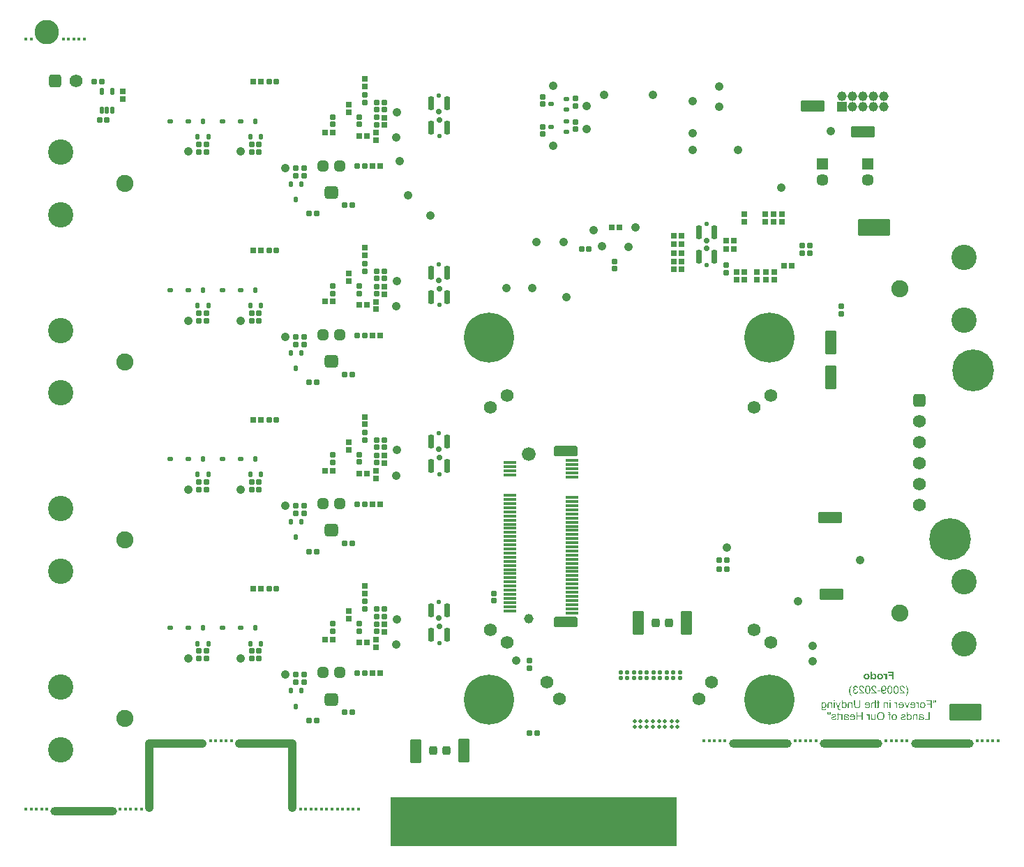
<source format=gbs>
G04*
G04 #@! TF.GenerationSoftware,Altium Limited,Altium Designer,23.10.1 (27)*
G04*
G04 Layer_Color=16711935*
%FSAX25Y25*%
%MOIN*%
G70*
G04*
G04 #@! TF.SameCoordinates,24A0423C-D8D6-4CDA-AFC9-E754AC273B9F*
G04*
G04*
G04 #@! TF.FilePolarity,Negative*
G04*
G01*
G75*
%ADD71R,1.37008X0.23524*%
G04:AMPARAMS|DCode=88|XSize=26.62mil|YSize=26.62mil|CornerRadius=7.41mil|HoleSize=0mil|Usage=FLASHONLY|Rotation=270.000|XOffset=0mil|YOffset=0mil|HoleType=Round|Shape=RoundedRectangle|*
%AMROUNDEDRECTD88*
21,1,0.02662,0.01181,0,0,270.0*
21,1,0.01181,0.02662,0,0,270.0*
1,1,0.01481,-0.00591,-0.00591*
1,1,0.01481,-0.00591,0.00591*
1,1,0.01481,0.00591,0.00591*
1,1,0.01481,0.00591,-0.00591*
%
%ADD88ROUNDEDRECTD88*%
G04:AMPARAMS|DCode=94|XSize=26.62mil|YSize=26.62mil|CornerRadius=7.41mil|HoleSize=0mil|Usage=FLASHONLY|Rotation=0.000|XOffset=0mil|YOffset=0mil|HoleType=Round|Shape=RoundedRectangle|*
%AMROUNDEDRECTD94*
21,1,0.02662,0.01181,0,0,0.0*
21,1,0.01181,0.02662,0,0,0.0*
1,1,0.01481,0.00591,-0.00591*
1,1,0.01481,-0.00591,-0.00591*
1,1,0.01481,-0.00591,0.00591*
1,1,0.01481,0.00591,0.00591*
%
%ADD94ROUNDEDRECTD94*%
G04:AMPARAMS|DCode=96|XSize=28.2mil|YSize=28.2mil|CornerRadius=7.8mil|HoleSize=0mil|Usage=FLASHONLY|Rotation=270.000|XOffset=0mil|YOffset=0mil|HoleType=Round|Shape=RoundedRectangle|*
%AMROUNDEDRECTD96*
21,1,0.02820,0.01260,0,0,270.0*
21,1,0.01260,0.02820,0,0,270.0*
1,1,0.01560,-0.00630,-0.00630*
1,1,0.01560,-0.00630,0.00630*
1,1,0.01560,0.00630,0.00630*
1,1,0.01560,0.00630,-0.00630*
%
%ADD96ROUNDEDRECTD96*%
G04:AMPARAMS|DCode=97|XSize=42.37mil|YSize=38.43mil|CornerRadius=10.36mil|HoleSize=0mil|Usage=FLASHONLY|Rotation=90.000|XOffset=0mil|YOffset=0mil|HoleType=Round|Shape=RoundedRectangle|*
%AMROUNDEDRECTD97*
21,1,0.04237,0.01772,0,0,90.0*
21,1,0.02165,0.03843,0,0,90.0*
1,1,0.02072,0.00886,0.01083*
1,1,0.02072,0.00886,-0.01083*
1,1,0.02072,-0.00886,-0.01083*
1,1,0.02072,-0.00886,0.01083*
%
%ADD97ROUNDEDRECTD97*%
G04:AMPARAMS|DCode=99|XSize=28.2mil|YSize=28.2mil|CornerRadius=7.8mil|HoleSize=0mil|Usage=FLASHONLY|Rotation=180.000|XOffset=0mil|YOffset=0mil|HoleType=Round|Shape=RoundedRectangle|*
%AMROUNDEDRECTD99*
21,1,0.02820,0.01260,0,0,180.0*
21,1,0.01260,0.02820,0,0,180.0*
1,1,0.01560,-0.00630,0.00630*
1,1,0.01560,0.00630,0.00630*
1,1,0.01560,0.00630,-0.00630*
1,1,0.01560,-0.00630,-0.00630*
%
%ADD99ROUNDEDRECTD99*%
G04:AMPARAMS|DCode=119|XSize=16.78mil|YSize=18.75mil|CornerRadius=4.95mil|HoleSize=0mil|Usage=FLASHONLY|Rotation=0.000|XOffset=0mil|YOffset=0mil|HoleType=Round|Shape=RoundedRectangle|*
%AMROUNDEDRECTD119*
21,1,0.01678,0.00886,0,0,0.0*
21,1,0.00689,0.01875,0,0,0.0*
1,1,0.00989,0.00345,-0.00443*
1,1,0.00989,-0.00345,-0.00443*
1,1,0.00989,-0.00345,0.00443*
1,1,0.00989,0.00345,0.00443*
%
%ADD119ROUNDEDRECTD119*%
%ADD120R,0.03056X0.16835*%
%ADD121R,0.03056X0.12898*%
G04:AMPARAMS|DCode=123|XSize=19.54mil|YSize=21.11mil|CornerRadius=5.63mil|HoleSize=0mil|Usage=FLASHONLY|Rotation=0.000|XOffset=0mil|YOffset=0mil|HoleType=Round|Shape=RoundedRectangle|*
%AMROUNDEDRECTD123*
21,1,0.01954,0.00984,0,0,0.0*
21,1,0.00827,0.02111,0,0,0.0*
1,1,0.01127,0.00413,-0.00492*
1,1,0.01127,-0.00413,-0.00492*
1,1,0.01127,-0.00413,0.00492*
1,1,0.01127,0.00413,0.00492*
%
%ADD123ROUNDEDRECTD123*%
%ADD124C,0.04600*%
%ADD125C,0.06600*%
%ADD126C,0.06206*%
G04:AMPARAMS|DCode=127|XSize=62.06mil|YSize=62.06mil|CornerRadius=16.26mil|HoleSize=0mil|Usage=FLASHONLY|Rotation=270.000|XOffset=0mil|YOffset=0mil|HoleType=Round|Shape=RoundedRectangle|*
%AMROUNDEDRECTD127*
21,1,0.06206,0.02953,0,0,270.0*
21,1,0.02953,0.06206,0,0,270.0*
1,1,0.03253,-0.01476,-0.01476*
1,1,0.03253,-0.01476,0.01476*
1,1,0.03253,0.01476,0.01476*
1,1,0.03253,0.01476,-0.01476*
%
%ADD127ROUNDEDRECTD127*%
G04:AMPARAMS|DCode=128|XSize=62.06mil|YSize=62.06mil|CornerRadius=16.26mil|HoleSize=0mil|Usage=FLASHONLY|Rotation=0.000|XOffset=0mil|YOffset=0mil|HoleType=Round|Shape=RoundedRectangle|*
%AMROUNDEDRECTD128*
21,1,0.06206,0.02953,0,0,0.0*
21,1,0.02953,0.06206,0,0,0.0*
1,1,0.03253,0.01476,-0.01476*
1,1,0.03253,-0.01476,-0.01476*
1,1,0.03253,-0.01476,0.01476*
1,1,0.03253,0.01476,0.01476*
%
%ADD128ROUNDEDRECTD128*%
%ADD129C,0.08174*%
%ADD130C,0.12111*%
%ADD131C,0.05686*%
%ADD132R,0.05686X0.05686*%
%ADD133C,0.04591*%
%ADD134R,0.04591X0.04591*%
%ADD135C,0.01496*%
%ADD136O,0.29828X0.04237*%
%ADD137O,0.29434X0.04237*%
%ADD138O,0.04237X0.34749*%
%ADD139C,0.23922*%
%ADD140O,0.31796X0.04237*%
%ADD141C,0.19985*%
%ADD142C,0.11639*%
G04:AMPARAMS|DCode=186|XSize=12mil|YSize=61mil|CornerRadius=3mil|HoleSize=0mil|Usage=FLASHONLY|Rotation=90.000|XOffset=0mil|YOffset=0mil|HoleType=Round|Shape=RoundedRectangle|*
%AMROUNDEDRECTD186*
21,1,0.01200,0.05500,0,0,90.0*
21,1,0.00600,0.06100,0,0,90.0*
1,1,0.00600,0.02750,0.00300*
1,1,0.00600,0.02750,-0.00300*
1,1,0.00600,-0.02750,-0.00300*
1,1,0.00600,-0.02750,0.00300*
%
%ADD186ROUNDEDRECTD186*%
G04:AMPARAMS|DCode=201|XSize=50mil|YSize=111mil|CornerRadius=6.2mil|HoleSize=0mil|Usage=FLASHONLY|Rotation=90.000|XOffset=0mil|YOffset=0mil|HoleType=Round|Shape=RoundedRectangle|*
%AMROUNDEDRECTD201*
21,1,0.05000,0.09860,0,0,90.0*
21,1,0.03760,0.11100,0,0,90.0*
1,1,0.01240,0.04930,0.01880*
1,1,0.01240,0.04930,-0.01880*
1,1,0.01240,-0.04930,-0.01880*
1,1,0.01240,-0.04930,0.01880*
%
%ADD201ROUNDEDRECTD201*%
G04:AMPARAMS|DCode=202|XSize=111.27mil|YSize=50.24mil|CornerRadius=3.86mil|HoleSize=0mil|Usage=FLASHONLY|Rotation=0.000|XOffset=0mil|YOffset=0mil|HoleType=Round|Shape=RoundedRectangle|*
%AMROUNDEDRECTD202*
21,1,0.11127,0.04252,0,0,0.0*
21,1,0.10354,0.05024,0,0,0.0*
1,1,0.00772,0.05177,-0.02126*
1,1,0.00772,-0.05177,-0.02126*
1,1,0.00772,-0.05177,0.02126*
1,1,0.00772,0.05177,0.02126*
%
%ADD202ROUNDEDRECTD202*%
G04:AMPARAMS|DCode=203|XSize=111.27mil|YSize=50.24mil|CornerRadius=3.86mil|HoleSize=0mil|Usage=FLASHONLY|Rotation=90.000|XOffset=0mil|YOffset=0mil|HoleType=Round|Shape=RoundedRectangle|*
%AMROUNDEDRECTD203*
21,1,0.11127,0.04252,0,0,90.0*
21,1,0.10354,0.05024,0,0,90.0*
1,1,0.00772,0.02126,0.05177*
1,1,0.00772,0.02126,-0.05177*
1,1,0.00772,-0.02126,-0.05177*
1,1,0.00772,-0.02126,0.05177*
%
%ADD203ROUNDEDRECTD203*%
G04:AMPARAMS|DCode=204|XSize=152.61mil|YSize=82.92mil|CornerRadius=5.5mil|HoleSize=0mil|Usage=FLASHONLY|Rotation=180.000|XOffset=0mil|YOffset=0mil|HoleType=Round|Shape=RoundedRectangle|*
%AMROUNDEDRECTD204*
21,1,0.15261,0.07193,0,0,180.0*
21,1,0.14161,0.08292,0,0,180.0*
1,1,0.01099,-0.07081,0.03597*
1,1,0.01099,0.07081,0.03597*
1,1,0.01099,0.07081,-0.03597*
1,1,0.01099,-0.07081,-0.03597*
%
%ADD204ROUNDEDRECTD204*%
G04:AMPARAMS|DCode=205|XSize=28.59mil|YSize=22.69mil|CornerRadius=6.42mil|HoleSize=0mil|Usage=FLASHONLY|Rotation=0.000|XOffset=0mil|YOffset=0mil|HoleType=Round|Shape=RoundedRectangle|*
%AMROUNDEDRECTD205*
21,1,0.02859,0.00984,0,0,0.0*
21,1,0.01575,0.02269,0,0,0.0*
1,1,0.01284,0.00787,-0.00492*
1,1,0.01284,-0.00787,-0.00492*
1,1,0.01284,-0.00787,0.00492*
1,1,0.01284,0.00787,0.00492*
%
%ADD205ROUNDEDRECTD205*%
G04:AMPARAMS|DCode=206|XSize=25.84mil|YSize=65.21mil|CornerRadius=7.21mil|HoleSize=0mil|Usage=FLASHONLY|Rotation=0.000|XOffset=0mil|YOffset=0mil|HoleType=Round|Shape=RoundedRectangle|*
%AMROUNDEDRECTD206*
21,1,0.02584,0.05079,0,0,0.0*
21,1,0.01142,0.06521,0,0,0.0*
1,1,0.01442,0.00571,-0.02539*
1,1,0.01442,-0.00571,-0.02539*
1,1,0.01442,-0.00571,0.02539*
1,1,0.01442,0.00571,0.02539*
%
%ADD206ROUNDEDRECTD206*%
G04:AMPARAMS|DCode=207|XSize=26.62mil|YSize=24.65mil|CornerRadius=6.91mil|HoleSize=0mil|Usage=FLASHONLY|Rotation=180.000|XOffset=0mil|YOffset=0mil|HoleType=Round|Shape=RoundedRectangle|*
%AMROUNDEDRECTD207*
21,1,0.02662,0.01083,0,0,180.0*
21,1,0.01280,0.02465,0,0,180.0*
1,1,0.01383,-0.00640,0.00541*
1,1,0.01383,0.00640,0.00541*
1,1,0.01383,0.00640,-0.00541*
1,1,0.01383,-0.00640,-0.00541*
%
%ADD207ROUNDEDRECTD207*%
G04:AMPARAMS|DCode=208|XSize=22.69mil|YSize=22.69mil|CornerRadius=6.42mil|HoleSize=0mil|Usage=FLASHONLY|Rotation=180.000|XOffset=0mil|YOffset=0mil|HoleType=Round|Shape=RoundedRectangle|*
%AMROUNDEDRECTD208*
21,1,0.02269,0.00984,0,0,180.0*
21,1,0.00984,0.02269,0,0,180.0*
1,1,0.01284,-0.00492,0.00492*
1,1,0.01284,0.00492,0.00492*
1,1,0.01284,0.00492,-0.00492*
1,1,0.01284,-0.00492,-0.00492*
%
%ADD208ROUNDEDRECTD208*%
%ADD209C,0.04237*%
G04:AMPARAMS|DCode=210|XSize=21.5mil|YSize=26.62mil|CornerRadius=6.13mil|HoleSize=0mil|Usage=FLASHONLY|Rotation=270.000|XOffset=0mil|YOffset=0mil|HoleType=Round|Shape=RoundedRectangle|*
%AMROUNDEDRECTD210*
21,1,0.02150,0.01437,0,0,270.0*
21,1,0.00925,0.02662,0,0,270.0*
1,1,0.01225,-0.00719,-0.00463*
1,1,0.01225,-0.00719,0.00463*
1,1,0.01225,0.00719,0.00463*
1,1,0.01225,0.00719,-0.00463*
%
%ADD210ROUNDEDRECTD210*%
G04:AMPARAMS|DCode=211|XSize=21.5mil|YSize=26.62mil|CornerRadius=6.13mil|HoleSize=0mil|Usage=FLASHONLY|Rotation=180.000|XOffset=0mil|YOffset=0mil|HoleType=Round|Shape=RoundedRectangle|*
%AMROUNDEDRECTD211*
21,1,0.02150,0.01437,0,0,180.0*
21,1,0.00925,0.02662,0,0,180.0*
1,1,0.01225,-0.00463,0.00719*
1,1,0.01225,0.00463,0.00719*
1,1,0.01225,0.00463,-0.00719*
1,1,0.01225,-0.00463,-0.00719*
%
%ADD211ROUNDEDRECTD211*%
G04:AMPARAMS|DCode=212|XSize=50.24mil|YSize=50.24mil|CornerRadius=13.31mil|HoleSize=0mil|Usage=FLASHONLY|Rotation=0.000|XOffset=0mil|YOffset=0mil|HoleType=Round|Shape=RoundedRectangle|*
%AMROUNDEDRECTD212*
21,1,0.05024,0.02362,0,0,0.0*
21,1,0.02362,0.05024,0,0,0.0*
1,1,0.02662,0.01181,-0.01181*
1,1,0.02662,-0.01181,-0.01181*
1,1,0.02662,-0.01181,0.01181*
1,1,0.02662,0.01181,0.01181*
%
%ADD212ROUNDEDRECTD212*%
G04:AMPARAMS|DCode=213|XSize=65.99mil|YSize=62.06mil|CornerRadius=16.26mil|HoleSize=0mil|Usage=FLASHONLY|Rotation=0.000|XOffset=0mil|YOffset=0mil|HoleType=Round|Shape=RoundedRectangle|*
%AMROUNDEDRECTD213*
21,1,0.06599,0.02953,0,0,0.0*
21,1,0.03347,0.06206,0,0,0.0*
1,1,0.03253,0.01673,-0.01476*
1,1,0.03253,-0.01673,-0.01476*
1,1,0.03253,-0.01673,0.01476*
1,1,0.03253,0.01673,0.01476*
%
%ADD213ROUNDEDRECTD213*%
G04:AMPARAMS|DCode=214|XSize=18.75mil|YSize=36.47mil|CornerRadius=5.44mil|HoleSize=0mil|Usage=FLASHONLY|Rotation=0.000|XOffset=0mil|YOffset=0mil|HoleType=Round|Shape=RoundedRectangle|*
%AMROUNDEDRECTD214*
21,1,0.01875,0.02559,0,0,0.0*
21,1,0.00787,0.03647,0,0,0.0*
1,1,0.01087,0.00394,-0.01280*
1,1,0.01087,-0.00394,-0.01280*
1,1,0.01087,-0.00394,0.01280*
1,1,0.01087,0.00394,0.01280*
%
%ADD214ROUNDEDRECTD214*%
G36*
X0416642Y0086676D02*
X0415880D01*
Y0088283D01*
X0414297D01*
Y0088923D01*
X0415880D01*
Y0089820D01*
X0414047D01*
Y0090460D01*
X0416642D01*
Y0086676D01*
D02*
G37*
G36*
X0412222Y0089476D02*
X0412280Y0089468D01*
X0412333Y0089451D01*
X0412382Y0089435D01*
X0412419Y0089419D01*
X0412448Y0089402D01*
X0412464Y0089394D01*
X0412473Y0089390D01*
X0412497Y0089373D01*
X0412526Y0089349D01*
X0412579Y0089296D01*
X0412628Y0089238D01*
X0412678Y0089177D01*
X0412719Y0089119D01*
X0412751Y0089070D01*
X0412764Y0089050D01*
X0412772Y0089037D01*
X0412776Y0089029D01*
X0412780Y0089025D01*
Y0089419D01*
X0413452D01*
Y0086676D01*
X0412727D01*
Y0087520D01*
Y0087647D01*
X0412723Y0087762D01*
Y0087865D01*
X0412719Y0087959D01*
X0412714Y0088045D01*
X0412710Y0088119D01*
X0412702Y0088184D01*
X0412698Y0088242D01*
X0412694Y0088291D01*
X0412686Y0088332D01*
X0412682Y0088369D01*
X0412678Y0088394D01*
X0412674Y0088414D01*
Y0088426D01*
X0412669Y0088435D01*
Y0088439D01*
X0412645Y0088517D01*
X0412616Y0088578D01*
X0412587Y0088631D01*
X0412563Y0088672D01*
X0412538Y0088705D01*
X0412518Y0088726D01*
X0412505Y0088738D01*
X0412501Y0088742D01*
X0412460Y0088771D01*
X0412415Y0088791D01*
X0412374Y0088808D01*
X0412333Y0088816D01*
X0412296Y0088824D01*
X0412268Y0088828D01*
X0412243D01*
X0412182Y0088824D01*
X0412124Y0088812D01*
X0412067Y0088791D01*
X0412013Y0088771D01*
X0411968Y0088746D01*
X0411936Y0088730D01*
X0411911Y0088713D01*
X0411903Y0088709D01*
X0411677Y0089341D01*
X0411763Y0089386D01*
X0411849Y0089423D01*
X0411931Y0089447D01*
X0412005Y0089464D01*
X0412067Y0089472D01*
X0412091Y0089476D01*
X0412116Y0089480D01*
X0412157D01*
X0412222Y0089476D01*
D02*
G37*
G36*
X0410271Y0089472D02*
X0410406Y0089451D01*
X0410529Y0089423D01*
X0410587Y0089406D01*
X0410640Y0089390D01*
X0410685Y0089373D01*
X0410726Y0089357D01*
X0410763Y0089341D01*
X0410796Y0089328D01*
X0410820Y0089316D01*
X0410837Y0089308D01*
X0410849Y0089304D01*
X0410853Y0089300D01*
X0410968Y0089226D01*
X0411066Y0089144D01*
X0411152Y0089058D01*
X0411226Y0088976D01*
X0411279Y0088902D01*
X0411304Y0088869D01*
X0411320Y0088841D01*
X0411333Y0088816D01*
X0411345Y0088800D01*
X0411349Y0088787D01*
X0411353Y0088783D01*
X0411386Y0088722D01*
X0411411Y0088656D01*
X0411456Y0088533D01*
X0411484Y0088414D01*
X0411509Y0088307D01*
X0411513Y0088258D01*
X0411521Y0088217D01*
X0411525Y0088176D01*
Y0088143D01*
X0411530Y0088119D01*
Y0088098D01*
Y0088086D01*
Y0088082D01*
X0411525Y0087996D01*
X0411521Y0087914D01*
X0411513Y0087832D01*
X0411501Y0087758D01*
X0411489Y0087688D01*
X0411472Y0087623D01*
X0411456Y0087561D01*
X0411439Y0087504D01*
X0411423Y0087455D01*
X0411411Y0087410D01*
X0411394Y0087373D01*
X0411382Y0087340D01*
X0411370Y0087315D01*
X0411362Y0087299D01*
X0411353Y0087287D01*
Y0087283D01*
X0411279Y0087168D01*
X0411198Y0087065D01*
X0411111Y0086979D01*
X0411029Y0086909D01*
X0410952Y0086856D01*
X0410923Y0086831D01*
X0410894Y0086815D01*
X0410870Y0086799D01*
X0410853Y0086791D01*
X0410841Y0086786D01*
X0410837Y0086782D01*
X0410710Y0086725D01*
X0410582Y0086684D01*
X0410460Y0086655D01*
X0410349Y0086635D01*
X0410300Y0086626D01*
X0410254Y0086622D01*
X0410218Y0086618D01*
X0410185D01*
X0410156Y0086614D01*
X0410119D01*
X0410008Y0086618D01*
X0409902Y0086631D01*
X0409799Y0086651D01*
X0409705Y0086680D01*
X0409615Y0086708D01*
X0409533Y0086741D01*
X0409455Y0086778D01*
X0409385Y0086819D01*
X0409324Y0086856D01*
X0409270Y0086893D01*
X0409221Y0086926D01*
X0409184Y0086959D01*
X0409152Y0086983D01*
X0409127Y0087004D01*
X0409115Y0087016D01*
X0409111Y0087020D01*
X0409041Y0087098D01*
X0408979Y0087184D01*
X0408926Y0087266D01*
X0408877Y0087356D01*
X0408840Y0087442D01*
X0408807Y0087529D01*
X0408778Y0087611D01*
X0408758Y0087692D01*
X0408742Y0087766D01*
X0408729Y0087836D01*
X0408721Y0087897D01*
X0408713Y0087951D01*
Y0087992D01*
X0408709Y0088025D01*
Y0088045D01*
Y0088053D01*
X0408713Y0088168D01*
X0408725Y0088275D01*
X0408746Y0088377D01*
X0408770Y0088472D01*
X0408799Y0088562D01*
X0408836Y0088648D01*
X0408869Y0088726D01*
X0408906Y0088795D01*
X0408947Y0088857D01*
X0408979Y0088914D01*
X0409012Y0088959D01*
X0409045Y0089000D01*
X0409070Y0089033D01*
X0409090Y0089054D01*
X0409102Y0089070D01*
X0409106Y0089074D01*
X0409184Y0089144D01*
X0409262Y0089210D01*
X0409348Y0089263D01*
X0409435Y0089308D01*
X0409516Y0089349D01*
X0409603Y0089382D01*
X0409685Y0089406D01*
X0409762Y0089431D01*
X0409836Y0089447D01*
X0409906Y0089460D01*
X0409968Y0089468D01*
X0410021Y0089472D01*
X0410062Y0089476D01*
X0410095Y0089480D01*
X0410197D01*
X0410271Y0089472D01*
D02*
G37*
G36*
X0406351Y0089095D02*
X0406417Y0089164D01*
X0406483Y0089222D01*
X0406548Y0089275D01*
X0406618Y0089316D01*
X0406683Y0089353D01*
X0406749Y0089386D01*
X0406815Y0089410D01*
X0406876Y0089431D01*
X0406933Y0089447D01*
X0406983Y0089460D01*
X0407028Y0089468D01*
X0407069Y0089476D01*
X0407102D01*
X0407126Y0089480D01*
X0407147D01*
X0407237Y0089476D01*
X0407327Y0089464D01*
X0407409Y0089447D01*
X0407487Y0089423D01*
X0407561Y0089394D01*
X0407626Y0089365D01*
X0407692Y0089332D01*
X0407749Y0089300D01*
X0407799Y0089263D01*
X0407844Y0089230D01*
X0407885Y0089201D01*
X0407917Y0089173D01*
X0407942Y0089148D01*
X0407959Y0089132D01*
X0407971Y0089119D01*
X0407975Y0089115D01*
X0408032Y0089046D01*
X0408081Y0088968D01*
X0408127Y0088886D01*
X0408163Y0088800D01*
X0408192Y0088709D01*
X0408221Y0088623D01*
X0408241Y0088537D01*
X0408258Y0088451D01*
X0408270Y0088373D01*
X0408282Y0088295D01*
X0408291Y0088230D01*
X0408295Y0088172D01*
Y0088123D01*
X0408299Y0088090D01*
Y0088066D01*
Y0088057D01*
X0408295Y0087934D01*
X0408282Y0087815D01*
X0408266Y0087705D01*
X0408246Y0087602D01*
X0408221Y0087508D01*
X0408192Y0087418D01*
X0408163Y0087340D01*
X0408131Y0087266D01*
X0408098Y0087205D01*
X0408069Y0087147D01*
X0408041Y0087102D01*
X0408016Y0087061D01*
X0407995Y0087032D01*
X0407975Y0087008D01*
X0407967Y0086996D01*
X0407963Y0086991D01*
X0407897Y0086926D01*
X0407831Y0086868D01*
X0407762Y0086815D01*
X0407696Y0086774D01*
X0407626Y0086737D01*
X0407561Y0086704D01*
X0407495Y0086680D01*
X0407434Y0086663D01*
X0407376Y0086647D01*
X0407323Y0086635D01*
X0407274Y0086626D01*
X0407233Y0086618D01*
X0407200D01*
X0407175Y0086614D01*
X0407155D01*
X0407069Y0086618D01*
X0406987Y0086631D01*
X0406909Y0086651D01*
X0406839Y0086672D01*
X0406782Y0086688D01*
X0406737Y0086708D01*
X0406720Y0086717D01*
X0406704Y0086721D01*
X0406700Y0086725D01*
X0406696D01*
X0406614Y0086774D01*
X0406536Y0086827D01*
X0406470Y0086889D01*
X0406409Y0086946D01*
X0406364Y0086996D01*
X0406327Y0087041D01*
X0406314Y0087053D01*
X0406306Y0087065D01*
X0406298Y0087073D01*
Y0086676D01*
X0405626D01*
Y0090460D01*
X0406351D01*
Y0089095D01*
D02*
G37*
G36*
X0403818Y0089472D02*
X0403953Y0089451D01*
X0404076Y0089423D01*
X0404133Y0089406D01*
X0404186Y0089390D01*
X0404232Y0089373D01*
X0404273Y0089357D01*
X0404310Y0089341D01*
X0404342Y0089328D01*
X0404367Y0089316D01*
X0404383Y0089308D01*
X0404396Y0089304D01*
X0404400Y0089300D01*
X0404515Y0089226D01*
X0404613Y0089144D01*
X0404699Y0089058D01*
X0404773Y0088976D01*
X0404826Y0088902D01*
X0404851Y0088869D01*
X0404867Y0088841D01*
X0404879Y0088816D01*
X0404892Y0088800D01*
X0404896Y0088787D01*
X0404900Y0088783D01*
X0404933Y0088722D01*
X0404957Y0088656D01*
X0405002Y0088533D01*
X0405031Y0088414D01*
X0405056Y0088307D01*
X0405060Y0088258D01*
X0405068Y0088217D01*
X0405072Y0088176D01*
Y0088143D01*
X0405076Y0088119D01*
Y0088098D01*
Y0088086D01*
Y0088082D01*
X0405072Y0087996D01*
X0405068Y0087914D01*
X0405060Y0087832D01*
X0405048Y0087758D01*
X0405035Y0087688D01*
X0405019Y0087623D01*
X0405002Y0087561D01*
X0404986Y0087504D01*
X0404970Y0087455D01*
X0404957Y0087410D01*
X0404941Y0087373D01*
X0404929Y0087340D01*
X0404916Y0087315D01*
X0404908Y0087299D01*
X0404900Y0087287D01*
Y0087283D01*
X0404826Y0087168D01*
X0404744Y0087065D01*
X0404658Y0086979D01*
X0404576Y0086909D01*
X0404498Y0086856D01*
X0404469Y0086831D01*
X0404441Y0086815D01*
X0404416Y0086799D01*
X0404400Y0086791D01*
X0404387Y0086786D01*
X0404383Y0086782D01*
X0404256Y0086725D01*
X0404129Y0086684D01*
X0404006Y0086655D01*
X0403895Y0086635D01*
X0403846Y0086626D01*
X0403801Y0086622D01*
X0403764Y0086618D01*
X0403731D01*
X0403703Y0086614D01*
X0403666D01*
X0403555Y0086618D01*
X0403448Y0086631D01*
X0403346Y0086651D01*
X0403252Y0086680D01*
X0403161Y0086708D01*
X0403080Y0086741D01*
X0403002Y0086778D01*
X0402932Y0086819D01*
X0402870Y0086856D01*
X0402817Y0086893D01*
X0402768Y0086926D01*
X0402731Y0086959D01*
X0402698Y0086983D01*
X0402674Y0087004D01*
X0402661Y0087016D01*
X0402657Y0087020D01*
X0402588Y0087098D01*
X0402526Y0087184D01*
X0402473Y0087266D01*
X0402423Y0087356D01*
X0402387Y0087442D01*
X0402354Y0087529D01*
X0402325Y0087611D01*
X0402305Y0087692D01*
X0402288Y0087766D01*
X0402276Y0087836D01*
X0402268Y0087897D01*
X0402259Y0087951D01*
Y0087992D01*
X0402255Y0088025D01*
Y0088045D01*
Y0088053D01*
X0402259Y0088168D01*
X0402272Y0088275D01*
X0402292Y0088377D01*
X0402317Y0088472D01*
X0402346Y0088562D01*
X0402383Y0088648D01*
X0402415Y0088726D01*
X0402452Y0088795D01*
X0402493Y0088857D01*
X0402526Y0088914D01*
X0402559Y0088959D01*
X0402592Y0089000D01*
X0402616Y0089033D01*
X0402637Y0089054D01*
X0402649Y0089070D01*
X0402653Y0089074D01*
X0402731Y0089144D01*
X0402809Y0089210D01*
X0402895Y0089263D01*
X0402981Y0089308D01*
X0403063Y0089349D01*
X0403149Y0089382D01*
X0403231Y0089406D01*
X0403309Y0089431D01*
X0403383Y0089447D01*
X0403453Y0089460D01*
X0403514Y0089468D01*
X0403567Y0089472D01*
X0403608Y0089476D01*
X0403641Y0089480D01*
X0403744D01*
X0403818Y0089472D01*
D02*
G37*
G36*
X0398494Y0083644D02*
X0398571Y0083636D01*
X0398645Y0083623D01*
X0398719Y0083607D01*
X0398785Y0083586D01*
X0398846Y0083566D01*
X0398904Y0083541D01*
X0398953Y0083521D01*
X0399002Y0083496D01*
X0399043Y0083472D01*
X0399076Y0083451D01*
X0399109Y0083431D01*
X0399129Y0083414D01*
X0399150Y0083402D01*
X0399158Y0083394D01*
X0399162Y0083390D01*
X0399215Y0083340D01*
X0399264Y0083283D01*
X0399309Y0083226D01*
X0399351Y0083168D01*
X0399387Y0083107D01*
X0399416Y0083049D01*
X0399469Y0082930D01*
X0399490Y0082877D01*
X0399506Y0082828D01*
X0399519Y0082783D01*
X0399531Y0082746D01*
X0399539Y0082713D01*
X0399543Y0082688D01*
X0399547Y0082672D01*
Y0082668D01*
X0399084Y0082586D01*
X0399059Y0082705D01*
X0399027Y0082807D01*
X0398990Y0082898D01*
X0398949Y0082967D01*
X0398916Y0083025D01*
X0398883Y0083062D01*
X0398863Y0083086D01*
X0398854Y0083094D01*
X0398781Y0083152D01*
X0398707Y0083193D01*
X0398629Y0083226D01*
X0398559Y0083246D01*
X0398494Y0083258D01*
X0398469Y0083262D01*
X0398444D01*
X0398424Y0083267D01*
X0398399D01*
X0398301Y0083258D01*
X0398215Y0083242D01*
X0398137Y0083213D01*
X0398071Y0083185D01*
X0398022Y0083152D01*
X0397985Y0083123D01*
X0397961Y0083107D01*
X0397952Y0083099D01*
X0397920Y0083066D01*
X0397895Y0083033D01*
X0397850Y0082959D01*
X0397817Y0082889D01*
X0397797Y0082824D01*
X0397784Y0082762D01*
X0397780Y0082717D01*
X0397776Y0082697D01*
Y0082684D01*
Y0082676D01*
Y0082672D01*
X0397780Y0082615D01*
X0397788Y0082561D01*
X0397797Y0082508D01*
X0397813Y0082463D01*
X0397854Y0082381D01*
X0397895Y0082315D01*
X0397940Y0082262D01*
X0397981Y0082225D01*
X0397997Y0082213D01*
X0398006Y0082205D01*
X0398014Y0082196D01*
X0398018D01*
X0398108Y0082143D01*
X0398202Y0082106D01*
X0398293Y0082078D01*
X0398375Y0082061D01*
X0398444Y0082049D01*
X0398473Y0082045D01*
X0398502D01*
X0398522Y0082041D01*
X0398576D01*
X0398600Y0082045D01*
X0398621Y0082049D01*
X0398629D01*
X0398678Y0081643D01*
X0398608Y0081659D01*
X0398543Y0081672D01*
X0398489Y0081680D01*
X0398440Y0081688D01*
X0398403D01*
X0398375Y0081692D01*
X0398350D01*
X0398293Y0081688D01*
X0398235Y0081684D01*
X0398133Y0081659D01*
X0398043Y0081627D01*
X0397965Y0081590D01*
X0397903Y0081549D01*
X0397879Y0081532D01*
X0397858Y0081516D01*
X0397842Y0081504D01*
X0397829Y0081491D01*
X0397825Y0081487D01*
X0397821Y0081483D01*
X0397784Y0081442D01*
X0397751Y0081401D01*
X0397723Y0081360D01*
X0397698Y0081315D01*
X0397661Y0081229D01*
X0397633Y0081143D01*
X0397620Y0081069D01*
X0397616Y0081040D01*
X0397612Y0081012D01*
X0397608Y0080991D01*
Y0080971D01*
Y0080962D01*
Y0080958D01*
X0397612Y0080897D01*
X0397616Y0080839D01*
X0397645Y0080729D01*
X0397678Y0080634D01*
X0397719Y0080552D01*
X0397743Y0080515D01*
X0397764Y0080487D01*
X0397780Y0080458D01*
X0397797Y0080438D01*
X0397813Y0080421D01*
X0397825Y0080409D01*
X0397829Y0080401D01*
X0397833Y0080397D01*
X0397879Y0080356D01*
X0397924Y0080323D01*
X0397969Y0080294D01*
X0398014Y0080265D01*
X0398108Y0080224D01*
X0398198Y0080200D01*
X0398272Y0080183D01*
X0398309Y0080179D01*
X0398334Y0080175D01*
X0398358Y0080171D01*
X0398391D01*
X0398489Y0080179D01*
X0398584Y0080200D01*
X0398662Y0080224D01*
X0398731Y0080257D01*
X0398789Y0080290D01*
X0398830Y0080315D01*
X0398842Y0080327D01*
X0398854Y0080335D01*
X0398858Y0080343D01*
X0398863D01*
X0398895Y0080380D01*
X0398928Y0080417D01*
X0398986Y0080503D01*
X0399031Y0080598D01*
X0399068Y0080692D01*
X0399096Y0080778D01*
X0399104Y0080815D01*
X0399113Y0080848D01*
X0399121Y0080876D01*
X0399125Y0080897D01*
X0399129Y0080909D01*
Y0080913D01*
X0399592Y0080852D01*
X0399580Y0080766D01*
X0399564Y0080684D01*
X0399539Y0080606D01*
X0399515Y0080532D01*
X0399486Y0080462D01*
X0399453Y0080401D01*
X0399420Y0080339D01*
X0399387Y0080290D01*
X0399355Y0080241D01*
X0399326Y0080200D01*
X0399297Y0080163D01*
X0399273Y0080134D01*
X0399248Y0080110D01*
X0399232Y0080093D01*
X0399223Y0080085D01*
X0399219Y0080081D01*
X0399158Y0080028D01*
X0399088Y0079983D01*
X0399023Y0079946D01*
X0398953Y0079909D01*
X0398883Y0079880D01*
X0398813Y0079860D01*
X0398748Y0079839D01*
X0398682Y0079823D01*
X0398621Y0079810D01*
X0398567Y0079802D01*
X0398518Y0079794D01*
X0398473Y0079790D01*
X0398440D01*
X0398412Y0079786D01*
X0398391D01*
X0398289Y0079790D01*
X0398194Y0079802D01*
X0398104Y0079818D01*
X0398018Y0079839D01*
X0397936Y0079864D01*
X0397862Y0079892D01*
X0397793Y0079925D01*
X0397731Y0079958D01*
X0397674Y0079987D01*
X0397624Y0080019D01*
X0397579Y0080048D01*
X0397547Y0080073D01*
X0397518Y0080093D01*
X0397497Y0080110D01*
X0397485Y0080122D01*
X0397481Y0080126D01*
X0397415Y0080192D01*
X0397362Y0080261D01*
X0397313Y0080331D01*
X0397272Y0080405D01*
X0397235Y0080475D01*
X0397206Y0080544D01*
X0397182Y0080610D01*
X0397161Y0080675D01*
X0397145Y0080737D01*
X0397136Y0080790D01*
X0397128Y0080839D01*
X0397120Y0080884D01*
Y0080917D01*
X0397116Y0080946D01*
Y0080962D01*
Y0080967D01*
Y0081032D01*
X0397124Y0081098D01*
X0397145Y0081217D01*
X0397178Y0081319D01*
X0397194Y0081364D01*
X0397210Y0081405D01*
X0397227Y0081446D01*
X0397243Y0081479D01*
X0397259Y0081508D01*
X0397276Y0081528D01*
X0397288Y0081549D01*
X0397296Y0081561D01*
X0397301Y0081569D01*
X0397305Y0081573D01*
X0397378Y0081659D01*
X0397464Y0081729D01*
X0397551Y0081782D01*
X0397633Y0081827D01*
X0397710Y0081860D01*
X0397743Y0081873D01*
X0397768Y0081881D01*
X0397793Y0081889D01*
X0397809Y0081893D01*
X0397821Y0081897D01*
X0397825D01*
X0397735Y0081946D01*
X0397657Y0081996D01*
X0397587Y0082049D01*
X0397534Y0082102D01*
X0397489Y0082147D01*
X0397460Y0082184D01*
X0397440Y0082209D01*
X0397436Y0082213D01*
Y0082217D01*
X0397391Y0082295D01*
X0397358Y0082373D01*
X0397333Y0082447D01*
X0397317Y0082516D01*
X0397309Y0082574D01*
X0397301Y0082623D01*
Y0082639D01*
Y0082652D01*
Y0082660D01*
Y0082664D01*
X0397305Y0082758D01*
X0397321Y0082848D01*
X0397346Y0082930D01*
X0397370Y0083004D01*
X0397395Y0083066D01*
X0397407Y0083090D01*
X0397419Y0083111D01*
X0397428Y0083127D01*
X0397436Y0083144D01*
X0397440Y0083148D01*
Y0083152D01*
X0397497Y0083234D01*
X0397563Y0083303D01*
X0397628Y0083365D01*
X0397694Y0083418D01*
X0397751Y0083459D01*
X0397797Y0083488D01*
X0397817Y0083500D01*
X0397829Y0083508D01*
X0397838Y0083513D01*
X0397842D01*
X0397940Y0083558D01*
X0398039Y0083591D01*
X0398137Y0083615D01*
X0398223Y0083631D01*
X0398301Y0083640D01*
X0398330Y0083644D01*
X0398358Y0083648D01*
X0398412D01*
X0398494Y0083644D01*
D02*
G37*
G36*
X0420777D02*
X0420871Y0083636D01*
X0420958Y0083623D01*
X0421039Y0083603D01*
X0421117Y0083582D01*
X0421187Y0083558D01*
X0421253Y0083533D01*
X0421310Y0083508D01*
X0421363Y0083480D01*
X0421409Y0083455D01*
X0421450Y0083431D01*
X0421482Y0083410D01*
X0421507Y0083390D01*
X0421523Y0083377D01*
X0421536Y0083369D01*
X0421540Y0083365D01*
X0421597Y0083312D01*
X0421646Y0083250D01*
X0421691Y0083189D01*
X0421732Y0083119D01*
X0421765Y0083053D01*
X0421798Y0082988D01*
X0421823Y0082918D01*
X0421843Y0082857D01*
X0421864Y0082795D01*
X0421876Y0082738D01*
X0421888Y0082684D01*
X0421896Y0082639D01*
X0421901Y0082602D01*
X0421905Y0082578D01*
X0421909Y0082561D01*
Y0082553D01*
X0421433Y0082504D01*
X0421429Y0082570D01*
X0421425Y0082631D01*
X0421400Y0082738D01*
X0421368Y0082836D01*
X0421351Y0082877D01*
X0421331Y0082914D01*
X0421314Y0082947D01*
X0421294Y0082976D01*
X0421277Y0083000D01*
X0421265Y0083021D01*
X0421249Y0083037D01*
X0421240Y0083049D01*
X0421236Y0083053D01*
X0421232Y0083057D01*
X0421191Y0083094D01*
X0421150Y0083127D01*
X0421105Y0083152D01*
X0421060Y0083176D01*
X0420970Y0083213D01*
X0420884Y0083238D01*
X0420810Y0083250D01*
X0420777Y0083258D01*
X0420748D01*
X0420724Y0083262D01*
X0420634D01*
X0420576Y0083254D01*
X0420474Y0083234D01*
X0420388Y0083201D01*
X0420310Y0083168D01*
X0420252Y0083131D01*
X0420228Y0083115D01*
X0420207Y0083099D01*
X0420191Y0083086D01*
X0420179Y0083078D01*
X0420174Y0083074D01*
X0420170Y0083070D01*
X0420133Y0083033D01*
X0420105Y0082996D01*
X0420076Y0082959D01*
X0420055Y0082918D01*
X0420019Y0082840D01*
X0419994Y0082766D01*
X0419982Y0082705D01*
X0419974Y0082676D01*
Y0082652D01*
X0419969Y0082635D01*
Y0082619D01*
Y0082611D01*
Y0082607D01*
X0419974Y0082557D01*
X0419978Y0082508D01*
X0420002Y0082410D01*
X0420039Y0082315D01*
X0420080Y0082229D01*
X0420121Y0082156D01*
X0420138Y0082127D01*
X0420158Y0082098D01*
X0420170Y0082078D01*
X0420183Y0082061D01*
X0420187Y0082053D01*
X0420191Y0082049D01*
X0420236Y0081991D01*
X0420289Y0081930D01*
X0420351Y0081864D01*
X0420416Y0081799D01*
X0420552Y0081664D01*
X0420691Y0081536D01*
X0420757Y0081475D01*
X0420822Y0081422D01*
X0420880Y0081372D01*
X0420929Y0081331D01*
X0420970Y0081295D01*
X0420998Y0081270D01*
X0421019Y0081249D01*
X0421027Y0081245D01*
X0421101Y0081184D01*
X0421167Y0081126D01*
X0421232Y0081073D01*
X0421290Y0081020D01*
X0421347Y0080971D01*
X0421396Y0080921D01*
X0421441Y0080880D01*
X0421482Y0080839D01*
X0421519Y0080803D01*
X0421548Y0080770D01*
X0421577Y0080741D01*
X0421597Y0080721D01*
X0421618Y0080700D01*
X0421630Y0080688D01*
X0421634Y0080680D01*
X0421638Y0080675D01*
X0421712Y0080585D01*
X0421773Y0080495D01*
X0421827Y0080409D01*
X0421868Y0080331D01*
X0421901Y0080265D01*
X0421913Y0080237D01*
X0421925Y0080216D01*
X0421933Y0080196D01*
X0421937Y0080183D01*
X0421942Y0080175D01*
Y0080171D01*
X0421962Y0080114D01*
X0421974Y0080056D01*
X0421987Y0080003D01*
X0421991Y0079954D01*
X0421995Y0079913D01*
Y0079880D01*
Y0079860D01*
Y0079851D01*
X0419490D01*
Y0080298D01*
X0421355D01*
X0421290Y0080388D01*
X0421257Y0080429D01*
X0421224Y0080466D01*
X0421195Y0080499D01*
X0421175Y0080524D01*
X0421158Y0080540D01*
X0421154Y0080544D01*
X0421130Y0080569D01*
X0421097Y0080602D01*
X0421060Y0080634D01*
X0421019Y0080671D01*
X0420933Y0080753D01*
X0420843Y0080831D01*
X0420757Y0080905D01*
X0420720Y0080938D01*
X0420683Y0080967D01*
X0420658Y0080991D01*
X0420634Y0081007D01*
X0420621Y0081020D01*
X0420617Y0081024D01*
X0420527Y0081102D01*
X0420441Y0081176D01*
X0420363Y0081241D01*
X0420293Y0081307D01*
X0420228Y0081364D01*
X0420170Y0081422D01*
X0420117Y0081471D01*
X0420068Y0081516D01*
X0420027Y0081553D01*
X0419994Y0081590D01*
X0419965Y0081618D01*
X0419941Y0081643D01*
X0419924Y0081664D01*
X0419908Y0081676D01*
X0419904Y0081684D01*
X0419900Y0081688D01*
X0419822Y0081778D01*
X0419760Y0081860D01*
X0419707Y0081938D01*
X0419662Y0082008D01*
X0419629Y0082065D01*
X0419604Y0082110D01*
X0419596Y0082127D01*
X0419592Y0082139D01*
X0419588Y0082143D01*
Y0082147D01*
X0419555Y0082229D01*
X0419535Y0082311D01*
X0419518Y0082385D01*
X0419506Y0082455D01*
X0419498Y0082512D01*
X0419494Y0082557D01*
Y0082574D01*
Y0082586D01*
Y0082590D01*
Y0082594D01*
X0419498Y0082676D01*
X0419506Y0082754D01*
X0419522Y0082828D01*
X0419543Y0082902D01*
X0419568Y0082967D01*
X0419596Y0083029D01*
X0419625Y0083086D01*
X0419654Y0083135D01*
X0419682Y0083185D01*
X0419711Y0083226D01*
X0419740Y0083262D01*
X0419764Y0083291D01*
X0419785Y0083312D01*
X0419801Y0083332D01*
X0419809Y0083340D01*
X0419814Y0083345D01*
X0419875Y0083398D01*
X0419941Y0083443D01*
X0420010Y0083484D01*
X0420084Y0083521D01*
X0420154Y0083549D01*
X0420228Y0083574D01*
X0420297Y0083595D01*
X0420367Y0083611D01*
X0420429Y0083623D01*
X0420490Y0083631D01*
X0420543Y0083640D01*
X0420588Y0083644D01*
X0420625Y0083648D01*
X0420679D01*
X0420777Y0083644D01*
D02*
G37*
G36*
X0407259D02*
X0407354Y0083636D01*
X0407440Y0083623D01*
X0407522Y0083603D01*
X0407600Y0083582D01*
X0407669Y0083558D01*
X0407735Y0083533D01*
X0407792Y0083508D01*
X0407846Y0083480D01*
X0407891Y0083455D01*
X0407932Y0083431D01*
X0407965Y0083410D01*
X0407989Y0083390D01*
X0408006Y0083377D01*
X0408018Y0083369D01*
X0408022Y0083365D01*
X0408079Y0083312D01*
X0408129Y0083250D01*
X0408174Y0083189D01*
X0408215Y0083119D01*
X0408248Y0083053D01*
X0408280Y0082988D01*
X0408305Y0082918D01*
X0408325Y0082857D01*
X0408346Y0082795D01*
X0408358Y0082738D01*
X0408370Y0082684D01*
X0408379Y0082639D01*
X0408383Y0082602D01*
X0408387Y0082578D01*
X0408391Y0082561D01*
Y0082553D01*
X0407915Y0082504D01*
X0407911Y0082570D01*
X0407907Y0082631D01*
X0407883Y0082738D01*
X0407850Y0082836D01*
X0407833Y0082877D01*
X0407813Y0082914D01*
X0407796Y0082947D01*
X0407776Y0082976D01*
X0407760Y0083000D01*
X0407747Y0083021D01*
X0407731Y0083037D01*
X0407723Y0083049D01*
X0407719Y0083053D01*
X0407715Y0083057D01*
X0407674Y0083094D01*
X0407632Y0083127D01*
X0407587Y0083152D01*
X0407542Y0083176D01*
X0407452Y0083213D01*
X0407366Y0083238D01*
X0407292Y0083250D01*
X0407259Y0083258D01*
X0407231D01*
X0407206Y0083262D01*
X0407116D01*
X0407058Y0083254D01*
X0406956Y0083234D01*
X0406870Y0083201D01*
X0406792Y0083168D01*
X0406735Y0083131D01*
X0406710Y0083115D01*
X0406690Y0083099D01*
X0406673Y0083086D01*
X0406661Y0083078D01*
X0406657Y0083074D01*
X0406653Y0083070D01*
X0406616Y0083033D01*
X0406587Y0082996D01*
X0406558Y0082959D01*
X0406538Y0082918D01*
X0406501Y0082840D01*
X0406476Y0082766D01*
X0406464Y0082705D01*
X0406456Y0082676D01*
Y0082652D01*
X0406452Y0082635D01*
Y0082619D01*
Y0082611D01*
Y0082607D01*
X0406456Y0082557D01*
X0406460Y0082508D01*
X0406485Y0082410D01*
X0406521Y0082315D01*
X0406562Y0082229D01*
X0406603Y0082156D01*
X0406620Y0082127D01*
X0406640Y0082098D01*
X0406653Y0082078D01*
X0406665Y0082061D01*
X0406669Y0082053D01*
X0406673Y0082049D01*
X0406718Y0081991D01*
X0406772Y0081930D01*
X0406833Y0081864D01*
X0406899Y0081799D01*
X0407034Y0081664D01*
X0407173Y0081536D01*
X0407239Y0081475D01*
X0407304Y0081422D01*
X0407362Y0081372D01*
X0407411Y0081331D01*
X0407452Y0081295D01*
X0407481Y0081270D01*
X0407501Y0081249D01*
X0407510Y0081245D01*
X0407583Y0081184D01*
X0407649Y0081126D01*
X0407715Y0081073D01*
X0407772Y0081020D01*
X0407829Y0080971D01*
X0407878Y0080921D01*
X0407924Y0080880D01*
X0407965Y0080839D01*
X0408002Y0080803D01*
X0408030Y0080770D01*
X0408059Y0080741D01*
X0408079Y0080721D01*
X0408100Y0080700D01*
X0408112Y0080688D01*
X0408116Y0080680D01*
X0408120Y0080675D01*
X0408194Y0080585D01*
X0408256Y0080495D01*
X0408309Y0080409D01*
X0408350Y0080331D01*
X0408383Y0080265D01*
X0408395Y0080237D01*
X0408407Y0080216D01*
X0408416Y0080196D01*
X0408420Y0080183D01*
X0408424Y0080175D01*
Y0080171D01*
X0408444Y0080114D01*
X0408457Y0080056D01*
X0408469Y0080003D01*
X0408473Y0079954D01*
X0408477Y0079913D01*
Y0079880D01*
Y0079860D01*
Y0079851D01*
X0405972D01*
Y0080298D01*
X0407837D01*
X0407772Y0080388D01*
X0407739Y0080429D01*
X0407706Y0080466D01*
X0407678Y0080499D01*
X0407657Y0080524D01*
X0407641Y0080540D01*
X0407637Y0080544D01*
X0407612Y0080569D01*
X0407579Y0080602D01*
X0407542Y0080634D01*
X0407501Y0080671D01*
X0407415Y0080753D01*
X0407325Y0080831D01*
X0407239Y0080905D01*
X0407202Y0080938D01*
X0407165Y0080967D01*
X0407140Y0080991D01*
X0407116Y0081007D01*
X0407104Y0081020D01*
X0407099Y0081024D01*
X0407009Y0081102D01*
X0406923Y0081176D01*
X0406845Y0081241D01*
X0406776Y0081307D01*
X0406710Y0081364D01*
X0406653Y0081422D01*
X0406599Y0081471D01*
X0406550Y0081516D01*
X0406509Y0081553D01*
X0406476Y0081590D01*
X0406448Y0081618D01*
X0406423Y0081643D01*
X0406407Y0081664D01*
X0406390Y0081676D01*
X0406386Y0081684D01*
X0406382Y0081688D01*
X0406304Y0081778D01*
X0406243Y0081860D01*
X0406189Y0081938D01*
X0406144Y0082008D01*
X0406111Y0082065D01*
X0406087Y0082110D01*
X0406079Y0082127D01*
X0406074Y0082139D01*
X0406070Y0082143D01*
Y0082147D01*
X0406038Y0082229D01*
X0406017Y0082311D01*
X0406001Y0082385D01*
X0405988Y0082455D01*
X0405980Y0082512D01*
X0405976Y0082557D01*
Y0082574D01*
Y0082586D01*
Y0082590D01*
Y0082594D01*
X0405980Y0082676D01*
X0405988Y0082754D01*
X0406005Y0082828D01*
X0406025Y0082902D01*
X0406050Y0082967D01*
X0406079Y0083029D01*
X0406107Y0083086D01*
X0406136Y0083135D01*
X0406165Y0083185D01*
X0406193Y0083226D01*
X0406222Y0083262D01*
X0406247Y0083291D01*
X0406267Y0083312D01*
X0406284Y0083332D01*
X0406292Y0083340D01*
X0406296Y0083345D01*
X0406357Y0083398D01*
X0406423Y0083443D01*
X0406493Y0083484D01*
X0406566Y0083521D01*
X0406636Y0083549D01*
X0406710Y0083574D01*
X0406780Y0083595D01*
X0406849Y0083611D01*
X0406911Y0083623D01*
X0406972Y0083631D01*
X0407026Y0083640D01*
X0407071Y0083644D01*
X0407108Y0083648D01*
X0407161D01*
X0407259Y0083644D01*
D02*
G37*
G36*
X0401380D02*
X0401474Y0083636D01*
X0401560Y0083623D01*
X0401642Y0083603D01*
X0401720Y0083582D01*
X0401790Y0083558D01*
X0401856Y0083533D01*
X0401913Y0083508D01*
X0401966Y0083480D01*
X0402011Y0083455D01*
X0402052Y0083431D01*
X0402085Y0083410D01*
X0402110Y0083390D01*
X0402126Y0083377D01*
X0402139Y0083369D01*
X0402143Y0083365D01*
X0402200Y0083312D01*
X0402249Y0083250D01*
X0402294Y0083189D01*
X0402335Y0083119D01*
X0402368Y0083053D01*
X0402401Y0082988D01*
X0402425Y0082918D01*
X0402446Y0082857D01*
X0402466Y0082795D01*
X0402479Y0082738D01*
X0402491Y0082684D01*
X0402499Y0082639D01*
X0402503Y0082602D01*
X0402507Y0082578D01*
X0402512Y0082561D01*
Y0082553D01*
X0402036Y0082504D01*
X0402032Y0082570D01*
X0402028Y0082631D01*
X0402003Y0082738D01*
X0401970Y0082836D01*
X0401954Y0082877D01*
X0401933Y0082914D01*
X0401917Y0082947D01*
X0401897Y0082976D01*
X0401880Y0083000D01*
X0401868Y0083021D01*
X0401852Y0083037D01*
X0401843Y0083049D01*
X0401839Y0083053D01*
X0401835Y0083057D01*
X0401794Y0083094D01*
X0401753Y0083127D01*
X0401708Y0083152D01*
X0401663Y0083176D01*
X0401573Y0083213D01*
X0401487Y0083238D01*
X0401413Y0083250D01*
X0401380Y0083258D01*
X0401351D01*
X0401327Y0083262D01*
X0401236D01*
X0401179Y0083254D01*
X0401077Y0083234D01*
X0400990Y0083201D01*
X0400913Y0083168D01*
X0400855Y0083131D01*
X0400831Y0083115D01*
X0400810Y0083099D01*
X0400794Y0083086D01*
X0400781Y0083078D01*
X0400777Y0083074D01*
X0400773Y0083070D01*
X0400736Y0083033D01*
X0400708Y0082996D01*
X0400679Y0082959D01*
X0400658Y0082918D01*
X0400622Y0082840D01*
X0400597Y0082766D01*
X0400585Y0082705D01*
X0400576Y0082676D01*
Y0082652D01*
X0400572Y0082635D01*
Y0082619D01*
Y0082611D01*
Y0082607D01*
X0400576Y0082557D01*
X0400581Y0082508D01*
X0400605Y0082410D01*
X0400642Y0082315D01*
X0400683Y0082229D01*
X0400724Y0082156D01*
X0400740Y0082127D01*
X0400761Y0082098D01*
X0400773Y0082078D01*
X0400785Y0082061D01*
X0400790Y0082053D01*
X0400794Y0082049D01*
X0400839Y0081991D01*
X0400892Y0081930D01*
X0400954Y0081864D01*
X0401019Y0081799D01*
X0401155Y0081664D01*
X0401294Y0081536D01*
X0401360Y0081475D01*
X0401425Y0081422D01*
X0401482Y0081372D01*
X0401532Y0081331D01*
X0401573Y0081295D01*
X0401601Y0081270D01*
X0401622Y0081249D01*
X0401630Y0081245D01*
X0401704Y0081184D01*
X0401769Y0081126D01*
X0401835Y0081073D01*
X0401893Y0081020D01*
X0401950Y0080971D01*
X0401999Y0080921D01*
X0402044Y0080880D01*
X0402085Y0080839D01*
X0402122Y0080803D01*
X0402151Y0080770D01*
X0402179Y0080741D01*
X0402200Y0080721D01*
X0402220Y0080700D01*
X0402233Y0080688D01*
X0402237Y0080680D01*
X0402241Y0080675D01*
X0402315Y0080585D01*
X0402376Y0080495D01*
X0402430Y0080409D01*
X0402471Y0080331D01*
X0402503Y0080265D01*
X0402516Y0080237D01*
X0402528Y0080216D01*
X0402536Y0080196D01*
X0402540Y0080183D01*
X0402544Y0080175D01*
Y0080171D01*
X0402565Y0080114D01*
X0402577Y0080056D01*
X0402590Y0080003D01*
X0402594Y0079954D01*
X0402598Y0079913D01*
Y0079880D01*
Y0079860D01*
Y0079851D01*
X0400093D01*
Y0080298D01*
X0401958D01*
X0401893Y0080388D01*
X0401860Y0080429D01*
X0401827Y0080466D01*
X0401798Y0080499D01*
X0401778Y0080524D01*
X0401761Y0080540D01*
X0401757Y0080544D01*
X0401733Y0080569D01*
X0401700Y0080602D01*
X0401663Y0080634D01*
X0401622Y0080671D01*
X0401536Y0080753D01*
X0401446Y0080831D01*
X0401360Y0080905D01*
X0401323Y0080938D01*
X0401286Y0080967D01*
X0401261Y0080991D01*
X0401236Y0081007D01*
X0401224Y0081020D01*
X0401220Y0081024D01*
X0401130Y0081102D01*
X0401044Y0081176D01*
X0400966Y0081241D01*
X0400896Y0081307D01*
X0400831Y0081364D01*
X0400773Y0081422D01*
X0400720Y0081471D01*
X0400671Y0081516D01*
X0400630Y0081553D01*
X0400597Y0081590D01*
X0400568Y0081618D01*
X0400544Y0081643D01*
X0400527Y0081664D01*
X0400511Y0081676D01*
X0400507Y0081684D01*
X0400503Y0081688D01*
X0400425Y0081778D01*
X0400363Y0081860D01*
X0400310Y0081938D01*
X0400265Y0082008D01*
X0400232Y0082065D01*
X0400207Y0082110D01*
X0400199Y0082127D01*
X0400195Y0082139D01*
X0400191Y0082143D01*
Y0082147D01*
X0400158Y0082229D01*
X0400138Y0082311D01*
X0400121Y0082385D01*
X0400109Y0082455D01*
X0400101Y0082512D01*
X0400097Y0082557D01*
Y0082574D01*
Y0082586D01*
Y0082590D01*
Y0082594D01*
X0400101Y0082676D01*
X0400109Y0082754D01*
X0400125Y0082828D01*
X0400146Y0082902D01*
X0400171Y0082967D01*
X0400199Y0083029D01*
X0400228Y0083086D01*
X0400257Y0083135D01*
X0400285Y0083185D01*
X0400314Y0083226D01*
X0400343Y0083262D01*
X0400367Y0083291D01*
X0400388Y0083312D01*
X0400404Y0083332D01*
X0400412Y0083340D01*
X0400417Y0083345D01*
X0400478Y0083398D01*
X0400544Y0083443D01*
X0400613Y0083484D01*
X0400687Y0083521D01*
X0400757Y0083549D01*
X0400831Y0083574D01*
X0400900Y0083595D01*
X0400970Y0083611D01*
X0401031Y0083623D01*
X0401093Y0083631D01*
X0401146Y0083640D01*
X0401191Y0083644D01*
X0401228Y0083648D01*
X0401282D01*
X0401380Y0083644D01*
D02*
G37*
G36*
X0412019D02*
X0412106Y0083631D01*
X0412192Y0083615D01*
X0412274Y0083595D01*
X0412348Y0083566D01*
X0412417Y0083537D01*
X0412483Y0083504D01*
X0412540Y0083472D01*
X0412594Y0083439D01*
X0412639Y0083406D01*
X0412680Y0083377D01*
X0412712Y0083349D01*
X0412737Y0083328D01*
X0412757Y0083312D01*
X0412770Y0083299D01*
X0412774Y0083295D01*
X0412831Y0083226D01*
X0412885Y0083156D01*
X0412930Y0083078D01*
X0412967Y0083000D01*
X0412999Y0082926D01*
X0413028Y0082848D01*
X0413049Y0082771D01*
X0413069Y0082701D01*
X0413081Y0082631D01*
X0413094Y0082570D01*
X0413098Y0082512D01*
X0413106Y0082463D01*
Y0082426D01*
X0413110Y0082393D01*
Y0082377D01*
Y0082369D01*
X0413106Y0082266D01*
X0413098Y0082172D01*
X0413081Y0082078D01*
X0413061Y0081991D01*
X0413036Y0081914D01*
X0413008Y0081840D01*
X0412979Y0081770D01*
X0412946Y0081713D01*
X0412917Y0081655D01*
X0412889Y0081606D01*
X0412860Y0081565D01*
X0412835Y0081532D01*
X0412815Y0081508D01*
X0412799Y0081487D01*
X0412790Y0081475D01*
X0412786Y0081471D01*
X0412725Y0081413D01*
X0412659Y0081360D01*
X0412594Y0081315D01*
X0412524Y0081278D01*
X0412458Y0081245D01*
X0412393Y0081217D01*
X0412331Y0081196D01*
X0412270Y0081176D01*
X0412212Y0081163D01*
X0412159Y0081151D01*
X0412114Y0081147D01*
X0412073Y0081139D01*
X0412040D01*
X0412015Y0081135D01*
X0411995D01*
X0411892Y0081139D01*
X0411794Y0081155D01*
X0411704Y0081176D01*
X0411626Y0081204D01*
X0411560Y0081229D01*
X0411536Y0081237D01*
X0411511Y0081249D01*
X0411495Y0081258D01*
X0411482Y0081266D01*
X0411474Y0081270D01*
X0411470D01*
X0411384Y0081327D01*
X0411310Y0081385D01*
X0411245Y0081446D01*
X0411187Y0081504D01*
X0411146Y0081553D01*
X0411113Y0081594D01*
X0411101Y0081610D01*
X0411097Y0081622D01*
X0411089Y0081627D01*
Y0081590D01*
Y0081561D01*
Y0081545D01*
Y0081536D01*
X0411093Y0081430D01*
X0411101Y0081327D01*
X0411109Y0081233D01*
X0411122Y0081147D01*
X0411130Y0081110D01*
X0411138Y0081073D01*
X0411142Y0081044D01*
X0411146Y0081020D01*
X0411150Y0080999D01*
X0411154Y0080983D01*
X0411159Y0080975D01*
Y0080971D01*
X0411187Y0080872D01*
X0411216Y0080782D01*
X0411245Y0080708D01*
X0411269Y0080647D01*
X0411294Y0080593D01*
X0411314Y0080556D01*
X0411327Y0080536D01*
X0411331Y0080528D01*
X0411372Y0080470D01*
X0411417Y0080417D01*
X0411462Y0080372D01*
X0411503Y0080335D01*
X0411540Y0080306D01*
X0411568Y0080282D01*
X0411589Y0080269D01*
X0411597Y0080265D01*
X0411659Y0080233D01*
X0411724Y0080212D01*
X0411786Y0080196D01*
X0411843Y0080183D01*
X0411892Y0080175D01*
X0411933Y0080171D01*
X0411970D01*
X0412060Y0080175D01*
X0412138Y0080192D01*
X0412208Y0080216D01*
X0412270Y0080241D01*
X0412315Y0080265D01*
X0412352Y0080290D01*
X0412372Y0080306D01*
X0412380Y0080310D01*
X0412409Y0080339D01*
X0412434Y0080372D01*
X0412483Y0080442D01*
X0412520Y0080515D01*
X0412548Y0080589D01*
X0412569Y0080659D01*
X0412577Y0080688D01*
X0412581Y0080712D01*
X0412589Y0080737D01*
Y0080753D01*
X0412594Y0080761D01*
Y0080766D01*
X0413040Y0080729D01*
X0413028Y0080647D01*
X0413012Y0080569D01*
X0412991Y0080499D01*
X0412967Y0080433D01*
X0412938Y0080372D01*
X0412913Y0080315D01*
X0412885Y0080261D01*
X0412856Y0080216D01*
X0412827Y0080175D01*
X0412799Y0080138D01*
X0412774Y0080106D01*
X0412753Y0080081D01*
X0412733Y0080060D01*
X0412721Y0080048D01*
X0412712Y0080040D01*
X0412708Y0080036D01*
X0412655Y0079991D01*
X0412598Y0079954D01*
X0412536Y0079921D01*
X0412475Y0079892D01*
X0412413Y0079872D01*
X0412356Y0079851D01*
X0412241Y0079823D01*
X0412188Y0079810D01*
X0412138Y0079802D01*
X0412093Y0079798D01*
X0412056Y0079794D01*
X0412024Y0079790D01*
X0411983D01*
X0411905Y0079794D01*
X0411831Y0079798D01*
X0411692Y0079823D01*
X0411626Y0079843D01*
X0411568Y0079860D01*
X0411511Y0079880D01*
X0411462Y0079900D01*
X0411413Y0079921D01*
X0411372Y0079941D01*
X0411339Y0079962D01*
X0411306Y0079978D01*
X0411286Y0079991D01*
X0411265Y0080003D01*
X0411257Y0080007D01*
X0411253Y0080011D01*
X0411195Y0080056D01*
X0411142Y0080106D01*
X0411048Y0080208D01*
X0410966Y0080319D01*
X0410900Y0080421D01*
X0410876Y0080470D01*
X0410851Y0080515D01*
X0410830Y0080556D01*
X0410814Y0080593D01*
X0410802Y0080622D01*
X0410794Y0080643D01*
X0410785Y0080659D01*
Y0080663D01*
X0410757Y0080749D01*
X0410732Y0080835D01*
X0410691Y0081024D01*
X0410662Y0081217D01*
X0410654Y0081311D01*
X0410646Y0081401D01*
X0410638Y0081487D01*
X0410634Y0081565D01*
X0410630Y0081639D01*
Y0081700D01*
X0410626Y0081750D01*
Y0081787D01*
Y0081811D01*
Y0081819D01*
Y0081946D01*
X0410634Y0082065D01*
X0410642Y0082176D01*
X0410650Y0082279D01*
X0410662Y0082373D01*
X0410675Y0082463D01*
X0410691Y0082541D01*
X0410703Y0082611D01*
X0410720Y0082676D01*
X0410736Y0082730D01*
X0410748Y0082775D01*
X0410761Y0082811D01*
X0410769Y0082844D01*
X0410777Y0082865D01*
X0410785Y0082877D01*
Y0082881D01*
X0410818Y0082947D01*
X0410851Y0083012D01*
X0410888Y0083070D01*
X0410925Y0083127D01*
X0410966Y0083176D01*
X0411003Y0083222D01*
X0411044Y0083267D01*
X0411081Y0083303D01*
X0411113Y0083336D01*
X0411146Y0083365D01*
X0411175Y0083390D01*
X0411204Y0083410D01*
X0411224Y0083426D01*
X0411240Y0083439D01*
X0411249Y0083443D01*
X0411253Y0083447D01*
X0411310Y0083484D01*
X0411368Y0083513D01*
X0411429Y0083541D01*
X0411486Y0083562D01*
X0411597Y0083599D01*
X0411704Y0083623D01*
X0411749Y0083631D01*
X0411794Y0083636D01*
X0411831Y0083644D01*
X0411864D01*
X0411888Y0083648D01*
X0411925D01*
X0412019Y0083644D01*
D02*
G37*
G36*
X0410228Y0080987D02*
X0408797D01*
Y0081454D01*
X0410228D01*
Y0080987D01*
D02*
G37*
G36*
X0417833Y0083644D02*
X0417907Y0083640D01*
X0417977Y0083627D01*
X0418042Y0083615D01*
X0418100Y0083599D01*
X0418157Y0083578D01*
X0418211Y0083558D01*
X0418256Y0083537D01*
X0418301Y0083517D01*
X0418338Y0083496D01*
X0418370Y0083480D01*
X0418395Y0083459D01*
X0418415Y0083447D01*
X0418432Y0083435D01*
X0418440Y0083431D01*
X0418444Y0083426D01*
X0418493Y0083381D01*
X0418539Y0083336D01*
X0418620Y0083234D01*
X0418694Y0083131D01*
X0418752Y0083029D01*
X0418776Y0082980D01*
X0418797Y0082939D01*
X0418813Y0082898D01*
X0418830Y0082865D01*
X0418838Y0082836D01*
X0418846Y0082811D01*
X0418854Y0082799D01*
Y0082795D01*
X0418879Y0082717D01*
X0418899Y0082631D01*
X0418932Y0082455D01*
X0418957Y0082274D01*
X0418965Y0082188D01*
X0418973Y0082102D01*
X0418977Y0082024D01*
X0418981Y0081950D01*
X0418985Y0081885D01*
Y0081827D01*
X0418990Y0081782D01*
Y0081745D01*
Y0081725D01*
Y0081717D01*
X0418985Y0081524D01*
X0418973Y0081344D01*
X0418957Y0081180D01*
X0418932Y0081028D01*
X0418903Y0080889D01*
X0418871Y0080761D01*
X0418838Y0080651D01*
X0418801Y0080548D01*
X0418768Y0080462D01*
X0418735Y0080384D01*
X0418703Y0080323D01*
X0418674Y0080269D01*
X0418649Y0080229D01*
X0418633Y0080200D01*
X0418620Y0080183D01*
X0418616Y0080179D01*
X0418555Y0080110D01*
X0418489Y0080052D01*
X0418420Y0079999D01*
X0418350Y0079954D01*
X0418280Y0079917D01*
X0418206Y0079884D01*
X0418137Y0079860D01*
X0418071Y0079839D01*
X0418006Y0079823D01*
X0417948Y0079810D01*
X0417895Y0079802D01*
X0417850Y0079798D01*
X0417813Y0079794D01*
X0417784Y0079790D01*
X0417760D01*
X0417682Y0079794D01*
X0417612Y0079798D01*
X0417542Y0079810D01*
X0417477Y0079823D01*
X0417415Y0079843D01*
X0417362Y0079860D01*
X0417309Y0079880D01*
X0417263Y0079900D01*
X0417218Y0079921D01*
X0417181Y0079941D01*
X0417149Y0079962D01*
X0417124Y0079978D01*
X0417103Y0079991D01*
X0417087Y0080003D01*
X0417079Y0080007D01*
X0417075Y0080011D01*
X0417026Y0080056D01*
X0416976Y0080101D01*
X0416894Y0080204D01*
X0416825Y0080306D01*
X0416767Y0080409D01*
X0416743Y0080458D01*
X0416722Y0080503D01*
X0416706Y0080540D01*
X0416689Y0080577D01*
X0416677Y0080602D01*
X0416673Y0080626D01*
X0416665Y0080638D01*
Y0080643D01*
X0416640Y0080721D01*
X0416620Y0080807D01*
X0416583Y0080983D01*
X0416558Y0081163D01*
X0416550Y0081249D01*
X0416542Y0081336D01*
X0416538Y0081413D01*
X0416534Y0081487D01*
X0416530Y0081549D01*
X0416525Y0081606D01*
Y0081651D01*
Y0081688D01*
Y0081709D01*
Y0081717D01*
Y0081819D01*
X0416530Y0081918D01*
X0416534Y0082008D01*
X0416538Y0082094D01*
X0416546Y0082172D01*
X0416554Y0082246D01*
X0416562Y0082311D01*
X0416566Y0082373D01*
X0416575Y0082426D01*
X0416583Y0082471D01*
X0416591Y0082512D01*
X0416599Y0082545D01*
X0416603Y0082574D01*
X0416607Y0082590D01*
X0416611Y0082602D01*
Y0082607D01*
X0416644Y0082725D01*
X0416685Y0082836D01*
X0416722Y0082930D01*
X0416759Y0083012D01*
X0416780Y0083045D01*
X0416792Y0083078D01*
X0416808Y0083107D01*
X0416821Y0083127D01*
X0416833Y0083144D01*
X0416837Y0083156D01*
X0416845Y0083164D01*
Y0083168D01*
X0416903Y0083250D01*
X0416968Y0083324D01*
X0417030Y0083385D01*
X0417091Y0083435D01*
X0417144Y0083476D01*
X0417185Y0083500D01*
X0417202Y0083513D01*
X0417214Y0083521D01*
X0417222Y0083525D01*
X0417227D01*
X0417317Y0083566D01*
X0417407Y0083595D01*
X0417497Y0083619D01*
X0417579Y0083631D01*
X0417653Y0083640D01*
X0417682Y0083644D01*
X0417710Y0083648D01*
X0417760D01*
X0417833Y0083644D01*
D02*
G37*
G36*
X0414894D02*
X0414967Y0083640D01*
X0415037Y0083627D01*
X0415103Y0083615D01*
X0415160Y0083599D01*
X0415217Y0083578D01*
X0415271Y0083558D01*
X0415316Y0083537D01*
X0415361Y0083517D01*
X0415398Y0083496D01*
X0415431Y0083480D01*
X0415455Y0083459D01*
X0415476Y0083447D01*
X0415492Y0083435D01*
X0415500Y0083431D01*
X0415505Y0083426D01*
X0415554Y0083381D01*
X0415599Y0083336D01*
X0415681Y0083234D01*
X0415755Y0083131D01*
X0415812Y0083029D01*
X0415837Y0082980D01*
X0415857Y0082939D01*
X0415873Y0082898D01*
X0415890Y0082865D01*
X0415898Y0082836D01*
X0415906Y0082811D01*
X0415914Y0082799D01*
Y0082795D01*
X0415939Y0082717D01*
X0415960Y0082631D01*
X0415992Y0082455D01*
X0416017Y0082274D01*
X0416025Y0082188D01*
X0416033Y0082102D01*
X0416038Y0082024D01*
X0416042Y0081950D01*
X0416046Y0081885D01*
Y0081827D01*
X0416050Y0081782D01*
Y0081745D01*
Y0081725D01*
Y0081717D01*
X0416046Y0081524D01*
X0416033Y0081344D01*
X0416017Y0081180D01*
X0415992Y0081028D01*
X0415964Y0080889D01*
X0415931Y0080761D01*
X0415898Y0080651D01*
X0415861Y0080548D01*
X0415828Y0080462D01*
X0415796Y0080384D01*
X0415763Y0080323D01*
X0415734Y0080269D01*
X0415709Y0080229D01*
X0415693Y0080200D01*
X0415681Y0080183D01*
X0415677Y0080179D01*
X0415615Y0080110D01*
X0415550Y0080052D01*
X0415480Y0079999D01*
X0415410Y0079954D01*
X0415341Y0079917D01*
X0415267Y0079884D01*
X0415197Y0079860D01*
X0415131Y0079839D01*
X0415066Y0079823D01*
X0415008Y0079810D01*
X0414955Y0079802D01*
X0414910Y0079798D01*
X0414873Y0079794D01*
X0414844Y0079790D01*
X0414820D01*
X0414742Y0079794D01*
X0414672Y0079798D01*
X0414603Y0079810D01*
X0414537Y0079823D01*
X0414475Y0079843D01*
X0414422Y0079860D01*
X0414369Y0079880D01*
X0414324Y0079900D01*
X0414279Y0079921D01*
X0414242Y0079941D01*
X0414209Y0079962D01*
X0414184Y0079978D01*
X0414164Y0079991D01*
X0414147Y0080003D01*
X0414139Y0080007D01*
X0414135Y0080011D01*
X0414086Y0080056D01*
X0414037Y0080101D01*
X0413955Y0080204D01*
X0413885Y0080306D01*
X0413828Y0080409D01*
X0413803Y0080458D01*
X0413783Y0080503D01*
X0413766Y0080540D01*
X0413750Y0080577D01*
X0413737Y0080602D01*
X0413733Y0080626D01*
X0413725Y0080638D01*
Y0080643D01*
X0413700Y0080721D01*
X0413680Y0080807D01*
X0413643Y0080983D01*
X0413619Y0081163D01*
X0413610Y0081249D01*
X0413602Y0081336D01*
X0413598Y0081413D01*
X0413594Y0081487D01*
X0413590Y0081549D01*
X0413586Y0081606D01*
Y0081651D01*
Y0081688D01*
Y0081709D01*
Y0081717D01*
Y0081819D01*
X0413590Y0081918D01*
X0413594Y0082008D01*
X0413598Y0082094D01*
X0413606Y0082172D01*
X0413614Y0082246D01*
X0413623Y0082311D01*
X0413627Y0082373D01*
X0413635Y0082426D01*
X0413643Y0082471D01*
X0413651Y0082512D01*
X0413659Y0082545D01*
X0413664Y0082574D01*
X0413668Y0082590D01*
X0413672Y0082602D01*
Y0082607D01*
X0413705Y0082725D01*
X0413746Y0082836D01*
X0413783Y0082930D01*
X0413819Y0083012D01*
X0413840Y0083045D01*
X0413852Y0083078D01*
X0413869Y0083107D01*
X0413881Y0083127D01*
X0413893Y0083144D01*
X0413897Y0083156D01*
X0413905Y0083164D01*
Y0083168D01*
X0413963Y0083250D01*
X0414029Y0083324D01*
X0414090Y0083385D01*
X0414151Y0083435D01*
X0414205Y0083476D01*
X0414246Y0083500D01*
X0414262Y0083513D01*
X0414275Y0083521D01*
X0414283Y0083525D01*
X0414287D01*
X0414377Y0083566D01*
X0414467Y0083595D01*
X0414557Y0083619D01*
X0414639Y0083631D01*
X0414713Y0083640D01*
X0414742Y0083644D01*
X0414771Y0083648D01*
X0414820D01*
X0414894Y0083644D01*
D02*
G37*
G36*
X0404316D02*
X0404389Y0083640D01*
X0404459Y0083627D01*
X0404525Y0083615D01*
X0404582Y0083599D01*
X0404639Y0083578D01*
X0404693Y0083558D01*
X0404738Y0083537D01*
X0404783Y0083517D01*
X0404820Y0083496D01*
X0404853Y0083480D01*
X0404877Y0083459D01*
X0404898Y0083447D01*
X0404914Y0083435D01*
X0404922Y0083431D01*
X0404926Y0083426D01*
X0404976Y0083381D01*
X0405021Y0083336D01*
X0405103Y0083234D01*
X0405177Y0083131D01*
X0405234Y0083029D01*
X0405259Y0082980D01*
X0405279Y0082939D01*
X0405296Y0082898D01*
X0405312Y0082865D01*
X0405320Y0082836D01*
X0405328Y0082811D01*
X0405337Y0082799D01*
Y0082795D01*
X0405361Y0082717D01*
X0405382Y0082631D01*
X0405414Y0082455D01*
X0405439Y0082274D01*
X0405447Y0082188D01*
X0405455Y0082102D01*
X0405459Y0082024D01*
X0405464Y0081950D01*
X0405468Y0081885D01*
Y0081827D01*
X0405472Y0081782D01*
Y0081745D01*
Y0081725D01*
Y0081717D01*
X0405468Y0081524D01*
X0405455Y0081344D01*
X0405439Y0081180D01*
X0405414Y0081028D01*
X0405386Y0080889D01*
X0405353Y0080761D01*
X0405320Y0080651D01*
X0405283Y0080548D01*
X0405250Y0080462D01*
X0405218Y0080384D01*
X0405185Y0080323D01*
X0405156Y0080269D01*
X0405131Y0080229D01*
X0405115Y0080200D01*
X0405103Y0080183D01*
X0405099Y0080179D01*
X0405037Y0080110D01*
X0404972Y0080052D01*
X0404902Y0079999D01*
X0404832Y0079954D01*
X0404763Y0079917D01*
X0404689Y0079884D01*
X0404619Y0079860D01*
X0404553Y0079839D01*
X0404488Y0079823D01*
X0404430Y0079810D01*
X0404377Y0079802D01*
X0404332Y0079798D01*
X0404295Y0079794D01*
X0404266Y0079790D01*
X0404242D01*
X0404164Y0079794D01*
X0404094Y0079798D01*
X0404025Y0079810D01*
X0403959Y0079823D01*
X0403897Y0079843D01*
X0403844Y0079860D01*
X0403791Y0079880D01*
X0403746Y0079900D01*
X0403701Y0079921D01*
X0403664Y0079941D01*
X0403631Y0079962D01*
X0403606Y0079978D01*
X0403586Y0079991D01*
X0403569Y0080003D01*
X0403561Y0080007D01*
X0403557Y0080011D01*
X0403508Y0080056D01*
X0403459Y0080101D01*
X0403377Y0080204D01*
X0403307Y0080306D01*
X0403250Y0080409D01*
X0403225Y0080458D01*
X0403204Y0080503D01*
X0403188Y0080540D01*
X0403172Y0080577D01*
X0403159Y0080602D01*
X0403155Y0080626D01*
X0403147Y0080638D01*
Y0080643D01*
X0403123Y0080721D01*
X0403102Y0080807D01*
X0403065Y0080983D01*
X0403041Y0081163D01*
X0403032Y0081249D01*
X0403024Y0081336D01*
X0403020Y0081413D01*
X0403016Y0081487D01*
X0403012Y0081549D01*
X0403008Y0081606D01*
Y0081651D01*
Y0081688D01*
Y0081709D01*
Y0081717D01*
Y0081819D01*
X0403012Y0081918D01*
X0403016Y0082008D01*
X0403020Y0082094D01*
X0403028Y0082172D01*
X0403036Y0082246D01*
X0403045Y0082311D01*
X0403049Y0082373D01*
X0403057Y0082426D01*
X0403065Y0082471D01*
X0403073Y0082512D01*
X0403082Y0082545D01*
X0403086Y0082574D01*
X0403090Y0082590D01*
X0403094Y0082602D01*
Y0082607D01*
X0403127Y0082725D01*
X0403168Y0082836D01*
X0403204Y0082930D01*
X0403241Y0083012D01*
X0403262Y0083045D01*
X0403274Y0083078D01*
X0403291Y0083107D01*
X0403303Y0083127D01*
X0403315Y0083144D01*
X0403319Y0083156D01*
X0403328Y0083164D01*
Y0083168D01*
X0403385Y0083250D01*
X0403450Y0083324D01*
X0403512Y0083385D01*
X0403574Y0083435D01*
X0403627Y0083476D01*
X0403668Y0083500D01*
X0403684Y0083513D01*
X0403696Y0083521D01*
X0403705Y0083525D01*
X0403709D01*
X0403799Y0083566D01*
X0403889Y0083595D01*
X0403979Y0083619D01*
X0404061Y0083631D01*
X0404135Y0083640D01*
X0404164Y0083644D01*
X0404193Y0083648D01*
X0404242D01*
X0404316Y0083644D01*
D02*
G37*
G36*
X0422766Y0083574D02*
X0422848Y0083455D01*
X0422921Y0083336D01*
X0422995Y0083222D01*
X0423057Y0083107D01*
X0423118Y0083000D01*
X0423172Y0082898D01*
X0423217Y0082803D01*
X0423258Y0082713D01*
X0423294Y0082635D01*
X0423323Y0082565D01*
X0423348Y0082508D01*
X0423368Y0082459D01*
X0423381Y0082422D01*
X0423389Y0082402D01*
X0423393Y0082393D01*
X0423426Y0082287D01*
X0423458Y0082180D01*
X0423508Y0081975D01*
X0423524Y0081873D01*
X0423540Y0081774D01*
X0423553Y0081684D01*
X0423565Y0081598D01*
X0423573Y0081516D01*
X0423577Y0081442D01*
X0423586Y0081381D01*
Y0081323D01*
X0423590Y0081282D01*
Y0081249D01*
Y0081229D01*
Y0081221D01*
X0423586Y0081090D01*
X0423577Y0080962D01*
X0423565Y0080839D01*
X0423549Y0080716D01*
X0423528Y0080602D01*
X0423508Y0080491D01*
X0423483Y0080384D01*
X0423458Y0080286D01*
X0423434Y0080200D01*
X0423409Y0080118D01*
X0423389Y0080048D01*
X0423368Y0079987D01*
X0423352Y0079941D01*
X0423340Y0079905D01*
X0423331Y0079884D01*
X0423327Y0079876D01*
X0423274Y0079757D01*
X0423221Y0079642D01*
X0423167Y0079532D01*
X0423114Y0079425D01*
X0423057Y0079326D01*
X0423003Y0079232D01*
X0422950Y0079146D01*
X0422901Y0079064D01*
X0422856Y0078994D01*
X0422811Y0078929D01*
X0422774Y0078871D01*
X0422741Y0078826D01*
X0422712Y0078789D01*
X0422692Y0078761D01*
X0422680Y0078744D01*
X0422675Y0078740D01*
X0422343D01*
X0422413Y0078855D01*
X0422479Y0078970D01*
X0422540Y0079085D01*
X0422598Y0079199D01*
X0422700Y0079429D01*
X0422790Y0079646D01*
X0422864Y0079860D01*
X0422926Y0080064D01*
X0422979Y0080261D01*
X0423016Y0080442D01*
X0423048Y0080610D01*
X0423061Y0080684D01*
X0423073Y0080757D01*
X0423081Y0080827D01*
X0423090Y0080893D01*
X0423098Y0080950D01*
X0423102Y0081003D01*
X0423106Y0081053D01*
X0423110Y0081094D01*
Y0081130D01*
X0423114Y0081159D01*
Y0081184D01*
Y0081204D01*
Y0081213D01*
Y0081217D01*
X0423110Y0081397D01*
X0423098Y0081573D01*
X0423090Y0081659D01*
X0423077Y0081737D01*
X0423069Y0081815D01*
X0423057Y0081885D01*
X0423048Y0081950D01*
X0423040Y0082008D01*
X0423028Y0082061D01*
X0423020Y0082106D01*
X0423012Y0082139D01*
X0423007Y0082168D01*
X0423003Y0082184D01*
Y0082188D01*
X0422966Y0082332D01*
X0422926Y0082467D01*
X0422885Y0082594D01*
X0422864Y0082652D01*
X0422848Y0082705D01*
X0422827Y0082754D01*
X0422811Y0082799D01*
X0422794Y0082836D01*
X0422782Y0082869D01*
X0422774Y0082894D01*
X0422766Y0082914D01*
X0422757Y0082926D01*
Y0082930D01*
X0422737Y0082976D01*
X0422712Y0083029D01*
X0422684Y0083086D01*
X0422651Y0083148D01*
X0422581Y0083275D01*
X0422511Y0083402D01*
X0422479Y0083459D01*
X0422450Y0083517D01*
X0422421Y0083566D01*
X0422393Y0083611D01*
X0422372Y0083648D01*
X0422356Y0083672D01*
X0422347Y0083693D01*
X0422343Y0083697D01*
X0422675D01*
X0422766Y0083574D01*
D02*
G37*
G36*
X0396497Y0083599D02*
X0396448Y0083508D01*
X0396398Y0083422D01*
X0396357Y0083345D01*
X0396321Y0083275D01*
X0396288Y0083213D01*
X0396255Y0083156D01*
X0396230Y0083107D01*
X0396210Y0083062D01*
X0396189Y0083025D01*
X0396173Y0082992D01*
X0396161Y0082967D01*
X0396152Y0082947D01*
X0396144Y0082934D01*
X0396140Y0082926D01*
Y0082922D01*
X0396087Y0082787D01*
X0396038Y0082656D01*
X0395997Y0082533D01*
X0395976Y0082471D01*
X0395960Y0082418D01*
X0395948Y0082369D01*
X0395935Y0082319D01*
X0395923Y0082279D01*
X0395915Y0082246D01*
X0395906Y0082217D01*
X0395902Y0082196D01*
X0395898Y0082184D01*
Y0082180D01*
X0395861Y0082000D01*
X0395833Y0081827D01*
X0395820Y0081745D01*
X0395812Y0081664D01*
X0395804Y0081590D01*
X0395796Y0081520D01*
X0395792Y0081454D01*
X0395788Y0081397D01*
Y0081344D01*
X0395783Y0081299D01*
Y0081266D01*
Y0081237D01*
Y0081221D01*
Y0081217D01*
X0395788Y0081102D01*
X0395792Y0080983D01*
X0395816Y0080753D01*
X0395853Y0080528D01*
X0395902Y0080306D01*
X0395964Y0080093D01*
X0396025Y0079888D01*
X0396095Y0079695D01*
X0396169Y0079511D01*
X0396243Y0079347D01*
X0396275Y0079269D01*
X0396308Y0079195D01*
X0396345Y0079130D01*
X0396374Y0079064D01*
X0396407Y0079007D01*
X0396435Y0078953D01*
X0396460Y0078904D01*
X0396485Y0078863D01*
X0396505Y0078826D01*
X0396521Y0078798D01*
X0396534Y0078773D01*
X0396546Y0078752D01*
X0396550Y0078744D01*
X0396554Y0078740D01*
X0396222D01*
X0396087Y0078929D01*
X0395964Y0079126D01*
X0395853Y0079314D01*
X0395804Y0079404D01*
X0395759Y0079491D01*
X0395718Y0079572D01*
X0395681Y0079646D01*
X0395652Y0079712D01*
X0395628Y0079765D01*
X0395607Y0079814D01*
X0395591Y0079847D01*
X0395583Y0079868D01*
X0395579Y0079876D01*
X0395529Y0079999D01*
X0395488Y0080118D01*
X0395451Y0080241D01*
X0395423Y0080360D01*
X0395394Y0080475D01*
X0395374Y0080585D01*
X0395357Y0080692D01*
X0395341Y0080790D01*
X0395328Y0080884D01*
X0395320Y0080967D01*
X0395316Y0081040D01*
X0395312Y0081102D01*
X0395308Y0081151D01*
Y0081188D01*
Y0081213D01*
Y0081221D01*
X0395312Y0081336D01*
X0395316Y0081446D01*
X0395324Y0081557D01*
X0395341Y0081664D01*
X0395353Y0081762D01*
X0395369Y0081860D01*
X0395390Y0081950D01*
X0395406Y0082037D01*
X0395427Y0082114D01*
X0395443Y0082184D01*
X0395464Y0082246D01*
X0395476Y0082295D01*
X0395488Y0082336D01*
X0395501Y0082369D01*
X0395505Y0082385D01*
X0395509Y0082393D01*
X0395554Y0082516D01*
X0395607Y0082639D01*
X0395718Y0082873D01*
X0395775Y0082988D01*
X0395837Y0083094D01*
X0395894Y0083197D01*
X0395952Y0083291D01*
X0396005Y0083377D01*
X0396058Y0083459D01*
X0396103Y0083529D01*
X0396144Y0083586D01*
X0396177Y0083631D01*
X0396202Y0083668D01*
X0396218Y0083689D01*
X0396222Y0083697D01*
X0396554D01*
X0396497Y0083599D01*
D02*
G37*
G36*
X0415156Y0076243D02*
X0414693D01*
Y0076772D01*
X0415156D01*
Y0076243D01*
D02*
G37*
G36*
X0388420D02*
X0387957D01*
Y0076772D01*
X0388420D01*
Y0076243D01*
D02*
G37*
G36*
X0436820Y0076148D02*
X0436693Y0075431D01*
X0436410D01*
X0436292Y0076148D01*
Y0076772D01*
X0436820D01*
Y0076148D01*
D02*
G37*
G36*
X0435963D02*
X0435841Y0075431D01*
X0435562D01*
X0435435Y0076148D01*
Y0076772D01*
X0435963D01*
Y0076148D01*
D02*
G37*
G36*
X0408112Y0072987D02*
X0407649D01*
Y0074484D01*
X0407645Y0074599D01*
X0407637Y0074701D01*
X0407624Y0074787D01*
X0407612Y0074857D01*
X0407600Y0074914D01*
X0407587Y0074955D01*
X0407583Y0074968D01*
X0407579Y0074980D01*
X0407575Y0074988D01*
X0407542Y0075054D01*
X0407501Y0075111D01*
X0407460Y0075160D01*
X0407415Y0075201D01*
X0407378Y0075234D01*
X0407345Y0075259D01*
X0407325Y0075275D01*
X0407317Y0075279D01*
X0407247Y0075316D01*
X0407177Y0075345D01*
X0407112Y0075361D01*
X0407054Y0075378D01*
X0407001Y0075386D01*
X0406960Y0075390D01*
X0406927D01*
X0406829Y0075382D01*
X0406743Y0075365D01*
X0406673Y0075341D01*
X0406612Y0075312D01*
X0406562Y0075279D01*
X0406530Y0075255D01*
X0406509Y0075238D01*
X0406501Y0075230D01*
X0406472Y0075197D01*
X0406452Y0075165D01*
X0406415Y0075082D01*
X0406386Y0075001D01*
X0406370Y0074914D01*
X0406357Y0074841D01*
X0406353Y0074808D01*
Y0074779D01*
X0406349Y0074755D01*
Y0074738D01*
Y0074726D01*
Y0074722D01*
Y0072987D01*
X0405886D01*
Y0074722D01*
Y0074796D01*
X0405890Y0074865D01*
X0405894Y0074931D01*
X0405902Y0074988D01*
X0405910Y0075046D01*
X0405919Y0075095D01*
X0405927Y0075140D01*
X0405935Y0075181D01*
X0405943Y0075218D01*
X0405951Y0075251D01*
X0405960Y0075275D01*
X0405968Y0075300D01*
X0405976Y0075316D01*
X0405980Y0075328D01*
X0405984Y0075333D01*
Y0075337D01*
X0406025Y0075410D01*
X0406074Y0075480D01*
X0406132Y0075538D01*
X0406181Y0075583D01*
X0406230Y0075620D01*
X0406271Y0075648D01*
X0406288Y0075656D01*
X0406300Y0075665D01*
X0406304Y0075669D01*
X0406308D01*
X0406394Y0075710D01*
X0406485Y0075739D01*
X0406571Y0075763D01*
X0406653Y0075775D01*
X0406726Y0075784D01*
X0406755Y0075788D01*
X0406784Y0075792D01*
X0406833D01*
X0406923Y0075788D01*
X0407009Y0075775D01*
X0407091Y0075755D01*
X0407169Y0075734D01*
X0407239Y0075702D01*
X0407309Y0075673D01*
X0407370Y0075636D01*
X0407423Y0075603D01*
X0407477Y0075566D01*
X0407522Y0075529D01*
X0407559Y0075501D01*
X0407591Y0075472D01*
X0407616Y0075447D01*
X0407632Y0075427D01*
X0407645Y0075415D01*
X0407649Y0075410D01*
Y0076772D01*
X0408112D01*
Y0072987D01*
D02*
G37*
G36*
X0383438Y0075784D02*
X0383557Y0075763D01*
X0383664Y0075734D01*
X0383713Y0075718D01*
X0383758Y0075702D01*
X0383799Y0075681D01*
X0383832Y0075665D01*
X0383865Y0075648D01*
X0383889Y0075636D01*
X0383910Y0075624D01*
X0383926Y0075616D01*
X0383934Y0075611D01*
X0383939Y0075607D01*
X0384033Y0075533D01*
X0384119Y0075451D01*
X0384189Y0075365D01*
X0384246Y0075283D01*
X0384291Y0075210D01*
X0384312Y0075177D01*
X0384324Y0075148D01*
X0384336Y0075128D01*
X0384345Y0075111D01*
X0384353Y0075099D01*
Y0075095D01*
X0384398Y0074968D01*
X0384435Y0074841D01*
X0384459Y0074722D01*
X0384476Y0074611D01*
X0384480Y0074558D01*
X0384484Y0074513D01*
X0384488Y0074476D01*
Y0074439D01*
X0384492Y0074410D01*
Y0074390D01*
Y0074377D01*
Y0074373D01*
X0384488Y0074267D01*
X0384480Y0074168D01*
X0384463Y0074070D01*
X0384443Y0073980D01*
X0384422Y0073893D01*
X0384394Y0073812D01*
X0384365Y0073738D01*
X0384336Y0073668D01*
X0384308Y0073606D01*
X0384283Y0073553D01*
X0384254Y0073504D01*
X0384234Y0073467D01*
X0384213Y0073434D01*
X0384197Y0073414D01*
X0384189Y0073397D01*
X0384185Y0073393D01*
X0384123Y0073324D01*
X0384057Y0073258D01*
X0383988Y0073205D01*
X0383914Y0073160D01*
X0383844Y0073119D01*
X0383770Y0073086D01*
X0383697Y0073061D01*
X0383627Y0073037D01*
X0383561Y0073020D01*
X0383504Y0073008D01*
X0383447Y0073000D01*
X0383401Y0072996D01*
X0383361Y0072992D01*
X0383332Y0072987D01*
X0383307D01*
X0383225Y0072992D01*
X0383143Y0073004D01*
X0383069Y0073020D01*
X0383000Y0073045D01*
X0382930Y0073069D01*
X0382869Y0073102D01*
X0382811Y0073131D01*
X0382758Y0073168D01*
X0382713Y0073201D01*
X0382668Y0073233D01*
X0382635Y0073262D01*
X0382602Y0073287D01*
X0382581Y0073311D01*
X0382561Y0073328D01*
X0382553Y0073340D01*
X0382549Y0073344D01*
Y0073262D01*
Y0073188D01*
X0382553Y0073123D01*
Y0073061D01*
X0382557Y0073008D01*
Y0072959D01*
X0382561Y0072918D01*
X0382565Y0072881D01*
X0382569Y0072848D01*
Y0072823D01*
X0382573Y0072799D01*
X0382577Y0072782D01*
Y0072770D01*
X0382581Y0072762D01*
Y0072754D01*
X0382610Y0072672D01*
X0382647Y0072598D01*
X0382688Y0072536D01*
X0382725Y0072487D01*
X0382766Y0072446D01*
X0382795Y0072417D01*
X0382815Y0072397D01*
X0382819Y0072393D01*
X0382823D01*
X0382893Y0072348D01*
X0382975Y0072319D01*
X0383057Y0072294D01*
X0383135Y0072278D01*
X0383209Y0072270D01*
X0383238Y0072266D01*
X0383266D01*
X0383287Y0072262D01*
X0383319D01*
X0383426Y0072266D01*
X0383520Y0072282D01*
X0383598Y0072303D01*
X0383668Y0072327D01*
X0383721Y0072352D01*
X0383758Y0072372D01*
X0383783Y0072389D01*
X0383791Y0072393D01*
X0383836Y0072434D01*
X0383869Y0072483D01*
X0383898Y0072532D01*
X0383918Y0072586D01*
X0383930Y0072631D01*
X0383939Y0072668D01*
X0383947Y0072692D01*
Y0072696D01*
Y0072700D01*
X0384398Y0072762D01*
Y0072680D01*
X0384390Y0072606D01*
X0384377Y0072536D01*
X0384357Y0072471D01*
X0384336Y0072413D01*
X0384312Y0072356D01*
X0384287Y0072307D01*
X0384258Y0072266D01*
X0384230Y0072225D01*
X0384205Y0072192D01*
X0384180Y0072163D01*
X0384156Y0072139D01*
X0384139Y0072122D01*
X0384123Y0072110D01*
X0384115Y0072102D01*
X0384111Y0072098D01*
X0384053Y0072061D01*
X0383988Y0072024D01*
X0383926Y0071995D01*
X0383857Y0071971D01*
X0383725Y0071930D01*
X0383598Y0071905D01*
X0383541Y0071897D01*
X0383488Y0071889D01*
X0383438Y0071885D01*
X0383397Y0071880D01*
X0383365Y0071876D01*
X0383315D01*
X0383168Y0071885D01*
X0383032Y0071901D01*
X0382971Y0071913D01*
X0382918Y0071925D01*
X0382864Y0071938D01*
X0382815Y0071954D01*
X0382770Y0071971D01*
X0382733Y0071983D01*
X0382700Y0071995D01*
X0382672Y0072008D01*
X0382651Y0072020D01*
X0382635Y0072024D01*
X0382627Y0072032D01*
X0382623D01*
X0382524Y0072094D01*
X0382438Y0072163D01*
X0382368Y0072233D01*
X0382311Y0072303D01*
X0382266Y0072360D01*
X0382233Y0072409D01*
X0382221Y0072430D01*
X0382212Y0072442D01*
X0382208Y0072450D01*
Y0072454D01*
X0382184Y0072508D01*
X0382163Y0072569D01*
X0382147Y0072639D01*
X0382131Y0072709D01*
X0382110Y0072860D01*
X0382094Y0073008D01*
X0382089Y0073078D01*
X0382085Y0073143D01*
X0382081Y0073205D01*
X0382077Y0073258D01*
Y0073299D01*
Y0073332D01*
Y0073352D01*
Y0073361D01*
Y0075730D01*
X0382504D01*
Y0075394D01*
X0382565Y0075464D01*
X0382627Y0075525D01*
X0382696Y0075579D01*
X0382762Y0075624D01*
X0382832Y0075665D01*
X0382897Y0075693D01*
X0382963Y0075722D01*
X0383024Y0075743D01*
X0383082Y0075759D01*
X0383135Y0075771D01*
X0383184Y0075779D01*
X0383225Y0075788D01*
X0383258D01*
X0383287Y0075792D01*
X0383373D01*
X0383438Y0075784D01*
D02*
G37*
G36*
X0423221Y0072987D02*
X0422778D01*
X0421736Y0075730D01*
X0422216D01*
X0422827Y0074053D01*
X0422868Y0073943D01*
X0422901Y0073844D01*
X0422930Y0073754D01*
X0422954Y0073680D01*
X0422975Y0073619D01*
X0422983Y0073594D01*
X0422987Y0073570D01*
X0422991Y0073553D01*
X0422995Y0073541D01*
X0422999Y0073537D01*
Y0073533D01*
X0423032Y0073639D01*
X0423061Y0073742D01*
X0423090Y0073836D01*
X0423118Y0073918D01*
X0423143Y0073988D01*
X0423151Y0074016D01*
X0423159Y0074041D01*
X0423167Y0074062D01*
X0423172Y0074074D01*
X0423176Y0074082D01*
Y0074086D01*
X0423766Y0075730D01*
X0424258D01*
X0423221Y0072987D01*
D02*
G37*
G36*
X0390294Y0072983D02*
X0390314Y0072934D01*
X0390326Y0072897D01*
X0390335Y0072877D01*
X0390339Y0072869D01*
X0390355Y0072819D01*
X0390371Y0072774D01*
X0390388Y0072733D01*
X0390400Y0072696D01*
X0390425Y0072635D01*
X0390445Y0072590D01*
X0390458Y0072557D01*
X0390470Y0072536D01*
X0390474Y0072524D01*
X0390478Y0072520D01*
X0390527Y0072458D01*
X0390556Y0072434D01*
X0390581Y0072413D01*
X0390601Y0072397D01*
X0390617Y0072385D01*
X0390630Y0072381D01*
X0390634Y0072377D01*
X0390671Y0072360D01*
X0390712Y0072348D01*
X0390753Y0072335D01*
X0390790Y0072331D01*
X0390827Y0072327D01*
X0390855Y0072323D01*
X0390880D01*
X0390921Y0072327D01*
X0390966Y0072331D01*
X0391011Y0072340D01*
X0391052Y0072348D01*
X0391089Y0072356D01*
X0391118Y0072360D01*
X0391134Y0072368D01*
X0391142D01*
X0391089Y0071934D01*
X0391027Y0071913D01*
X0390974Y0071901D01*
X0390921Y0071889D01*
X0390876Y0071885D01*
X0390843Y0071880D01*
X0390814Y0071876D01*
X0390790D01*
X0390708Y0071880D01*
X0390638Y0071893D01*
X0390572Y0071913D01*
X0390515Y0071934D01*
X0390470Y0071950D01*
X0390437Y0071971D01*
X0390417Y0071983D01*
X0390408Y0071987D01*
X0390351Y0072032D01*
X0390298Y0072085D01*
X0390248Y0072139D01*
X0390208Y0072196D01*
X0390175Y0072245D01*
X0390146Y0072286D01*
X0390138Y0072303D01*
X0390130Y0072315D01*
X0390125Y0072319D01*
Y0072323D01*
X0390105Y0072356D01*
X0390089Y0072397D01*
X0390068Y0072442D01*
X0390043Y0072491D01*
X0390002Y0072594D01*
X0389957Y0072696D01*
X0389941Y0072746D01*
X0389920Y0072791D01*
X0389904Y0072832D01*
X0389892Y0072869D01*
X0389879Y0072901D01*
X0389871Y0072922D01*
X0389863Y0072938D01*
Y0072942D01*
X0388822Y0075730D01*
X0389285D01*
X0389875Y0074127D01*
X0389916Y0074012D01*
X0389953Y0073902D01*
X0389986Y0073795D01*
X0390015Y0073701D01*
X0390027Y0073660D01*
X0390035Y0073623D01*
X0390048Y0073586D01*
X0390052Y0073557D01*
X0390060Y0073537D01*
X0390064Y0073520D01*
X0390068Y0073508D01*
Y0073504D01*
X0390101Y0073627D01*
X0390134Y0073742D01*
X0390171Y0073852D01*
X0390199Y0073947D01*
X0390216Y0073988D01*
X0390228Y0074025D01*
X0390240Y0074058D01*
X0390248Y0074086D01*
X0390257Y0074111D01*
X0390265Y0074127D01*
X0390269Y0074135D01*
Y0074139D01*
X0390839Y0075730D01*
X0391331D01*
X0390294Y0072983D01*
D02*
G37*
G36*
X0409502Y0076407D02*
Y0075730D01*
X0409846D01*
Y0075370D01*
X0409502D01*
Y0073787D01*
Y0073713D01*
X0409498Y0073643D01*
Y0073582D01*
X0409494Y0073524D01*
X0409490Y0073475D01*
X0409486Y0073430D01*
X0409482Y0073389D01*
X0409473Y0073356D01*
X0409469Y0073328D01*
X0409465Y0073303D01*
X0409461Y0073283D01*
X0409457Y0073266D01*
X0409453Y0073246D01*
X0409449Y0073238D01*
X0409424Y0073192D01*
X0409396Y0073151D01*
X0409363Y0073115D01*
X0409330Y0073086D01*
X0409297Y0073061D01*
X0409272Y0073045D01*
X0409256Y0073032D01*
X0409252Y0073028D01*
X0409195Y0073004D01*
X0409133Y0072983D01*
X0409067Y0072971D01*
X0409002Y0072959D01*
X0408945Y0072955D01*
X0408899Y0072951D01*
X0408858D01*
X0408735Y0072959D01*
X0408678Y0072963D01*
X0408625Y0072971D01*
X0408575Y0072979D01*
X0408539Y0072983D01*
X0408514Y0072992D01*
X0408506D01*
X0408567Y0073401D01*
X0408612Y0073397D01*
X0408653Y0073393D01*
X0408690Y0073389D01*
X0408719D01*
X0408744Y0073385D01*
X0408813D01*
X0408846Y0073389D01*
X0408871Y0073397D01*
X0408895Y0073401D01*
X0408912Y0073410D01*
X0408924Y0073414D01*
X0408932Y0073418D01*
X0408936D01*
X0408969Y0073447D01*
X0408994Y0073475D01*
X0409010Y0073500D01*
X0409014Y0073504D01*
Y0073508D01*
X0409022Y0073537D01*
X0409026Y0073574D01*
X0409035Y0073615D01*
Y0073656D01*
X0409039Y0073697D01*
Y0073729D01*
Y0073754D01*
Y0073758D01*
Y0073762D01*
Y0075370D01*
X0408567D01*
Y0075730D01*
X0409039D01*
Y0076686D01*
X0409502Y0076407D01*
D02*
G37*
G36*
X0400699Y0074586D02*
Y0074476D01*
X0400691Y0074373D01*
X0400687Y0074275D01*
X0400675Y0074185D01*
X0400667Y0074098D01*
X0400654Y0074021D01*
X0400642Y0073951D01*
X0400626Y0073885D01*
X0400613Y0073828D01*
X0400601Y0073779D01*
X0400589Y0073734D01*
X0400576Y0073701D01*
X0400568Y0073672D01*
X0400560Y0073652D01*
X0400556Y0073639D01*
Y0073635D01*
X0400527Y0073574D01*
X0400494Y0073512D01*
X0400421Y0073406D01*
X0400343Y0073315D01*
X0400261Y0073242D01*
X0400224Y0073209D01*
X0400191Y0073184D01*
X0400158Y0073160D01*
X0400130Y0073139D01*
X0400109Y0073127D01*
X0400093Y0073115D01*
X0400080Y0073110D01*
X0400076Y0073106D01*
X0400011Y0073074D01*
X0399941Y0073049D01*
X0399797Y0073004D01*
X0399650Y0072971D01*
X0399510Y0072951D01*
X0399449Y0072942D01*
X0399387Y0072934D01*
X0399338Y0072930D01*
X0399293D01*
X0399256Y0072926D01*
X0399203D01*
X0399104Y0072930D01*
X0399010Y0072934D01*
X0398920Y0072946D01*
X0398834Y0072959D01*
X0398756Y0072975D01*
X0398682Y0072992D01*
X0398617Y0073012D01*
X0398559Y0073032D01*
X0398502Y0073049D01*
X0398457Y0073069D01*
X0398416Y0073086D01*
X0398383Y0073102D01*
X0398354Y0073115D01*
X0398338Y0073127D01*
X0398325Y0073131D01*
X0398321Y0073135D01*
X0398260Y0073176D01*
X0398202Y0073217D01*
X0398153Y0073262D01*
X0398104Y0073307D01*
X0398063Y0073352D01*
X0398022Y0073401D01*
X0397989Y0073443D01*
X0397961Y0073488D01*
X0397911Y0073561D01*
X0397895Y0073594D01*
X0397879Y0073623D01*
X0397866Y0073647D01*
X0397858Y0073664D01*
X0397854Y0073676D01*
Y0073680D01*
X0397829Y0073746D01*
X0397809Y0073816D01*
X0397776Y0073963D01*
X0397756Y0074115D01*
X0397739Y0074258D01*
X0397735Y0074328D01*
X0397731Y0074390D01*
X0397727Y0074443D01*
X0397723Y0074492D01*
Y0074533D01*
Y0074562D01*
Y0074578D01*
Y0074586D01*
Y0076772D01*
X0398223D01*
Y0074586D01*
X0398227Y0074459D01*
X0398231Y0074340D01*
X0398243Y0074234D01*
X0398260Y0074135D01*
X0398276Y0074049D01*
X0398297Y0073971D01*
X0398321Y0073902D01*
X0398342Y0073840D01*
X0398362Y0073787D01*
X0398387Y0073742D01*
X0398408Y0073705D01*
X0398424Y0073676D01*
X0398440Y0073656D01*
X0398448Y0073639D01*
X0398457Y0073631D01*
X0398461Y0073627D01*
X0398510Y0073582D01*
X0398563Y0073545D01*
X0398621Y0073512D01*
X0398682Y0073484D01*
X0398748Y0073459D01*
X0398813Y0073438D01*
X0398940Y0073410D01*
X0399002Y0073397D01*
X0399059Y0073389D01*
X0399113Y0073385D01*
X0399158Y0073381D01*
X0399195Y0073377D01*
X0399248D01*
X0399363Y0073381D01*
X0399469Y0073397D01*
X0399564Y0073418D01*
X0399646Y0073438D01*
X0399678Y0073451D01*
X0399707Y0073463D01*
X0399736Y0073471D01*
X0399756Y0073479D01*
X0399773Y0073488D01*
X0399785Y0073496D01*
X0399793Y0073500D01*
X0399797D01*
X0399875Y0073553D01*
X0399941Y0073611D01*
X0399994Y0073668D01*
X0400035Y0073729D01*
X0400068Y0073779D01*
X0400093Y0073824D01*
X0400101Y0073840D01*
X0400105Y0073852D01*
X0400109Y0073857D01*
Y0073861D01*
X0400125Y0073906D01*
X0400138Y0073959D01*
X0400162Y0074074D01*
X0400179Y0074193D01*
X0400187Y0074312D01*
X0400191Y0074365D01*
X0400195Y0074418D01*
Y0074463D01*
X0400199Y0074504D01*
Y0074541D01*
Y0074566D01*
Y0074582D01*
Y0074586D01*
Y0076772D01*
X0400699D01*
Y0074586D01*
D02*
G37*
G36*
X0425890Y0075788D02*
X0425992Y0075775D01*
X0426083Y0075755D01*
X0426173Y0075730D01*
X0426255Y0075702D01*
X0426333Y0075669D01*
X0426402Y0075636D01*
X0426464Y0075599D01*
X0426521Y0075562D01*
X0426570Y0075529D01*
X0426615Y0075497D01*
X0426648Y0075468D01*
X0426677Y0075443D01*
X0426697Y0075423D01*
X0426710Y0075410D01*
X0426714Y0075406D01*
X0426775Y0075333D01*
X0426829Y0075251D01*
X0426878Y0075165D01*
X0426919Y0075078D01*
X0426952Y0074988D01*
X0426980Y0074898D01*
X0427005Y0074812D01*
X0427021Y0074726D01*
X0427038Y0074648D01*
X0427046Y0074570D01*
X0427054Y0074504D01*
X0427062Y0074447D01*
Y0074398D01*
X0427067Y0074361D01*
Y0074340D01*
Y0074332D01*
X0427062Y0074209D01*
X0427050Y0074094D01*
X0427034Y0073988D01*
X0427013Y0073889D01*
X0426985Y0073795D01*
X0426956Y0073709D01*
X0426923Y0073631D01*
X0426890Y0073561D01*
X0426861Y0073500D01*
X0426829Y0073447D01*
X0426800Y0073401D01*
X0426771Y0073365D01*
X0426751Y0073332D01*
X0426734Y0073311D01*
X0426722Y0073299D01*
X0426718Y0073295D01*
X0426648Y0073229D01*
X0426575Y0073172D01*
X0426501Y0073123D01*
X0426419Y0073082D01*
X0426341Y0073045D01*
X0426259Y0073016D01*
X0426181Y0072992D01*
X0426107Y0072971D01*
X0426037Y0072959D01*
X0425972Y0072946D01*
X0425914Y0072938D01*
X0425861Y0072930D01*
X0425820D01*
X0425787Y0072926D01*
X0425763D01*
X0425677Y0072930D01*
X0425591Y0072934D01*
X0425513Y0072946D01*
X0425439Y0072963D01*
X0425369Y0072979D01*
X0425308Y0073000D01*
X0425246Y0073020D01*
X0425193Y0073041D01*
X0425144Y0073061D01*
X0425103Y0073082D01*
X0425066Y0073102D01*
X0425033Y0073119D01*
X0425012Y0073135D01*
X0424992Y0073147D01*
X0424984Y0073151D01*
X0424980Y0073155D01*
X0424922Y0073201D01*
X0424873Y0073250D01*
X0424828Y0073303D01*
X0424783Y0073356D01*
X0424709Y0073467D01*
X0424652Y0073570D01*
X0424631Y0073619D01*
X0424611Y0073664D01*
X0424594Y0073705D01*
X0424582Y0073742D01*
X0424570Y0073770D01*
X0424561Y0073791D01*
X0424557Y0073807D01*
Y0073812D01*
X0425041Y0073873D01*
X0425082Y0073770D01*
X0425131Y0073680D01*
X0425180Y0073602D01*
X0425226Y0073545D01*
X0425267Y0073496D01*
X0425299Y0073463D01*
X0425320Y0073447D01*
X0425324Y0073438D01*
X0425328D01*
X0425398Y0073393D01*
X0425472Y0073365D01*
X0425545Y0073340D01*
X0425611Y0073324D01*
X0425672Y0073315D01*
X0425722Y0073311D01*
X0425738Y0073307D01*
X0425763D01*
X0425824Y0073311D01*
X0425886Y0073320D01*
X0425943Y0073328D01*
X0425996Y0073344D01*
X0426095Y0073381D01*
X0426177Y0073426D01*
X0426214Y0073447D01*
X0426247Y0073471D01*
X0426271Y0073492D01*
X0426296Y0073508D01*
X0426312Y0073524D01*
X0426324Y0073537D01*
X0426333Y0073541D01*
X0426337Y0073545D01*
X0426378Y0073594D01*
X0426415Y0073643D01*
X0426443Y0073701D01*
X0426472Y0073754D01*
X0426517Y0073873D01*
X0426550Y0073984D01*
X0426562Y0074037D01*
X0426570Y0074086D01*
X0426579Y0074127D01*
X0426583Y0074168D01*
X0426587Y0074197D01*
X0426591Y0074221D01*
Y0074238D01*
Y0074242D01*
X0424545D01*
X0424541Y0074295D01*
Y0074336D01*
Y0074357D01*
Y0074365D01*
X0424545Y0074488D01*
X0424557Y0074603D01*
X0424574Y0074713D01*
X0424594Y0074816D01*
X0424623Y0074910D01*
X0424652Y0074996D01*
X0424684Y0075074D01*
X0424713Y0075144D01*
X0424746Y0075205D01*
X0424779Y0075263D01*
X0424807Y0075308D01*
X0424836Y0075345D01*
X0424857Y0075378D01*
X0424873Y0075398D01*
X0424885Y0075410D01*
X0424889Y0075415D01*
X0424955Y0075480D01*
X0425029Y0075538D01*
X0425103Y0075591D01*
X0425176Y0075632D01*
X0425250Y0075669D01*
X0425328Y0075702D01*
X0425398Y0075726D01*
X0425467Y0075747D01*
X0425533Y0075759D01*
X0425595Y0075771D01*
X0425648Y0075779D01*
X0425697Y0075788D01*
X0425734D01*
X0425763Y0075792D01*
X0425787D01*
X0425890Y0075788D01*
D02*
G37*
G36*
X0420306D02*
X0420408Y0075775D01*
X0420498Y0075755D01*
X0420588Y0075730D01*
X0420671Y0075702D01*
X0420748Y0075669D01*
X0420818Y0075636D01*
X0420880Y0075599D01*
X0420937Y0075562D01*
X0420986Y0075529D01*
X0421031Y0075497D01*
X0421064Y0075468D01*
X0421093Y0075443D01*
X0421113Y0075423D01*
X0421126Y0075410D01*
X0421130Y0075406D01*
X0421191Y0075333D01*
X0421244Y0075251D01*
X0421294Y0075165D01*
X0421335Y0075078D01*
X0421368Y0074988D01*
X0421396Y0074898D01*
X0421421Y0074812D01*
X0421437Y0074726D01*
X0421454Y0074648D01*
X0421462Y0074570D01*
X0421470Y0074504D01*
X0421478Y0074447D01*
Y0074398D01*
X0421482Y0074361D01*
Y0074340D01*
Y0074332D01*
X0421478Y0074209D01*
X0421466Y0074094D01*
X0421450Y0073988D01*
X0421429Y0073889D01*
X0421400Y0073795D01*
X0421372Y0073709D01*
X0421339Y0073631D01*
X0421306Y0073561D01*
X0421277Y0073500D01*
X0421244Y0073447D01*
X0421216Y0073401D01*
X0421187Y0073365D01*
X0421167Y0073332D01*
X0421150Y0073311D01*
X0421138Y0073299D01*
X0421134Y0073295D01*
X0421064Y0073229D01*
X0420990Y0073172D01*
X0420917Y0073123D01*
X0420834Y0073082D01*
X0420757Y0073045D01*
X0420675Y0073016D01*
X0420597Y0072992D01*
X0420523Y0072971D01*
X0420453Y0072959D01*
X0420388Y0072946D01*
X0420330Y0072938D01*
X0420277Y0072930D01*
X0420236D01*
X0420203Y0072926D01*
X0420179D01*
X0420092Y0072930D01*
X0420006Y0072934D01*
X0419928Y0072946D01*
X0419855Y0072963D01*
X0419785Y0072979D01*
X0419723Y0073000D01*
X0419662Y0073020D01*
X0419609Y0073041D01*
X0419559Y0073061D01*
X0419518Y0073082D01*
X0419482Y0073102D01*
X0419449Y0073119D01*
X0419428Y0073135D01*
X0419408Y0073147D01*
X0419399Y0073151D01*
X0419395Y0073155D01*
X0419338Y0073201D01*
X0419289Y0073250D01*
X0419244Y0073303D01*
X0419199Y0073356D01*
X0419125Y0073467D01*
X0419067Y0073570D01*
X0419047Y0073619D01*
X0419026Y0073664D01*
X0419010Y0073705D01*
X0418998Y0073742D01*
X0418985Y0073770D01*
X0418977Y0073791D01*
X0418973Y0073807D01*
Y0073812D01*
X0419457Y0073873D01*
X0419498Y0073770D01*
X0419547Y0073680D01*
X0419596Y0073602D01*
X0419641Y0073545D01*
X0419682Y0073496D01*
X0419715Y0073463D01*
X0419736Y0073447D01*
X0419740Y0073438D01*
X0419744D01*
X0419814Y0073393D01*
X0419887Y0073365D01*
X0419961Y0073340D01*
X0420027Y0073324D01*
X0420088Y0073315D01*
X0420138Y0073311D01*
X0420154Y0073307D01*
X0420179D01*
X0420240Y0073311D01*
X0420301Y0073320D01*
X0420359Y0073328D01*
X0420412Y0073344D01*
X0420511Y0073381D01*
X0420593Y0073426D01*
X0420630Y0073447D01*
X0420662Y0073471D01*
X0420687Y0073492D01*
X0420712Y0073508D01*
X0420728Y0073524D01*
X0420740Y0073537D01*
X0420748Y0073541D01*
X0420752Y0073545D01*
X0420793Y0073594D01*
X0420830Y0073643D01*
X0420859Y0073701D01*
X0420888Y0073754D01*
X0420933Y0073873D01*
X0420966Y0073984D01*
X0420978Y0074037D01*
X0420986Y0074086D01*
X0420994Y0074127D01*
X0420998Y0074168D01*
X0421003Y0074197D01*
X0421007Y0074221D01*
Y0074238D01*
Y0074242D01*
X0418961D01*
X0418957Y0074295D01*
Y0074336D01*
Y0074357D01*
Y0074365D01*
X0418961Y0074488D01*
X0418973Y0074603D01*
X0418990Y0074713D01*
X0419010Y0074816D01*
X0419039Y0074910D01*
X0419067Y0074996D01*
X0419100Y0075074D01*
X0419129Y0075144D01*
X0419162Y0075205D01*
X0419195Y0075263D01*
X0419223Y0075308D01*
X0419252Y0075345D01*
X0419272Y0075378D01*
X0419289Y0075398D01*
X0419301Y0075410D01*
X0419305Y0075415D01*
X0419371Y0075480D01*
X0419445Y0075538D01*
X0419518Y0075591D01*
X0419592Y0075632D01*
X0419666Y0075669D01*
X0419744Y0075702D01*
X0419814Y0075726D01*
X0419883Y0075747D01*
X0419949Y0075759D01*
X0420010Y0075771D01*
X0420064Y0075779D01*
X0420113Y0075788D01*
X0420150D01*
X0420179Y0075792D01*
X0420203D01*
X0420306Y0075788D01*
D02*
G37*
G36*
X0404152D02*
X0404254Y0075775D01*
X0404344Y0075755D01*
X0404434Y0075730D01*
X0404517Y0075702D01*
X0404594Y0075669D01*
X0404664Y0075636D01*
X0404726Y0075599D01*
X0404783Y0075562D01*
X0404832Y0075529D01*
X0404877Y0075497D01*
X0404910Y0075468D01*
X0404939Y0075443D01*
X0404959Y0075423D01*
X0404972Y0075410D01*
X0404976Y0075406D01*
X0405037Y0075333D01*
X0405091Y0075251D01*
X0405140Y0075165D01*
X0405181Y0075078D01*
X0405213Y0074988D01*
X0405242Y0074898D01*
X0405267Y0074812D01*
X0405283Y0074726D01*
X0405300Y0074648D01*
X0405308Y0074570D01*
X0405316Y0074504D01*
X0405324Y0074447D01*
Y0074398D01*
X0405328Y0074361D01*
Y0074340D01*
Y0074332D01*
X0405324Y0074209D01*
X0405312Y0074094D01*
X0405296Y0073988D01*
X0405275Y0073889D01*
X0405246Y0073795D01*
X0405218Y0073709D01*
X0405185Y0073631D01*
X0405152Y0073561D01*
X0405123Y0073500D01*
X0405091Y0073447D01*
X0405062Y0073401D01*
X0405033Y0073365D01*
X0405013Y0073332D01*
X0404996Y0073311D01*
X0404984Y0073299D01*
X0404980Y0073295D01*
X0404910Y0073229D01*
X0404836Y0073172D01*
X0404763Y0073123D01*
X0404680Y0073082D01*
X0404603Y0073045D01*
X0404521Y0073016D01*
X0404443Y0072992D01*
X0404369Y0072971D01*
X0404299Y0072959D01*
X0404234Y0072946D01*
X0404176Y0072938D01*
X0404123Y0072930D01*
X0404082D01*
X0404049Y0072926D01*
X0404025D01*
X0403938Y0072930D01*
X0403852Y0072934D01*
X0403774Y0072946D01*
X0403701Y0072963D01*
X0403631Y0072979D01*
X0403569Y0073000D01*
X0403508Y0073020D01*
X0403455Y0073041D01*
X0403405Y0073061D01*
X0403364Y0073082D01*
X0403328Y0073102D01*
X0403295Y0073119D01*
X0403274Y0073135D01*
X0403254Y0073147D01*
X0403245Y0073151D01*
X0403241Y0073155D01*
X0403184Y0073201D01*
X0403135Y0073250D01*
X0403090Y0073303D01*
X0403045Y0073356D01*
X0402971Y0073467D01*
X0402913Y0073570D01*
X0402893Y0073619D01*
X0402872Y0073664D01*
X0402856Y0073705D01*
X0402844Y0073742D01*
X0402831Y0073770D01*
X0402823Y0073791D01*
X0402819Y0073807D01*
Y0073812D01*
X0403303Y0073873D01*
X0403344Y0073770D01*
X0403393Y0073680D01*
X0403442Y0073602D01*
X0403487Y0073545D01*
X0403528Y0073496D01*
X0403561Y0073463D01*
X0403582Y0073447D01*
X0403586Y0073438D01*
X0403590D01*
X0403660Y0073393D01*
X0403733Y0073365D01*
X0403807Y0073340D01*
X0403873Y0073324D01*
X0403934Y0073315D01*
X0403983Y0073311D01*
X0404000Y0073307D01*
X0404025D01*
X0404086Y0073311D01*
X0404147Y0073320D01*
X0404205Y0073328D01*
X0404258Y0073344D01*
X0404357Y0073381D01*
X0404439Y0073426D01*
X0404475Y0073447D01*
X0404508Y0073471D01*
X0404533Y0073492D01*
X0404558Y0073508D01*
X0404574Y0073524D01*
X0404586Y0073537D01*
X0404594Y0073541D01*
X0404599Y0073545D01*
X0404639Y0073594D01*
X0404676Y0073643D01*
X0404705Y0073701D01*
X0404734Y0073754D01*
X0404779Y0073873D01*
X0404812Y0073984D01*
X0404824Y0074037D01*
X0404832Y0074086D01*
X0404840Y0074127D01*
X0404845Y0074168D01*
X0404849Y0074197D01*
X0404853Y0074221D01*
Y0074238D01*
Y0074242D01*
X0402807D01*
X0402803Y0074295D01*
Y0074336D01*
Y0074357D01*
Y0074365D01*
X0402807Y0074488D01*
X0402819Y0074603D01*
X0402836Y0074713D01*
X0402856Y0074816D01*
X0402885Y0074910D01*
X0402913Y0074996D01*
X0402946Y0075074D01*
X0402975Y0075144D01*
X0403008Y0075205D01*
X0403041Y0075263D01*
X0403069Y0075308D01*
X0403098Y0075345D01*
X0403118Y0075378D01*
X0403135Y0075398D01*
X0403147Y0075410D01*
X0403151Y0075415D01*
X0403217Y0075480D01*
X0403291Y0075538D01*
X0403364Y0075591D01*
X0403438Y0075632D01*
X0403512Y0075669D01*
X0403590Y0075702D01*
X0403660Y0075726D01*
X0403729Y0075747D01*
X0403795Y0075759D01*
X0403856Y0075771D01*
X0403910Y0075779D01*
X0403959Y0075788D01*
X0403996D01*
X0404025Y0075792D01*
X0404049D01*
X0404152Y0075788D01*
D02*
G37*
G36*
X0434750Y0072987D02*
X0434250D01*
Y0074705D01*
X0432474D01*
Y0075152D01*
X0434250D01*
Y0076325D01*
X0432200D01*
Y0076772D01*
X0434750D01*
Y0072987D01*
D02*
G37*
G36*
X0427723Y0075788D02*
X0427780Y0075775D01*
X0427829Y0075763D01*
X0427874Y0075747D01*
X0427907Y0075726D01*
X0427936Y0075714D01*
X0427952Y0075702D01*
X0427960Y0075697D01*
X0427985Y0075677D01*
X0428014Y0075652D01*
X0428063Y0075599D01*
X0428112Y0075533D01*
X0428157Y0075468D01*
X0428198Y0075410D01*
X0428227Y0075357D01*
X0428239Y0075341D01*
X0428247Y0075324D01*
X0428256Y0075316D01*
Y0075730D01*
X0428674D01*
Y0072987D01*
X0428210D01*
Y0074422D01*
X0428206Y0074529D01*
X0428198Y0074632D01*
X0428186Y0074722D01*
X0428173Y0074804D01*
X0428161Y0074869D01*
X0428153Y0074898D01*
X0428149Y0074923D01*
X0428145Y0074939D01*
X0428141Y0074951D01*
X0428137Y0074959D01*
Y0074964D01*
X0428112Y0075021D01*
X0428087Y0075074D01*
X0428059Y0075115D01*
X0428030Y0075152D01*
X0428005Y0075181D01*
X0427985Y0075201D01*
X0427969Y0075214D01*
X0427964Y0075218D01*
X0427915Y0075251D01*
X0427870Y0075271D01*
X0427825Y0075287D01*
X0427780Y0075300D01*
X0427743Y0075308D01*
X0427714Y0075312D01*
X0427690D01*
X0427624Y0075308D01*
X0427563Y0075296D01*
X0427505Y0075279D01*
X0427456Y0075263D01*
X0427411Y0075242D01*
X0427378Y0075226D01*
X0427358Y0075214D01*
X0427349Y0075210D01*
X0427185Y0075640D01*
X0427276Y0075689D01*
X0427366Y0075726D01*
X0427444Y0075755D01*
X0427518Y0075771D01*
X0427579Y0075784D01*
X0427604Y0075788D01*
X0427624D01*
X0427640Y0075792D01*
X0427665D01*
X0427723Y0075788D01*
D02*
G37*
G36*
X0417440D02*
X0417497Y0075775D01*
X0417546Y0075763D01*
X0417591Y0075747D01*
X0417624Y0075726D01*
X0417653Y0075714D01*
X0417669Y0075702D01*
X0417677Y0075697D01*
X0417702Y0075677D01*
X0417731Y0075652D01*
X0417780Y0075599D01*
X0417829Y0075533D01*
X0417874Y0075468D01*
X0417915Y0075410D01*
X0417944Y0075357D01*
X0417956Y0075341D01*
X0417965Y0075324D01*
X0417973Y0075316D01*
Y0075730D01*
X0418391D01*
Y0072987D01*
X0417928D01*
Y0074422D01*
X0417923Y0074529D01*
X0417915Y0074632D01*
X0417903Y0074722D01*
X0417891Y0074804D01*
X0417878Y0074869D01*
X0417870Y0074898D01*
X0417866Y0074923D01*
X0417862Y0074939D01*
X0417858Y0074951D01*
X0417854Y0074959D01*
Y0074964D01*
X0417829Y0075021D01*
X0417805Y0075074D01*
X0417776Y0075115D01*
X0417747Y0075152D01*
X0417723Y0075181D01*
X0417702Y0075201D01*
X0417686Y0075214D01*
X0417682Y0075218D01*
X0417632Y0075251D01*
X0417587Y0075271D01*
X0417542Y0075287D01*
X0417497Y0075300D01*
X0417460Y0075308D01*
X0417431Y0075312D01*
X0417407D01*
X0417341Y0075308D01*
X0417280Y0075296D01*
X0417222Y0075279D01*
X0417173Y0075263D01*
X0417128Y0075242D01*
X0417095Y0075226D01*
X0417075Y0075214D01*
X0417067Y0075210D01*
X0416903Y0075640D01*
X0416993Y0075689D01*
X0417083Y0075726D01*
X0417161Y0075755D01*
X0417235Y0075771D01*
X0417296Y0075784D01*
X0417321Y0075788D01*
X0417341D01*
X0417358Y0075792D01*
X0417382D01*
X0417440Y0075788D01*
D02*
G37*
G36*
X0415156Y0072987D02*
X0414693D01*
Y0075730D01*
X0415156D01*
Y0072987D01*
D02*
G37*
G36*
X0412803Y0075788D02*
X0412901Y0075771D01*
X0412991Y0075751D01*
X0413077Y0075722D01*
X0413155Y0075685D01*
X0413225Y0075648D01*
X0413291Y0075607D01*
X0413348Y0075566D01*
X0413401Y0075521D01*
X0413446Y0075480D01*
X0413483Y0075443D01*
X0413512Y0075406D01*
X0413537Y0075378D01*
X0413557Y0075357D01*
X0413565Y0075341D01*
X0413569Y0075337D01*
Y0075730D01*
X0413987D01*
Y0072987D01*
X0413524D01*
Y0074484D01*
X0413520Y0074578D01*
X0413516Y0074668D01*
X0413504Y0074746D01*
X0413491Y0074820D01*
X0413475Y0074886D01*
X0413459Y0074943D01*
X0413438Y0074996D01*
X0413418Y0075042D01*
X0413397Y0075082D01*
X0413377Y0075115D01*
X0413360Y0075140D01*
X0413344Y0075165D01*
X0413332Y0075181D01*
X0413319Y0075193D01*
X0413315Y0075197D01*
X0413311Y0075201D01*
X0413270Y0075234D01*
X0413225Y0075263D01*
X0413139Y0075312D01*
X0413053Y0075345D01*
X0412975Y0075365D01*
X0412905Y0075382D01*
X0412872Y0075386D01*
X0412848D01*
X0412827Y0075390D01*
X0412799D01*
X0412729Y0075386D01*
X0412667Y0075378D01*
X0412614Y0075361D01*
X0412565Y0075349D01*
X0412528Y0075333D01*
X0412499Y0075316D01*
X0412479Y0075308D01*
X0412475Y0075304D01*
X0412425Y0075271D01*
X0412384Y0075234D01*
X0412352Y0075197D01*
X0412327Y0075160D01*
X0412306Y0075128D01*
X0412294Y0075103D01*
X0412286Y0075087D01*
X0412282Y0075078D01*
X0412261Y0075021D01*
X0412249Y0074955D01*
X0412237Y0074886D01*
X0412233Y0074816D01*
X0412229Y0074755D01*
X0412224Y0074726D01*
Y0074701D01*
Y0074685D01*
Y0074668D01*
Y0074660D01*
Y0074656D01*
Y0072987D01*
X0411761D01*
Y0074673D01*
Y0074730D01*
Y0074783D01*
X0411765Y0074836D01*
Y0074882D01*
X0411769Y0074923D01*
Y0074959D01*
X0411773Y0075021D01*
X0411782Y0075066D01*
X0411786Y0075099D01*
X0411790Y0075119D01*
Y0075124D01*
X0411806Y0075197D01*
X0411831Y0075263D01*
X0411851Y0075320D01*
X0411876Y0075370D01*
X0411901Y0075410D01*
X0411917Y0075443D01*
X0411929Y0075460D01*
X0411933Y0075468D01*
X0411974Y0075521D01*
X0412024Y0075566D01*
X0412077Y0075603D01*
X0412126Y0075640D01*
X0412175Y0075665D01*
X0412212Y0075685D01*
X0412237Y0075697D01*
X0412241Y0075702D01*
X0412245D01*
X0412323Y0075730D01*
X0412401Y0075755D01*
X0412479Y0075771D01*
X0412548Y0075779D01*
X0412610Y0075788D01*
X0412635D01*
X0412659Y0075792D01*
X0412700D01*
X0412803Y0075788D01*
D02*
G37*
G36*
X0395763D02*
X0395861Y0075771D01*
X0395952Y0075751D01*
X0396038Y0075722D01*
X0396116Y0075685D01*
X0396185Y0075648D01*
X0396251Y0075607D01*
X0396308Y0075566D01*
X0396362Y0075521D01*
X0396407Y0075480D01*
X0396444Y0075443D01*
X0396472Y0075406D01*
X0396497Y0075378D01*
X0396517Y0075357D01*
X0396526Y0075341D01*
X0396530Y0075337D01*
Y0075730D01*
X0396948D01*
Y0072987D01*
X0396485D01*
Y0074484D01*
X0396480Y0074578D01*
X0396476Y0074668D01*
X0396464Y0074746D01*
X0396452Y0074820D01*
X0396435Y0074886D01*
X0396419Y0074943D01*
X0396398Y0074996D01*
X0396378Y0075042D01*
X0396357Y0075082D01*
X0396337Y0075115D01*
X0396321Y0075140D01*
X0396304Y0075165D01*
X0396292Y0075181D01*
X0396280Y0075193D01*
X0396275Y0075197D01*
X0396271Y0075201D01*
X0396230Y0075234D01*
X0396185Y0075263D01*
X0396099Y0075312D01*
X0396013Y0075345D01*
X0395935Y0075365D01*
X0395866Y0075382D01*
X0395833Y0075386D01*
X0395808D01*
X0395788Y0075390D01*
X0395759D01*
X0395689Y0075386D01*
X0395628Y0075378D01*
X0395574Y0075361D01*
X0395525Y0075349D01*
X0395488Y0075333D01*
X0395460Y0075316D01*
X0395439Y0075308D01*
X0395435Y0075304D01*
X0395386Y0075271D01*
X0395345Y0075234D01*
X0395312Y0075197D01*
X0395287Y0075160D01*
X0395267Y0075128D01*
X0395255Y0075103D01*
X0395246Y0075087D01*
X0395242Y0075078D01*
X0395222Y0075021D01*
X0395210Y0074955D01*
X0395197Y0074886D01*
X0395193Y0074816D01*
X0395189Y0074755D01*
X0395185Y0074726D01*
Y0074701D01*
Y0074685D01*
Y0074668D01*
Y0074660D01*
Y0074656D01*
Y0072987D01*
X0394722D01*
Y0074673D01*
Y0074730D01*
Y0074783D01*
X0394726Y0074836D01*
Y0074882D01*
X0394730Y0074923D01*
Y0074959D01*
X0394734Y0075021D01*
X0394742Y0075066D01*
X0394746Y0075099D01*
X0394750Y0075119D01*
Y0075124D01*
X0394767Y0075197D01*
X0394791Y0075263D01*
X0394812Y0075320D01*
X0394836Y0075370D01*
X0394861Y0075410D01*
X0394877Y0075443D01*
X0394890Y0075460D01*
X0394894Y0075468D01*
X0394935Y0075521D01*
X0394984Y0075566D01*
X0395037Y0075603D01*
X0395087Y0075640D01*
X0395136Y0075665D01*
X0395173Y0075685D01*
X0395197Y0075697D01*
X0395201Y0075702D01*
X0395205D01*
X0395283Y0075730D01*
X0395361Y0075755D01*
X0395439Y0075771D01*
X0395509Y0075779D01*
X0395570Y0075788D01*
X0395595D01*
X0395620Y0075792D01*
X0395660D01*
X0395763Y0075788D01*
D02*
G37*
G36*
X0388420Y0072987D02*
X0387957D01*
Y0075730D01*
X0388420D01*
Y0072987D01*
D02*
G37*
G36*
X0386067Y0075788D02*
X0386165Y0075771D01*
X0386255Y0075751D01*
X0386341Y0075722D01*
X0386419Y0075685D01*
X0386489Y0075648D01*
X0386554Y0075607D01*
X0386612Y0075566D01*
X0386665Y0075521D01*
X0386710Y0075480D01*
X0386747Y0075443D01*
X0386776Y0075406D01*
X0386800Y0075378D01*
X0386821Y0075357D01*
X0386829Y0075341D01*
X0386833Y0075337D01*
Y0075730D01*
X0387251D01*
Y0072987D01*
X0386788D01*
Y0074484D01*
X0386784Y0074578D01*
X0386780Y0074668D01*
X0386768Y0074746D01*
X0386755Y0074820D01*
X0386739Y0074886D01*
X0386722Y0074943D01*
X0386702Y0074996D01*
X0386682Y0075042D01*
X0386661Y0075082D01*
X0386641Y0075115D01*
X0386624Y0075140D01*
X0386608Y0075165D01*
X0386595Y0075181D01*
X0386583Y0075193D01*
X0386579Y0075197D01*
X0386575Y0075201D01*
X0386534Y0075234D01*
X0386489Y0075263D01*
X0386403Y0075312D01*
X0386317Y0075345D01*
X0386239Y0075365D01*
X0386169Y0075382D01*
X0386136Y0075386D01*
X0386112D01*
X0386091Y0075390D01*
X0386062D01*
X0385993Y0075386D01*
X0385931Y0075378D01*
X0385878Y0075361D01*
X0385829Y0075349D01*
X0385792Y0075333D01*
X0385763Y0075316D01*
X0385743Y0075308D01*
X0385738Y0075304D01*
X0385689Y0075271D01*
X0385648Y0075234D01*
X0385615Y0075197D01*
X0385591Y0075160D01*
X0385570Y0075128D01*
X0385558Y0075103D01*
X0385550Y0075087D01*
X0385546Y0075078D01*
X0385525Y0075021D01*
X0385513Y0074955D01*
X0385501Y0074886D01*
X0385497Y0074816D01*
X0385492Y0074755D01*
X0385488Y0074726D01*
Y0074701D01*
Y0074685D01*
Y0074668D01*
Y0074660D01*
Y0074656D01*
Y0072987D01*
X0385025D01*
Y0074673D01*
Y0074730D01*
Y0074783D01*
X0385029Y0074836D01*
Y0074882D01*
X0385033Y0074923D01*
Y0074959D01*
X0385037Y0075021D01*
X0385046Y0075066D01*
X0385050Y0075099D01*
X0385054Y0075119D01*
Y0075124D01*
X0385070Y0075197D01*
X0385095Y0075263D01*
X0385115Y0075320D01*
X0385140Y0075370D01*
X0385164Y0075410D01*
X0385181Y0075443D01*
X0385193Y0075460D01*
X0385197Y0075468D01*
X0385238Y0075521D01*
X0385287Y0075566D01*
X0385341Y0075603D01*
X0385390Y0075640D01*
X0385439Y0075665D01*
X0385476Y0075685D01*
X0385501Y0075697D01*
X0385505Y0075702D01*
X0385509D01*
X0385587Y0075730D01*
X0385665Y0075755D01*
X0385743Y0075771D01*
X0385812Y0075779D01*
X0385874Y0075788D01*
X0385898D01*
X0385923Y0075792D01*
X0385964D01*
X0386067Y0075788D01*
D02*
G37*
G36*
X0430592D02*
X0430683Y0075779D01*
X0430765Y0075763D01*
X0430847Y0075743D01*
X0430925Y0075722D01*
X0430994Y0075693D01*
X0431060Y0075669D01*
X0431117Y0075640D01*
X0431175Y0075611D01*
X0431220Y0075583D01*
X0431261Y0075554D01*
X0431298Y0075533D01*
X0431322Y0075513D01*
X0431343Y0075497D01*
X0431355Y0075488D01*
X0431359Y0075484D01*
X0431433Y0075410D01*
X0431499Y0075333D01*
X0431556Y0075247D01*
X0431605Y0075156D01*
X0431642Y0075062D01*
X0431679Y0074968D01*
X0431708Y0074873D01*
X0431728Y0074783D01*
X0431745Y0074697D01*
X0431761Y0074619D01*
X0431769Y0074545D01*
X0431773Y0074480D01*
X0431777Y0074431D01*
X0431781Y0074390D01*
Y0074365D01*
Y0074361D01*
Y0074357D01*
X0431777Y0074230D01*
X0431765Y0074111D01*
X0431749Y0074000D01*
X0431728Y0073898D01*
X0431700Y0073803D01*
X0431671Y0073717D01*
X0431638Y0073639D01*
X0431605Y0073566D01*
X0431572Y0073504D01*
X0431540Y0073447D01*
X0431511Y0073401D01*
X0431482Y0073365D01*
X0431462Y0073332D01*
X0431445Y0073311D01*
X0431433Y0073299D01*
X0431429Y0073295D01*
X0431359Y0073229D01*
X0431285Y0073172D01*
X0431212Y0073123D01*
X0431134Y0073082D01*
X0431056Y0073045D01*
X0430978Y0073016D01*
X0430904Y0072992D01*
X0430830Y0072971D01*
X0430761Y0072959D01*
X0430699Y0072946D01*
X0430642Y0072938D01*
X0430592Y0072930D01*
X0430551D01*
X0430523Y0072926D01*
X0430498D01*
X0430367Y0072934D01*
X0430244Y0072951D01*
X0430133Y0072979D01*
X0430080Y0072992D01*
X0430035Y0073008D01*
X0429990Y0073024D01*
X0429953Y0073037D01*
X0429920Y0073053D01*
X0429891Y0073065D01*
X0429867Y0073074D01*
X0429850Y0073082D01*
X0429842Y0073090D01*
X0429838D01*
X0429732Y0073160D01*
X0429637Y0073233D01*
X0429559Y0073311D01*
X0429494Y0073389D01*
X0429440Y0073455D01*
X0429420Y0073488D01*
X0429403Y0073512D01*
X0429391Y0073533D01*
X0429383Y0073549D01*
X0429375Y0073557D01*
Y0073561D01*
X0429346Y0073623D01*
X0429321Y0073684D01*
X0429281Y0073820D01*
X0429252Y0073959D01*
X0429235Y0074090D01*
X0429227Y0074152D01*
X0429223Y0074209D01*
X0429219Y0074262D01*
Y0074308D01*
X0429215Y0074344D01*
Y0074369D01*
Y0074390D01*
Y0074394D01*
X0429219Y0074513D01*
X0429231Y0074627D01*
X0429248Y0074734D01*
X0429272Y0074832D01*
X0429297Y0074923D01*
X0429330Y0075005D01*
X0429362Y0075082D01*
X0429395Y0075152D01*
X0429428Y0075214D01*
X0429461Y0075267D01*
X0429494Y0075312D01*
X0429518Y0075349D01*
X0429543Y0075382D01*
X0429559Y0075402D01*
X0429572Y0075415D01*
X0429576Y0075419D01*
X0429645Y0075484D01*
X0429719Y0075542D01*
X0429793Y0075591D01*
X0429871Y0075636D01*
X0429949Y0075669D01*
X0430023Y0075702D01*
X0430100Y0075726D01*
X0430170Y0075747D01*
X0430240Y0075759D01*
X0430301Y0075771D01*
X0430355Y0075779D01*
X0430404Y0075788D01*
X0430445D01*
X0430474Y0075792D01*
X0430498D01*
X0430592Y0075788D01*
D02*
G37*
G36*
X0392266Y0075410D02*
X0392315Y0075472D01*
X0392368Y0075525D01*
X0392422Y0075570D01*
X0392471Y0075611D01*
X0392516Y0075644D01*
X0392549Y0075665D01*
X0392573Y0075681D01*
X0392577Y0075685D01*
X0392581D01*
X0392655Y0075722D01*
X0392733Y0075747D01*
X0392807Y0075767D01*
X0392877Y0075779D01*
X0392934Y0075788D01*
X0392983Y0075792D01*
X0393086D01*
X0393147Y0075784D01*
X0393262Y0075763D01*
X0393365Y0075734D01*
X0393455Y0075702D01*
X0393496Y0075685D01*
X0393529Y0075669D01*
X0393561Y0075652D01*
X0393586Y0075640D01*
X0393606Y0075628D01*
X0393623Y0075620D01*
X0393631Y0075616D01*
X0393635Y0075611D01*
X0393734Y0075538D01*
X0393815Y0075456D01*
X0393885Y0075374D01*
X0393943Y0075287D01*
X0393988Y0075214D01*
X0394004Y0075181D01*
X0394021Y0075156D01*
X0394029Y0075132D01*
X0394037Y0075115D01*
X0394045Y0075103D01*
Y0075099D01*
X0394090Y0074972D01*
X0394123Y0074841D01*
X0394148Y0074718D01*
X0394164Y0074603D01*
X0394168Y0074550D01*
X0394172Y0074500D01*
X0394176Y0074459D01*
Y0074422D01*
X0394180Y0074394D01*
Y0074373D01*
Y0074357D01*
Y0074353D01*
X0394172Y0074201D01*
X0394156Y0074062D01*
X0394148Y0073996D01*
X0394135Y0073935D01*
X0394119Y0073877D01*
X0394107Y0073824D01*
X0394094Y0073779D01*
X0394078Y0073734D01*
X0394066Y0073697D01*
X0394057Y0073668D01*
X0394045Y0073643D01*
X0394041Y0073627D01*
X0394033Y0073615D01*
Y0073611D01*
X0393971Y0073496D01*
X0393902Y0073393D01*
X0393832Y0073307D01*
X0393762Y0073238D01*
X0393701Y0073180D01*
X0393676Y0073160D01*
X0393652Y0073139D01*
X0393631Y0073127D01*
X0393619Y0073115D01*
X0393611Y0073110D01*
X0393606Y0073106D01*
X0393553Y0073074D01*
X0393500Y0073049D01*
X0393397Y0073004D01*
X0393295Y0072971D01*
X0393200Y0072951D01*
X0393160Y0072942D01*
X0393123Y0072934D01*
X0393090Y0072930D01*
X0393061D01*
X0393037Y0072926D01*
X0393004D01*
X0392909Y0072930D01*
X0392823Y0072942D01*
X0392745Y0072963D01*
X0392668Y0072992D01*
X0392598Y0073020D01*
X0392536Y0073053D01*
X0392479Y0073090D01*
X0392426Y0073131D01*
X0392380Y0073168D01*
X0392344Y0073205D01*
X0392311Y0073238D01*
X0392282Y0073270D01*
X0392262Y0073295D01*
X0392245Y0073315D01*
X0392237Y0073328D01*
X0392233Y0073332D01*
Y0072987D01*
X0391802D01*
Y0076772D01*
X0392266D01*
Y0075410D01*
D02*
G37*
G36*
X0386417Y0070431D02*
X0386290Y0069713D01*
X0386007D01*
X0385888Y0070431D01*
Y0071054D01*
X0386417D01*
Y0070431D01*
D02*
G37*
G36*
X0385560D02*
X0385437Y0069713D01*
X0385158D01*
X0385031Y0070431D01*
Y0071054D01*
X0385560D01*
Y0070431D01*
D02*
G37*
G36*
X0401800Y0067269D02*
X0401300D01*
Y0069053D01*
X0399336D01*
Y0067269D01*
X0398836D01*
Y0071054D01*
X0399336D01*
Y0069500D01*
X0401300D01*
Y0071054D01*
X0401800D01*
Y0067269D01*
D02*
G37*
G36*
X0429930Y0070070D02*
X0430049Y0070057D01*
X0430156Y0070041D01*
X0430205Y0070033D01*
X0430246Y0070025D01*
X0430287Y0070016D01*
X0430324Y0070008D01*
X0430353Y0070000D01*
X0430377Y0069992D01*
X0430398Y0069984D01*
X0430414Y0069980D01*
X0430422Y0069976D01*
X0430427D01*
X0430521Y0069934D01*
X0430603Y0069889D01*
X0430673Y0069844D01*
X0430730Y0069799D01*
X0430775Y0069758D01*
X0430808Y0069725D01*
X0430828Y0069705D01*
X0430836Y0069701D01*
Y0069697D01*
X0430886Y0069627D01*
X0430927Y0069549D01*
X0430960Y0069471D01*
X0430988Y0069397D01*
X0431009Y0069332D01*
X0431017Y0069303D01*
X0431025Y0069279D01*
X0431029Y0069258D01*
X0431033Y0069242D01*
X0431037Y0069233D01*
Y0069229D01*
X0430582Y0069168D01*
X0430566Y0069221D01*
X0430549Y0069270D01*
X0430517Y0069352D01*
X0430476Y0069426D01*
X0430439Y0069479D01*
X0430406Y0069520D01*
X0430377Y0069553D01*
X0430361Y0069570D01*
X0430353Y0069574D01*
X0430287Y0069611D01*
X0430209Y0069639D01*
X0430131Y0069660D01*
X0430053Y0069676D01*
X0429980Y0069684D01*
X0429951D01*
X0429922Y0069688D01*
X0429869D01*
X0429746Y0069680D01*
X0429639Y0069664D01*
X0429549Y0069639D01*
X0429475Y0069611D01*
X0429418Y0069578D01*
X0429397Y0069565D01*
X0429377Y0069553D01*
X0429360Y0069545D01*
X0429352Y0069537D01*
X0429344Y0069529D01*
X0429299Y0069479D01*
X0429266Y0069418D01*
X0429242Y0069352D01*
X0429225Y0069287D01*
X0429217Y0069225D01*
X0429209Y0069176D01*
Y0069160D01*
Y0069143D01*
Y0069135D01*
Y0069131D01*
Y0069119D01*
Y0069102D01*
Y0069061D01*
X0429213Y0069045D01*
Y0069028D01*
Y0069016D01*
Y0069012D01*
X0429266Y0068996D01*
X0429324Y0068979D01*
X0429389Y0068963D01*
X0429455Y0068946D01*
X0429590Y0068918D01*
X0429725Y0068893D01*
X0429791Y0068885D01*
X0429848Y0068877D01*
X0429902Y0068868D01*
X0429951Y0068860D01*
X0429988Y0068856D01*
X0430017Y0068852D01*
X0430033Y0068848D01*
X0430041D01*
X0430139Y0068836D01*
X0430222Y0068823D01*
X0430295Y0068811D01*
X0430353Y0068803D01*
X0430398Y0068791D01*
X0430431Y0068787D01*
X0430447Y0068778D01*
X0430455D01*
X0430521Y0068758D01*
X0430586Y0068733D01*
X0430644Y0068709D01*
X0430693Y0068684D01*
X0430734Y0068664D01*
X0430763Y0068643D01*
X0430783Y0068631D01*
X0430791Y0068627D01*
X0430845Y0068586D01*
X0430890Y0068545D01*
X0430931Y0068499D01*
X0430964Y0068458D01*
X0430992Y0068418D01*
X0431013Y0068389D01*
X0431025Y0068368D01*
X0431029Y0068360D01*
X0431058Y0068295D01*
X0431082Y0068233D01*
X0431099Y0068172D01*
X0431107Y0068114D01*
X0431115Y0068065D01*
X0431119Y0068024D01*
Y0067999D01*
Y0067995D01*
Y0067991D01*
X0431115Y0067930D01*
X0431107Y0067868D01*
X0431099Y0067811D01*
X0431082Y0067757D01*
X0431041Y0067659D01*
X0430996Y0067581D01*
X0430976Y0067544D01*
X0430955Y0067515D01*
X0430935Y0067487D01*
X0430914Y0067466D01*
X0430898Y0067450D01*
X0430890Y0067438D01*
X0430882Y0067429D01*
X0430877Y0067425D01*
X0430828Y0067388D01*
X0430779Y0067356D01*
X0430722Y0067323D01*
X0430668Y0067298D01*
X0430554Y0067261D01*
X0430439Y0067237D01*
X0430390Y0067224D01*
X0430340Y0067220D01*
X0430295Y0067216D01*
X0430258Y0067212D01*
X0430230Y0067208D01*
X0430185D01*
X0430082Y0067212D01*
X0429988Y0067220D01*
X0429902Y0067237D01*
X0429824Y0067253D01*
X0429762Y0067269D01*
X0429734Y0067278D01*
X0429713Y0067286D01*
X0429697Y0067290D01*
X0429684Y0067294D01*
X0429676Y0067298D01*
X0429672D01*
X0429582Y0067339D01*
X0429492Y0067384D01*
X0429410Y0067438D01*
X0429332Y0067491D01*
X0429266Y0067536D01*
X0429242Y0067561D01*
X0429217Y0067577D01*
X0429197Y0067593D01*
X0429184Y0067606D01*
X0429176Y0067610D01*
X0429172Y0067614D01*
X0429164Y0067540D01*
X0429151Y0067475D01*
X0429135Y0067417D01*
X0429119Y0067368D01*
X0429106Y0067327D01*
X0429094Y0067294D01*
X0429086Y0067278D01*
X0429082Y0067269D01*
X0428598D01*
X0428627Y0067327D01*
X0428651Y0067388D01*
X0428672Y0067442D01*
X0428688Y0067491D01*
X0428700Y0067536D01*
X0428709Y0067569D01*
X0428713Y0067589D01*
Y0067598D01*
X0428717Y0067634D01*
X0428721Y0067684D01*
X0428725Y0067737D01*
X0428729Y0067798D01*
X0428733Y0067864D01*
Y0067934D01*
X0428737Y0068073D01*
Y0068139D01*
X0428741Y0068204D01*
Y0068262D01*
Y0068315D01*
Y0068356D01*
Y0068389D01*
Y0068409D01*
Y0068418D01*
Y0069037D01*
Y0069094D01*
Y0069143D01*
X0428746Y0069188D01*
Y0069233D01*
X0428750Y0069307D01*
X0428754Y0069365D01*
X0428758Y0069410D01*
X0428762Y0069438D01*
X0428766Y0069459D01*
Y0069463D01*
X0428782Y0069533D01*
X0428807Y0069594D01*
X0428832Y0069648D01*
X0428856Y0069693D01*
X0428877Y0069730D01*
X0428897Y0069758D01*
X0428909Y0069775D01*
X0428914Y0069779D01*
X0428959Y0069824D01*
X0429008Y0069865D01*
X0429061Y0069902D01*
X0429114Y0069930D01*
X0429164Y0069955D01*
X0429201Y0069971D01*
X0429217Y0069980D01*
X0429229Y0069984D01*
X0429233Y0069988D01*
X0429238D01*
X0429324Y0070016D01*
X0429418Y0070037D01*
X0429512Y0070053D01*
X0429602Y0070062D01*
X0429680Y0070070D01*
X0429717D01*
X0429746Y0070074D01*
X0429803D01*
X0429930Y0070070D01*
D02*
G37*
G36*
X0394088D02*
X0394207Y0070057D01*
X0394314Y0070041D01*
X0394363Y0070033D01*
X0394404Y0070025D01*
X0394445Y0070016D01*
X0394482Y0070008D01*
X0394511Y0070000D01*
X0394535Y0069992D01*
X0394556Y0069984D01*
X0394572Y0069980D01*
X0394580Y0069976D01*
X0394584D01*
X0394679Y0069934D01*
X0394761Y0069889D01*
X0394830Y0069844D01*
X0394888Y0069799D01*
X0394933Y0069758D01*
X0394966Y0069725D01*
X0394986Y0069705D01*
X0394994Y0069701D01*
Y0069697D01*
X0395043Y0069627D01*
X0395085Y0069549D01*
X0395117Y0069471D01*
X0395146Y0069397D01*
X0395166Y0069332D01*
X0395175Y0069303D01*
X0395183Y0069279D01*
X0395187Y0069258D01*
X0395191Y0069242D01*
X0395195Y0069233D01*
Y0069229D01*
X0394740Y0069168D01*
X0394724Y0069221D01*
X0394707Y0069270D01*
X0394674Y0069352D01*
X0394634Y0069426D01*
X0394597Y0069479D01*
X0394564Y0069520D01*
X0394535Y0069553D01*
X0394519Y0069570D01*
X0394511Y0069574D01*
X0394445Y0069611D01*
X0394367Y0069639D01*
X0394289Y0069660D01*
X0394211Y0069676D01*
X0394137Y0069684D01*
X0394109D01*
X0394080Y0069688D01*
X0394027D01*
X0393904Y0069680D01*
X0393797Y0069664D01*
X0393707Y0069639D01*
X0393633Y0069611D01*
X0393576Y0069578D01*
X0393555Y0069565D01*
X0393535Y0069553D01*
X0393518Y0069545D01*
X0393510Y0069537D01*
X0393502Y0069529D01*
X0393457Y0069479D01*
X0393424Y0069418D01*
X0393399Y0069352D01*
X0393383Y0069287D01*
X0393375Y0069225D01*
X0393367Y0069176D01*
Y0069160D01*
Y0069143D01*
Y0069135D01*
Y0069131D01*
Y0069119D01*
Y0069102D01*
Y0069061D01*
X0393371Y0069045D01*
Y0069028D01*
Y0069016D01*
Y0069012D01*
X0393424Y0068996D01*
X0393481Y0068979D01*
X0393547Y0068963D01*
X0393613Y0068946D01*
X0393748Y0068918D01*
X0393883Y0068893D01*
X0393949Y0068885D01*
X0394006Y0068877D01*
X0394059Y0068868D01*
X0394109Y0068860D01*
X0394146Y0068856D01*
X0394174Y0068852D01*
X0394191Y0068848D01*
X0394199D01*
X0394297Y0068836D01*
X0394379Y0068823D01*
X0394453Y0068811D01*
X0394511Y0068803D01*
X0394556Y0068791D01*
X0394588Y0068787D01*
X0394605Y0068778D01*
X0394613D01*
X0394679Y0068758D01*
X0394744Y0068733D01*
X0394802Y0068709D01*
X0394851Y0068684D01*
X0394892Y0068664D01*
X0394920Y0068643D01*
X0394941Y0068631D01*
X0394949Y0068627D01*
X0395003Y0068586D01*
X0395048Y0068545D01*
X0395089Y0068499D01*
X0395121Y0068458D01*
X0395150Y0068418D01*
X0395171Y0068389D01*
X0395183Y0068368D01*
X0395187Y0068360D01*
X0395216Y0068295D01*
X0395240Y0068233D01*
X0395257Y0068172D01*
X0395265Y0068114D01*
X0395273Y0068065D01*
X0395277Y0068024D01*
Y0067999D01*
Y0067995D01*
Y0067991D01*
X0395273Y0067930D01*
X0395265Y0067868D01*
X0395257Y0067811D01*
X0395240Y0067757D01*
X0395199Y0067659D01*
X0395154Y0067581D01*
X0395134Y0067544D01*
X0395113Y0067515D01*
X0395093Y0067487D01*
X0395072Y0067466D01*
X0395056Y0067450D01*
X0395048Y0067438D01*
X0395039Y0067429D01*
X0395035Y0067425D01*
X0394986Y0067388D01*
X0394937Y0067356D01*
X0394880Y0067323D01*
X0394826Y0067298D01*
X0394711Y0067261D01*
X0394597Y0067237D01*
X0394547Y0067224D01*
X0394498Y0067220D01*
X0394453Y0067216D01*
X0394416Y0067212D01*
X0394388Y0067208D01*
X0394342D01*
X0394240Y0067212D01*
X0394146Y0067220D01*
X0394059Y0067237D01*
X0393982Y0067253D01*
X0393920Y0067269D01*
X0393891Y0067278D01*
X0393871Y0067286D01*
X0393854Y0067290D01*
X0393842Y0067294D01*
X0393834Y0067298D01*
X0393830D01*
X0393740Y0067339D01*
X0393650Y0067384D01*
X0393567Y0067438D01*
X0393490Y0067491D01*
X0393424Y0067536D01*
X0393399Y0067561D01*
X0393375Y0067577D01*
X0393354Y0067593D01*
X0393342Y0067606D01*
X0393334Y0067610D01*
X0393330Y0067614D01*
X0393321Y0067540D01*
X0393309Y0067475D01*
X0393293Y0067417D01*
X0393276Y0067368D01*
X0393264Y0067327D01*
X0393252Y0067294D01*
X0393244Y0067278D01*
X0393239Y0067269D01*
X0392756D01*
X0392784Y0067327D01*
X0392809Y0067388D01*
X0392829Y0067442D01*
X0392846Y0067491D01*
X0392858Y0067536D01*
X0392866Y0067569D01*
X0392870Y0067589D01*
Y0067598D01*
X0392875Y0067634D01*
X0392879Y0067684D01*
X0392883Y0067737D01*
X0392887Y0067798D01*
X0392891Y0067864D01*
Y0067934D01*
X0392895Y0068073D01*
Y0068139D01*
X0392899Y0068204D01*
Y0068262D01*
Y0068315D01*
Y0068356D01*
Y0068389D01*
Y0068409D01*
Y0068418D01*
Y0069037D01*
Y0069094D01*
Y0069143D01*
X0392903Y0069188D01*
Y0069233D01*
X0392907Y0069307D01*
X0392912Y0069365D01*
X0392916Y0069410D01*
X0392920Y0069438D01*
X0392924Y0069459D01*
Y0069463D01*
X0392940Y0069533D01*
X0392965Y0069594D01*
X0392989Y0069648D01*
X0393014Y0069693D01*
X0393035Y0069730D01*
X0393055Y0069758D01*
X0393067Y0069775D01*
X0393071Y0069779D01*
X0393116Y0069824D01*
X0393166Y0069865D01*
X0393219Y0069902D01*
X0393272Y0069930D01*
X0393321Y0069955D01*
X0393358Y0069971D01*
X0393375Y0069980D01*
X0393387Y0069984D01*
X0393391Y0069988D01*
X0393395D01*
X0393481Y0070016D01*
X0393576Y0070037D01*
X0393670Y0070053D01*
X0393760Y0070062D01*
X0393838Y0070070D01*
X0393875D01*
X0393904Y0070074D01*
X0393961D01*
X0394088Y0070070D01*
D02*
G37*
G36*
X0390345Y0070689D02*
Y0070012D01*
X0390689D01*
Y0069652D01*
X0390345D01*
Y0068069D01*
Y0067995D01*
X0390341Y0067926D01*
Y0067864D01*
X0390337Y0067807D01*
X0390333Y0067757D01*
X0390329Y0067712D01*
X0390324Y0067671D01*
X0390316Y0067638D01*
X0390312Y0067610D01*
X0390308Y0067585D01*
X0390304Y0067565D01*
X0390300Y0067548D01*
X0390296Y0067528D01*
X0390292Y0067520D01*
X0390267Y0067475D01*
X0390238Y0067434D01*
X0390206Y0067397D01*
X0390173Y0067368D01*
X0390140Y0067343D01*
X0390115Y0067327D01*
X0390099Y0067315D01*
X0390095Y0067311D01*
X0390037Y0067286D01*
X0389976Y0067265D01*
X0389910Y0067253D01*
X0389845Y0067241D01*
X0389787Y0067237D01*
X0389742Y0067233D01*
X0389701D01*
X0389578Y0067241D01*
X0389521Y0067245D01*
X0389468Y0067253D01*
X0389418Y0067261D01*
X0389381Y0067265D01*
X0389357Y0067274D01*
X0389349D01*
X0389410Y0067684D01*
X0389455Y0067680D01*
X0389496Y0067675D01*
X0389533Y0067671D01*
X0389562D01*
X0389586Y0067667D01*
X0389656D01*
X0389689Y0067671D01*
X0389714Y0067680D01*
X0389738Y0067684D01*
X0389755Y0067692D01*
X0389767Y0067696D01*
X0389775Y0067700D01*
X0389779D01*
X0389812Y0067729D01*
X0389837Y0067757D01*
X0389853Y0067782D01*
X0389857Y0067786D01*
Y0067790D01*
X0389865Y0067819D01*
X0389869Y0067856D01*
X0389878Y0067897D01*
Y0067938D01*
X0389882Y0067979D01*
Y0068012D01*
Y0068036D01*
Y0068040D01*
Y0068044D01*
Y0069652D01*
X0389410D01*
Y0070012D01*
X0389882D01*
Y0070968D01*
X0390345Y0070689D01*
D02*
G37*
G36*
X0408057Y0068311D02*
Y0068208D01*
X0408053Y0068118D01*
X0408049Y0068044D01*
X0408045Y0067983D01*
X0408041Y0067938D01*
X0408036Y0067901D01*
X0408032Y0067884D01*
Y0067876D01*
X0408012Y0067803D01*
X0407991Y0067737D01*
X0407967Y0067680D01*
X0407942Y0067630D01*
X0407922Y0067589D01*
X0407905Y0067557D01*
X0407893Y0067540D01*
X0407889Y0067532D01*
X0407848Y0067483D01*
X0407799Y0067438D01*
X0407745Y0067397D01*
X0407696Y0067364D01*
X0407647Y0067335D01*
X0407610Y0067315D01*
X0407585Y0067302D01*
X0407581Y0067298D01*
X0407577D01*
X0407495Y0067269D01*
X0407417Y0067245D01*
X0407339Y0067229D01*
X0407270Y0067220D01*
X0407208Y0067212D01*
X0407163Y0067208D01*
X0407122D01*
X0407020Y0067212D01*
X0406925Y0067229D01*
X0406839Y0067249D01*
X0406753Y0067282D01*
X0406675Y0067315D01*
X0406605Y0067356D01*
X0406540Y0067397D01*
X0406478Y0067442D01*
X0406425Y0067483D01*
X0406380Y0067524D01*
X0406339Y0067565D01*
X0406306Y0067598D01*
X0406282Y0067630D01*
X0406265Y0067651D01*
X0406253Y0067667D01*
X0406249Y0067671D01*
Y0067269D01*
X0405835D01*
Y0070012D01*
X0406298D01*
Y0068541D01*
X0406302Y0068418D01*
X0406310Y0068311D01*
X0406323Y0068221D01*
X0406335Y0068143D01*
X0406343Y0068110D01*
X0406351Y0068085D01*
X0406359Y0068061D01*
X0406364Y0068040D01*
X0406368Y0068028D01*
X0406372Y0068016D01*
X0406376Y0068012D01*
Y0068007D01*
X0406409Y0067942D01*
X0406450Y0067884D01*
X0406495Y0067835D01*
X0406536Y0067794D01*
X0406577Y0067761D01*
X0406610Y0067737D01*
X0406630Y0067721D01*
X0406634Y0067716D01*
X0406638D01*
X0406708Y0067680D01*
X0406774Y0067655D01*
X0406839Y0067634D01*
X0406901Y0067622D01*
X0406954Y0067614D01*
X0406991Y0067610D01*
X0407028D01*
X0407102Y0067614D01*
X0407171Y0067626D01*
X0407233Y0067643D01*
X0407282Y0067663D01*
X0407323Y0067680D01*
X0407356Y0067696D01*
X0407372Y0067708D01*
X0407380Y0067712D01*
X0407430Y0067753D01*
X0407471Y0067803D01*
X0407503Y0067848D01*
X0407528Y0067893D01*
X0407549Y0067934D01*
X0407561Y0067971D01*
X0407565Y0067991D01*
X0407569Y0067999D01*
X0407573Y0068024D01*
X0407577Y0068057D01*
X0407581Y0068130D01*
X0407589Y0068212D01*
Y0068295D01*
X0407594Y0068368D01*
Y0068401D01*
Y0068434D01*
Y0068458D01*
Y0068475D01*
Y0068487D01*
Y0068491D01*
Y0070012D01*
X0408057D01*
Y0068311D01*
D02*
G37*
G36*
X0397040Y0070070D02*
X0397143Y0070057D01*
X0397233Y0070037D01*
X0397323Y0070012D01*
X0397405Y0069984D01*
X0397483Y0069951D01*
X0397553Y0069918D01*
X0397614Y0069881D01*
X0397672Y0069844D01*
X0397721Y0069811D01*
X0397766Y0069779D01*
X0397799Y0069750D01*
X0397827Y0069725D01*
X0397848Y0069705D01*
X0397860Y0069693D01*
X0397864Y0069688D01*
X0397926Y0069615D01*
X0397979Y0069533D01*
X0398028Y0069447D01*
X0398069Y0069361D01*
X0398102Y0069270D01*
X0398131Y0069180D01*
X0398155Y0069094D01*
X0398172Y0069008D01*
X0398188Y0068930D01*
X0398196Y0068852D01*
X0398205Y0068787D01*
X0398213Y0068729D01*
Y0068680D01*
X0398217Y0068643D01*
Y0068622D01*
Y0068614D01*
X0398213Y0068491D01*
X0398200Y0068376D01*
X0398184Y0068270D01*
X0398164Y0068172D01*
X0398135Y0068077D01*
X0398106Y0067991D01*
X0398073Y0067913D01*
X0398041Y0067844D01*
X0398012Y0067782D01*
X0397979Y0067729D01*
X0397950Y0067684D01*
X0397922Y0067647D01*
X0397901Y0067614D01*
X0397885Y0067593D01*
X0397872Y0067581D01*
X0397868Y0067577D01*
X0397799Y0067511D01*
X0397725Y0067454D01*
X0397651Y0067405D01*
X0397569Y0067364D01*
X0397491Y0067327D01*
X0397409Y0067298D01*
X0397331Y0067274D01*
X0397257Y0067253D01*
X0397188Y0067241D01*
X0397122Y0067229D01*
X0397065Y0067220D01*
X0397011Y0067212D01*
X0396971D01*
X0396938Y0067208D01*
X0396913D01*
X0396827Y0067212D01*
X0396741Y0067216D01*
X0396663Y0067229D01*
X0396589Y0067245D01*
X0396519Y0067261D01*
X0396458Y0067282D01*
X0396396Y0067302D01*
X0396343Y0067323D01*
X0396294Y0067343D01*
X0396253Y0067364D01*
X0396216Y0067384D01*
X0396183Y0067401D01*
X0396163Y0067417D01*
X0396142Y0067429D01*
X0396134Y0067434D01*
X0396130Y0067438D01*
X0396073Y0067483D01*
X0396023Y0067532D01*
X0395978Y0067585D01*
X0395933Y0067638D01*
X0395859Y0067749D01*
X0395802Y0067852D01*
X0395781Y0067901D01*
X0395761Y0067946D01*
X0395745Y0067987D01*
X0395732Y0068024D01*
X0395720Y0068053D01*
X0395712Y0068073D01*
X0395708Y0068089D01*
Y0068094D01*
X0396192Y0068155D01*
X0396233Y0068053D01*
X0396282Y0067962D01*
X0396331Y0067884D01*
X0396376Y0067827D01*
X0396417Y0067778D01*
X0396450Y0067745D01*
X0396470Y0067729D01*
X0396474Y0067721D01*
X0396479D01*
X0396548Y0067675D01*
X0396622Y0067647D01*
X0396696Y0067622D01*
X0396761Y0067606D01*
X0396823Y0067598D01*
X0396872Y0067593D01*
X0396888Y0067589D01*
X0396913D01*
X0396975Y0067593D01*
X0397036Y0067602D01*
X0397094Y0067610D01*
X0397147Y0067626D01*
X0397245Y0067663D01*
X0397327Y0067708D01*
X0397364Y0067729D01*
X0397397Y0067753D01*
X0397422Y0067774D01*
X0397446Y0067790D01*
X0397463Y0067807D01*
X0397475Y0067819D01*
X0397483Y0067823D01*
X0397487Y0067827D01*
X0397528Y0067876D01*
X0397565Y0067926D01*
X0397594Y0067983D01*
X0397622Y0068036D01*
X0397668Y0068155D01*
X0397700Y0068266D01*
X0397713Y0068319D01*
X0397721Y0068368D01*
X0397729Y0068409D01*
X0397733Y0068450D01*
X0397737Y0068479D01*
X0397741Y0068504D01*
Y0068520D01*
Y0068524D01*
X0395695D01*
X0395691Y0068577D01*
Y0068618D01*
Y0068639D01*
Y0068647D01*
X0395695Y0068770D01*
X0395708Y0068885D01*
X0395724Y0068996D01*
X0395745Y0069098D01*
X0395773Y0069192D01*
X0395802Y0069279D01*
X0395835Y0069356D01*
X0395864Y0069426D01*
X0395896Y0069488D01*
X0395929Y0069545D01*
X0395958Y0069590D01*
X0395987Y0069627D01*
X0396007Y0069660D01*
X0396023Y0069680D01*
X0396036Y0069693D01*
X0396040Y0069697D01*
X0396105Y0069762D01*
X0396179Y0069820D01*
X0396253Y0069873D01*
X0396327Y0069914D01*
X0396401Y0069951D01*
X0396479Y0069984D01*
X0396548Y0070008D01*
X0396618Y0070029D01*
X0396684Y0070041D01*
X0396745Y0070053D01*
X0396798Y0070062D01*
X0396848Y0070070D01*
X0396884D01*
X0396913Y0070074D01*
X0396938D01*
X0397040Y0070070D01*
D02*
G37*
G36*
X0433866Y0067269D02*
X0431501D01*
Y0067716D01*
X0433366D01*
Y0071054D01*
X0433866D01*
Y0067269D01*
D02*
G37*
G36*
X0426839Y0070070D02*
X0426937Y0070053D01*
X0427028Y0070033D01*
X0427114Y0070004D01*
X0427192Y0069967D01*
X0427261Y0069930D01*
X0427327Y0069889D01*
X0427384Y0069848D01*
X0427438Y0069803D01*
X0427483Y0069762D01*
X0427520Y0069725D01*
X0427548Y0069688D01*
X0427573Y0069660D01*
X0427593Y0069639D01*
X0427602Y0069623D01*
X0427606Y0069619D01*
Y0070012D01*
X0428024D01*
Y0067269D01*
X0427561D01*
Y0068766D01*
X0427557Y0068860D01*
X0427552Y0068950D01*
X0427540Y0069028D01*
X0427528Y0069102D01*
X0427511Y0069168D01*
X0427495Y0069225D01*
X0427474Y0069279D01*
X0427454Y0069324D01*
X0427433Y0069365D01*
X0427413Y0069397D01*
X0427397Y0069422D01*
X0427380Y0069447D01*
X0427368Y0069463D01*
X0427356Y0069475D01*
X0427352Y0069479D01*
X0427347Y0069484D01*
X0427306Y0069516D01*
X0427261Y0069545D01*
X0427175Y0069594D01*
X0427089Y0069627D01*
X0427011Y0069648D01*
X0426941Y0069664D01*
X0426909Y0069668D01*
X0426884D01*
X0426864Y0069672D01*
X0426835D01*
X0426765Y0069668D01*
X0426704Y0069660D01*
X0426650Y0069643D01*
X0426601Y0069631D01*
X0426564Y0069615D01*
X0426536Y0069598D01*
X0426515Y0069590D01*
X0426511Y0069586D01*
X0426462Y0069553D01*
X0426421Y0069516D01*
X0426388Y0069479D01*
X0426363Y0069442D01*
X0426343Y0069410D01*
X0426331Y0069385D01*
X0426322Y0069369D01*
X0426318Y0069361D01*
X0426298Y0069303D01*
X0426286Y0069238D01*
X0426273Y0069168D01*
X0426269Y0069098D01*
X0426265Y0069037D01*
X0426261Y0069008D01*
Y0068983D01*
Y0068967D01*
Y0068950D01*
Y0068942D01*
Y0068938D01*
Y0067269D01*
X0425798D01*
Y0068955D01*
Y0069012D01*
Y0069065D01*
X0425802Y0069119D01*
Y0069164D01*
X0425806Y0069205D01*
Y0069242D01*
X0425810Y0069303D01*
X0425818Y0069348D01*
X0425822Y0069381D01*
X0425826Y0069402D01*
Y0069406D01*
X0425843Y0069479D01*
X0425867Y0069545D01*
X0425888Y0069602D01*
X0425912Y0069652D01*
X0425937Y0069693D01*
X0425953Y0069725D01*
X0425966Y0069742D01*
X0425970Y0069750D01*
X0426011Y0069803D01*
X0426060Y0069848D01*
X0426113Y0069885D01*
X0426162Y0069922D01*
X0426212Y0069947D01*
X0426249Y0069967D01*
X0426273Y0069980D01*
X0426277Y0069984D01*
X0426281D01*
X0426359Y0070012D01*
X0426437Y0070037D01*
X0426515Y0070053D01*
X0426585Y0070062D01*
X0426646Y0070070D01*
X0426671D01*
X0426695Y0070074D01*
X0426736D01*
X0426839Y0070070D01*
D02*
G37*
G36*
X0414330Y0071111D02*
X0414424Y0071099D01*
X0414506Y0071078D01*
X0414576Y0071058D01*
X0414629Y0071037D01*
X0414666Y0071017D01*
X0414691Y0071005D01*
X0414699Y0071000D01*
X0414756Y0070955D01*
X0414806Y0070910D01*
X0414847Y0070861D01*
X0414879Y0070812D01*
X0414904Y0070771D01*
X0414920Y0070738D01*
X0414928Y0070718D01*
X0414933Y0070714D01*
Y0070709D01*
X0414949Y0070652D01*
X0414961Y0070586D01*
X0414969Y0070521D01*
X0414974Y0070455D01*
X0414978Y0070394D01*
X0414982Y0070345D01*
Y0070324D01*
Y0070312D01*
Y0070303D01*
Y0070299D01*
Y0070012D01*
X0415392D01*
Y0069652D01*
X0414982D01*
Y0067269D01*
X0414518D01*
Y0069652D01*
X0413985D01*
Y0070012D01*
X0414518D01*
Y0070262D01*
X0414514Y0070349D01*
X0414506Y0070418D01*
X0414490Y0070476D01*
X0414473Y0070525D01*
X0414461Y0070558D01*
X0414445Y0070582D01*
X0414436Y0070595D01*
X0414432Y0070599D01*
X0414396Y0070627D01*
X0414350Y0070652D01*
X0414301Y0070668D01*
X0414252Y0070677D01*
X0414207Y0070685D01*
X0414166Y0070689D01*
X0414133D01*
X0414035Y0070685D01*
X0413990Y0070681D01*
X0413949Y0070677D01*
X0413912Y0070668D01*
X0413883Y0070664D01*
X0413867Y0070660D01*
X0413858D01*
X0413789Y0071066D01*
X0413875Y0071083D01*
X0413957Y0071095D01*
X0414031Y0071103D01*
X0414096Y0071111D01*
X0414150D01*
X0414190Y0071115D01*
X0414223D01*
X0414330Y0071111D01*
D02*
G37*
G36*
X0404158Y0070070D02*
X0404215Y0070057D01*
X0404264Y0070045D01*
X0404310Y0070029D01*
X0404342Y0070008D01*
X0404371Y0069996D01*
X0404387Y0069984D01*
X0404396Y0069980D01*
X0404420Y0069959D01*
X0404449Y0069934D01*
X0404498Y0069881D01*
X0404547Y0069816D01*
X0404592Y0069750D01*
X0404633Y0069693D01*
X0404662Y0069639D01*
X0404674Y0069623D01*
X0404683Y0069607D01*
X0404691Y0069598D01*
Y0070012D01*
X0405109D01*
Y0067269D01*
X0404646D01*
Y0068704D01*
X0404642Y0068811D01*
X0404633Y0068914D01*
X0404621Y0069004D01*
X0404609Y0069086D01*
X0404597Y0069151D01*
X0404588Y0069180D01*
X0404584Y0069205D01*
X0404580Y0069221D01*
X0404576Y0069233D01*
X0404572Y0069242D01*
Y0069246D01*
X0404547Y0069303D01*
X0404523Y0069356D01*
X0404494Y0069397D01*
X0404465Y0069434D01*
X0404441Y0069463D01*
X0404420Y0069484D01*
X0404404Y0069496D01*
X0404400Y0069500D01*
X0404351Y0069533D01*
X0404305Y0069553D01*
X0404260Y0069570D01*
X0404215Y0069582D01*
X0404178Y0069590D01*
X0404150Y0069594D01*
X0404125D01*
X0404059Y0069590D01*
X0403998Y0069578D01*
X0403940Y0069561D01*
X0403891Y0069545D01*
X0403846Y0069525D01*
X0403813Y0069508D01*
X0403793Y0069496D01*
X0403785Y0069492D01*
X0403621Y0069922D01*
X0403711Y0069971D01*
X0403801Y0070008D01*
X0403879Y0070037D01*
X0403953Y0070053D01*
X0404014Y0070066D01*
X0404039Y0070070D01*
X0404059D01*
X0404076Y0070074D01*
X0404100D01*
X0404158Y0070070D01*
D02*
G37*
G36*
X0391235D02*
X0391292Y0070057D01*
X0391341Y0070045D01*
X0391386Y0070029D01*
X0391419Y0070008D01*
X0391448Y0069996D01*
X0391464Y0069984D01*
X0391472Y0069980D01*
X0391497Y0069959D01*
X0391526Y0069934D01*
X0391575Y0069881D01*
X0391624Y0069816D01*
X0391669Y0069750D01*
X0391710Y0069693D01*
X0391739Y0069639D01*
X0391751Y0069623D01*
X0391759Y0069607D01*
X0391768Y0069598D01*
Y0070012D01*
X0392186D01*
Y0067269D01*
X0391722D01*
Y0068704D01*
X0391718Y0068811D01*
X0391710Y0068914D01*
X0391698Y0069004D01*
X0391686Y0069086D01*
X0391673Y0069151D01*
X0391665Y0069180D01*
X0391661Y0069205D01*
X0391657Y0069221D01*
X0391653Y0069233D01*
X0391649Y0069242D01*
Y0069246D01*
X0391624Y0069303D01*
X0391599Y0069356D01*
X0391571Y0069397D01*
X0391542Y0069434D01*
X0391517Y0069463D01*
X0391497Y0069484D01*
X0391481Y0069496D01*
X0391476Y0069500D01*
X0391427Y0069533D01*
X0391382Y0069553D01*
X0391337Y0069570D01*
X0391292Y0069582D01*
X0391255Y0069590D01*
X0391226Y0069594D01*
X0391202D01*
X0391136Y0069590D01*
X0391075Y0069578D01*
X0391017Y0069561D01*
X0390968Y0069545D01*
X0390923Y0069525D01*
X0390890Y0069508D01*
X0390870Y0069496D01*
X0390862Y0069492D01*
X0390698Y0069922D01*
X0390788Y0069971D01*
X0390878Y0070008D01*
X0390956Y0070037D01*
X0391030Y0070053D01*
X0391091Y0070066D01*
X0391116Y0070070D01*
X0391136D01*
X0391153Y0070074D01*
X0391177D01*
X0391235Y0070070D01*
D02*
G37*
G36*
X0423342Y0069693D02*
X0423391Y0069754D01*
X0423444Y0069807D01*
X0423497Y0069853D01*
X0423547Y0069893D01*
X0423592Y0069926D01*
X0423625Y0069947D01*
X0423649Y0069963D01*
X0423653Y0069967D01*
X0423657D01*
X0423731Y0070004D01*
X0423809Y0070029D01*
X0423883Y0070049D01*
X0423953Y0070062D01*
X0424010Y0070070D01*
X0424059Y0070074D01*
X0424162D01*
X0424223Y0070066D01*
X0424338Y0070045D01*
X0424440Y0070016D01*
X0424531Y0069984D01*
X0424572Y0069967D01*
X0424605Y0069951D01*
X0424637Y0069934D01*
X0424662Y0069922D01*
X0424682Y0069910D01*
X0424699Y0069902D01*
X0424707Y0069898D01*
X0424711Y0069893D01*
X0424810Y0069820D01*
X0424892Y0069738D01*
X0424961Y0069656D01*
X0425019Y0069570D01*
X0425064Y0069496D01*
X0425080Y0069463D01*
X0425097Y0069438D01*
X0425105Y0069414D01*
X0425113Y0069397D01*
X0425121Y0069385D01*
Y0069381D01*
X0425166Y0069254D01*
X0425199Y0069123D01*
X0425224Y0069000D01*
X0425240Y0068885D01*
X0425244Y0068832D01*
X0425248Y0068782D01*
X0425252Y0068741D01*
Y0068704D01*
X0425256Y0068676D01*
Y0068655D01*
Y0068639D01*
Y0068635D01*
X0425248Y0068483D01*
X0425232Y0068344D01*
X0425224Y0068278D01*
X0425211Y0068217D01*
X0425195Y0068159D01*
X0425183Y0068106D01*
X0425170Y0068061D01*
X0425154Y0068016D01*
X0425142Y0067979D01*
X0425133Y0067950D01*
X0425121Y0067926D01*
X0425117Y0067909D01*
X0425109Y0067897D01*
Y0067893D01*
X0425047Y0067778D01*
X0424978Y0067675D01*
X0424908Y0067589D01*
X0424838Y0067520D01*
X0424777Y0067462D01*
X0424752Y0067442D01*
X0424727Y0067421D01*
X0424707Y0067409D01*
X0424695Y0067397D01*
X0424686Y0067392D01*
X0424682Y0067388D01*
X0424629Y0067356D01*
X0424576Y0067331D01*
X0424473Y0067286D01*
X0424371Y0067253D01*
X0424276Y0067233D01*
X0424235Y0067224D01*
X0424199Y0067216D01*
X0424166Y0067212D01*
X0424137D01*
X0424113Y0067208D01*
X0424080D01*
X0423985Y0067212D01*
X0423899Y0067224D01*
X0423821Y0067245D01*
X0423743Y0067274D01*
X0423674Y0067302D01*
X0423612Y0067335D01*
X0423555Y0067372D01*
X0423502Y0067413D01*
X0423456Y0067450D01*
X0423420Y0067487D01*
X0423387Y0067520D01*
X0423358Y0067552D01*
X0423338Y0067577D01*
X0423321Y0067598D01*
X0423313Y0067610D01*
X0423309Y0067614D01*
Y0067269D01*
X0422878D01*
Y0071054D01*
X0423342D01*
Y0069693D01*
D02*
G37*
G36*
X0421320Y0070070D02*
X0421394Y0070066D01*
X0421464Y0070057D01*
X0421521Y0070045D01*
X0421575Y0070033D01*
X0421611Y0070025D01*
X0421636Y0070021D01*
X0421640Y0070016D01*
X0421644D01*
X0421710Y0069996D01*
X0421771Y0069971D01*
X0421821Y0069947D01*
X0421862Y0069926D01*
X0421894Y0069910D01*
X0421919Y0069893D01*
X0421935Y0069885D01*
X0421940Y0069881D01*
X0421993Y0069840D01*
X0422038Y0069799D01*
X0422079Y0069754D01*
X0422108Y0069713D01*
X0422136Y0069676D01*
X0422153Y0069648D01*
X0422165Y0069631D01*
X0422169Y0069623D01*
X0422198Y0069565D01*
X0422218Y0069504D01*
X0422231Y0069447D01*
X0422239Y0069393D01*
X0422247Y0069348D01*
X0422251Y0069315D01*
Y0069291D01*
Y0069287D01*
Y0069283D01*
X0422247Y0069209D01*
X0422235Y0069139D01*
X0422218Y0069078D01*
X0422202Y0069024D01*
X0422186Y0068979D01*
X0422169Y0068942D01*
X0422157Y0068922D01*
X0422153Y0068914D01*
X0422112Y0068856D01*
X0422062Y0068803D01*
X0422013Y0068762D01*
X0421964Y0068725D01*
X0421919Y0068692D01*
X0421886Y0068672D01*
X0421862Y0068659D01*
X0421858Y0068655D01*
X0421853D01*
X0421812Y0068639D01*
X0421763Y0068618D01*
X0421714Y0068598D01*
X0421657Y0068581D01*
X0421538Y0068545D01*
X0421423Y0068508D01*
X0421365Y0068491D01*
X0421312Y0068475D01*
X0421263Y0068463D01*
X0421222Y0068450D01*
X0421189Y0068442D01*
X0421161Y0068434D01*
X0421144Y0068430D01*
X0421140D01*
X0421074Y0068413D01*
X0421013Y0068397D01*
X0420956Y0068381D01*
X0420906Y0068364D01*
X0420861Y0068352D01*
X0420824Y0068340D01*
X0420791Y0068327D01*
X0420759Y0068315D01*
X0420734Y0068307D01*
X0420714Y0068299D01*
X0420685Y0068286D01*
X0420669Y0068278D01*
X0420664Y0068274D01*
X0420619Y0068237D01*
X0420582Y0068196D01*
X0420558Y0068155D01*
X0420541Y0068114D01*
X0420533Y0068081D01*
X0420525Y0068049D01*
Y0068032D01*
Y0068024D01*
X0420533Y0067958D01*
X0420550Y0067901D01*
X0420574Y0067848D01*
X0420603Y0067803D01*
X0420632Y0067766D01*
X0420656Y0067741D01*
X0420673Y0067721D01*
X0420681Y0067716D01*
X0420746Y0067675D01*
X0420820Y0067643D01*
X0420902Y0067622D01*
X0420980Y0067606D01*
X0421050Y0067598D01*
X0421078Y0067593D01*
X0421107D01*
X0421128Y0067589D01*
X0421161D01*
X0421271Y0067598D01*
X0421370Y0067614D01*
X0421456Y0067634D01*
X0421525Y0067663D01*
X0421583Y0067688D01*
X0421624Y0067712D01*
X0421648Y0067729D01*
X0421653Y0067733D01*
X0421657D01*
X0421718Y0067794D01*
X0421763Y0067860D01*
X0421800Y0067934D01*
X0421829Y0068003D01*
X0421849Y0068065D01*
X0421858Y0068089D01*
X0421862Y0068114D01*
X0421866Y0068135D01*
Y0068147D01*
X0421870Y0068155D01*
Y0068159D01*
X0422329Y0068085D01*
X0422313Y0068007D01*
X0422292Y0067930D01*
X0422267Y0067860D01*
X0422243Y0067798D01*
X0422214Y0067737D01*
X0422186Y0067684D01*
X0422157Y0067634D01*
X0422124Y0067589D01*
X0422095Y0067552D01*
X0422067Y0067520D01*
X0422042Y0067491D01*
X0422021Y0067466D01*
X0422001Y0067450D01*
X0421989Y0067438D01*
X0421980Y0067429D01*
X0421976Y0067425D01*
X0421919Y0067388D01*
X0421862Y0067356D01*
X0421796Y0067323D01*
X0421730Y0067298D01*
X0421591Y0067261D01*
X0421460Y0067237D01*
X0421398Y0067224D01*
X0421341Y0067220D01*
X0421288Y0067216D01*
X0421247Y0067212D01*
X0421210Y0067208D01*
X0421156D01*
X0421037Y0067212D01*
X0420931Y0067224D01*
X0420832Y0067245D01*
X0420746Y0067265D01*
X0420710Y0067274D01*
X0420677Y0067282D01*
X0420648Y0067294D01*
X0420623Y0067302D01*
X0420603Y0067311D01*
X0420591Y0067315D01*
X0420582Y0067319D01*
X0420578D01*
X0420488Y0067364D01*
X0420410Y0067413D01*
X0420345Y0067466D01*
X0420287Y0067520D01*
X0420246Y0067565D01*
X0420213Y0067602D01*
X0420197Y0067626D01*
X0420189Y0067630D01*
Y0067634D01*
X0420144Y0067712D01*
X0420107Y0067790D01*
X0420082Y0067864D01*
X0420066Y0067930D01*
X0420058Y0067987D01*
X0420049Y0068032D01*
Y0068049D01*
Y0068061D01*
Y0068069D01*
Y0068073D01*
X0420053Y0068159D01*
X0420066Y0068237D01*
X0420086Y0068303D01*
X0420107Y0068360D01*
X0420127Y0068409D01*
X0420148Y0068442D01*
X0420160Y0068463D01*
X0420164Y0068471D01*
X0420209Y0068528D01*
X0420259Y0068577D01*
X0420312Y0068618D01*
X0420361Y0068651D01*
X0420402Y0068680D01*
X0420439Y0068696D01*
X0420464Y0068709D01*
X0420468Y0068713D01*
X0420472D01*
X0420513Y0068729D01*
X0420558Y0068745D01*
X0420607Y0068766D01*
X0420660Y0068782D01*
X0420771Y0068819D01*
X0420886Y0068852D01*
X0420939Y0068868D01*
X0420992Y0068885D01*
X0421037Y0068897D01*
X0421074Y0068910D01*
X0421111Y0068918D01*
X0421136Y0068926D01*
X0421152Y0068930D01*
X0421156D01*
X0421218Y0068946D01*
X0421271Y0068963D01*
X0421320Y0068975D01*
X0421365Y0068987D01*
X0421402Y0069000D01*
X0421435Y0069008D01*
X0421464Y0069016D01*
X0421489Y0069024D01*
X0421525Y0069037D01*
X0421550Y0069045D01*
X0421562Y0069049D01*
X0421566D01*
X0421607Y0069069D01*
X0421644Y0069090D01*
X0421677Y0069110D01*
X0421702Y0069131D01*
X0421722Y0069147D01*
X0421735Y0069160D01*
X0421743Y0069168D01*
X0421747Y0069172D01*
X0421763Y0069201D01*
X0421775Y0069229D01*
X0421792Y0069283D01*
X0421796Y0069303D01*
X0421800Y0069319D01*
Y0069332D01*
Y0069336D01*
X0421796Y0069389D01*
X0421780Y0069434D01*
X0421759Y0069479D01*
X0421730Y0069516D01*
X0421706Y0069545D01*
X0421685Y0069565D01*
X0421669Y0069582D01*
X0421665Y0069586D01*
X0421636Y0069607D01*
X0421607Y0069623D01*
X0421538Y0069648D01*
X0421460Y0069668D01*
X0421386Y0069680D01*
X0421316Y0069688D01*
X0421288D01*
X0421263Y0069693D01*
X0421210D01*
X0421111Y0069688D01*
X0421029Y0069672D01*
X0420956Y0069656D01*
X0420894Y0069631D01*
X0420849Y0069611D01*
X0420816Y0069590D01*
X0420796Y0069574D01*
X0420787Y0069570D01*
X0420738Y0069520D01*
X0420697Y0069467D01*
X0420664Y0069414D01*
X0420640Y0069361D01*
X0420623Y0069315D01*
X0420615Y0069274D01*
X0420607Y0069250D01*
Y0069246D01*
Y0069242D01*
X0420152Y0069303D01*
X0420172Y0069397D01*
X0420197Y0069479D01*
X0420222Y0069553D01*
X0420250Y0069615D01*
X0420275Y0069660D01*
X0420295Y0069697D01*
X0420312Y0069717D01*
X0420316Y0069725D01*
X0420365Y0069783D01*
X0420423Y0069832D01*
X0420480Y0069877D01*
X0420537Y0069914D01*
X0420595Y0069943D01*
X0420636Y0069963D01*
X0420652Y0069971D01*
X0420664Y0069976D01*
X0420673Y0069980D01*
X0420677D01*
X0420771Y0070012D01*
X0420865Y0070033D01*
X0420964Y0070049D01*
X0421050Y0070062D01*
X0421128Y0070070D01*
X0421161D01*
X0421189Y0070074D01*
X0421243D01*
X0421320Y0070070D01*
D02*
G37*
G36*
X0417015D02*
X0417106Y0070062D01*
X0417188Y0070045D01*
X0417270Y0070025D01*
X0417347Y0070004D01*
X0417417Y0069976D01*
X0417483Y0069951D01*
X0417540Y0069922D01*
X0417598Y0069893D01*
X0417643Y0069865D01*
X0417684Y0069836D01*
X0417721Y0069816D01*
X0417745Y0069795D01*
X0417766Y0069779D01*
X0417778Y0069770D01*
X0417782Y0069766D01*
X0417856Y0069693D01*
X0417921Y0069615D01*
X0417979Y0069529D01*
X0418028Y0069438D01*
X0418065Y0069344D01*
X0418102Y0069250D01*
X0418131Y0069156D01*
X0418151Y0069065D01*
X0418167Y0068979D01*
X0418184Y0068901D01*
X0418192Y0068827D01*
X0418196Y0068762D01*
X0418200Y0068713D01*
X0418204Y0068672D01*
Y0068647D01*
Y0068643D01*
Y0068639D01*
X0418200Y0068512D01*
X0418188Y0068393D01*
X0418172Y0068282D01*
X0418151Y0068180D01*
X0418122Y0068085D01*
X0418094Y0067999D01*
X0418061Y0067921D01*
X0418028Y0067848D01*
X0417995Y0067786D01*
X0417963Y0067729D01*
X0417934Y0067684D01*
X0417905Y0067647D01*
X0417885Y0067614D01*
X0417868Y0067593D01*
X0417856Y0067581D01*
X0417852Y0067577D01*
X0417782Y0067511D01*
X0417708Y0067454D01*
X0417634Y0067405D01*
X0417557Y0067364D01*
X0417479Y0067327D01*
X0417401Y0067298D01*
X0417327Y0067274D01*
X0417253Y0067253D01*
X0417183Y0067241D01*
X0417122Y0067229D01*
X0417065Y0067220D01*
X0417015Y0067212D01*
X0416974D01*
X0416946Y0067208D01*
X0416921D01*
X0416790Y0067216D01*
X0416667Y0067233D01*
X0416556Y0067261D01*
X0416503Y0067274D01*
X0416458Y0067290D01*
X0416413Y0067306D01*
X0416376Y0067319D01*
X0416343Y0067335D01*
X0416314Y0067347D01*
X0416290Y0067356D01*
X0416273Y0067364D01*
X0416265Y0067372D01*
X0416261D01*
X0416154Y0067442D01*
X0416060Y0067515D01*
X0415982Y0067593D01*
X0415917Y0067671D01*
X0415863Y0067737D01*
X0415843Y0067770D01*
X0415826Y0067794D01*
X0415814Y0067815D01*
X0415806Y0067831D01*
X0415798Y0067839D01*
Y0067844D01*
X0415769Y0067905D01*
X0415744Y0067967D01*
X0415703Y0068102D01*
X0415675Y0068241D01*
X0415658Y0068372D01*
X0415650Y0068434D01*
X0415646Y0068491D01*
X0415642Y0068545D01*
Y0068590D01*
X0415638Y0068627D01*
Y0068651D01*
Y0068672D01*
Y0068676D01*
X0415642Y0068795D01*
X0415654Y0068910D01*
X0415671Y0069016D01*
X0415695Y0069115D01*
X0415720Y0069205D01*
X0415753Y0069287D01*
X0415785Y0069365D01*
X0415818Y0069434D01*
X0415851Y0069496D01*
X0415884Y0069549D01*
X0415917Y0069594D01*
X0415941Y0069631D01*
X0415966Y0069664D01*
X0415982Y0069684D01*
X0415995Y0069697D01*
X0415999Y0069701D01*
X0416068Y0069766D01*
X0416142Y0069824D01*
X0416216Y0069873D01*
X0416294Y0069918D01*
X0416372Y0069951D01*
X0416445Y0069984D01*
X0416523Y0070008D01*
X0416593Y0070029D01*
X0416663Y0070041D01*
X0416724Y0070053D01*
X0416778Y0070062D01*
X0416827Y0070070D01*
X0416868D01*
X0416896Y0070074D01*
X0416921D01*
X0417015Y0070070D01*
D02*
G37*
G36*
X0410587Y0071115D02*
X0410726Y0071095D01*
X0410857Y0071070D01*
X0410980Y0071037D01*
X0411099Y0070996D01*
X0411206Y0070951D01*
X0411304Y0070902D01*
X0411394Y0070853D01*
X0411476Y0070804D01*
X0411546Y0070754D01*
X0411603Y0070709D01*
X0411657Y0070668D01*
X0411694Y0070636D01*
X0411722Y0070611D01*
X0411743Y0070591D01*
X0411747Y0070586D01*
X0411837Y0070484D01*
X0411915Y0070369D01*
X0411981Y0070254D01*
X0412038Y0070131D01*
X0412087Y0070008D01*
X0412128Y0069885D01*
X0412161Y0069766D01*
X0412190Y0069648D01*
X0412210Y0069537D01*
X0412222Y0069438D01*
X0412235Y0069344D01*
X0412243Y0069266D01*
X0412247Y0069201D01*
Y0069176D01*
X0412251Y0069151D01*
Y0069135D01*
Y0069123D01*
Y0069115D01*
Y0069110D01*
X0412247Y0069020D01*
X0412243Y0068926D01*
X0412218Y0068754D01*
X0412202Y0068672D01*
X0412186Y0068594D01*
X0412165Y0068520D01*
X0412145Y0068454D01*
X0412124Y0068389D01*
X0412104Y0068335D01*
X0412087Y0068286D01*
X0412071Y0068245D01*
X0412058Y0068212D01*
X0412046Y0068188D01*
X0412042Y0068172D01*
X0412038Y0068167D01*
X0411993Y0068085D01*
X0411948Y0068007D01*
X0411899Y0067938D01*
X0411845Y0067868D01*
X0411792Y0067807D01*
X0411739Y0067749D01*
X0411690Y0067696D01*
X0411636Y0067647D01*
X0411587Y0067606D01*
X0411542Y0067569D01*
X0411501Y0067536D01*
X0411468Y0067511D01*
X0411439Y0067491D01*
X0411415Y0067475D01*
X0411403Y0067466D01*
X0411398Y0067462D01*
X0411316Y0067417D01*
X0411234Y0067380D01*
X0411152Y0067343D01*
X0411070Y0067315D01*
X0410988Y0067290D01*
X0410911Y0067269D01*
X0410833Y0067253D01*
X0410763Y0067241D01*
X0410693Y0067229D01*
X0410636Y0067220D01*
X0410578Y0067216D01*
X0410533Y0067212D01*
X0410496Y0067208D01*
X0410443D01*
X0410353Y0067212D01*
X0410263Y0067216D01*
X0410090Y0067245D01*
X0410013Y0067261D01*
X0409935Y0067282D01*
X0409865Y0067302D01*
X0409799Y0067323D01*
X0409738Y0067343D01*
X0409685Y0067364D01*
X0409640Y0067384D01*
X0409598Y0067401D01*
X0409566Y0067417D01*
X0409545Y0067429D01*
X0409529Y0067434D01*
X0409525Y0067438D01*
X0409447Y0067483D01*
X0409373Y0067536D01*
X0409303Y0067589D01*
X0409242Y0067643D01*
X0409184Y0067700D01*
X0409127Y0067757D01*
X0409078Y0067815D01*
X0409033Y0067868D01*
X0408996Y0067921D01*
X0408959Y0067971D01*
X0408930Y0068016D01*
X0408906Y0068053D01*
X0408889Y0068081D01*
X0408877Y0068106D01*
X0408869Y0068122D01*
X0408865Y0068126D01*
X0408824Y0068212D01*
X0408787Y0068303D01*
X0408758Y0068389D01*
X0408729Y0068479D01*
X0408705Y0068565D01*
X0408688Y0068651D01*
X0408672Y0068733D01*
X0408660Y0068811D01*
X0408651Y0068885D01*
X0408643Y0068950D01*
X0408639Y0069008D01*
X0408635Y0069057D01*
X0408631Y0069098D01*
Y0069131D01*
Y0069147D01*
Y0069156D01*
X0408635Y0069262D01*
X0408639Y0069361D01*
X0408651Y0069459D01*
X0408664Y0069553D01*
X0408680Y0069639D01*
X0408701Y0069725D01*
X0408721Y0069803D01*
X0408742Y0069873D01*
X0408762Y0069939D01*
X0408783Y0069996D01*
X0408799Y0070049D01*
X0408819Y0070090D01*
X0408832Y0070123D01*
X0408844Y0070148D01*
X0408848Y0070164D01*
X0408852Y0070168D01*
X0408897Y0070250D01*
X0408943Y0070328D01*
X0408996Y0070402D01*
X0409045Y0070468D01*
X0409098Y0070529D01*
X0409152Y0070586D01*
X0409205Y0070640D01*
X0409258Y0070689D01*
X0409307Y0070730D01*
X0409352Y0070767D01*
X0409389Y0070800D01*
X0409426Y0070824D01*
X0409455Y0070845D01*
X0409476Y0070857D01*
X0409492Y0070865D01*
X0409496Y0070869D01*
X0409578Y0070914D01*
X0409656Y0070951D01*
X0409738Y0070984D01*
X0409820Y0071013D01*
X0409902Y0071037D01*
X0409980Y0071058D01*
X0410054Y0071074D01*
X0410127Y0071087D01*
X0410193Y0071099D01*
X0410250Y0071107D01*
X0410304Y0071111D01*
X0410353Y0071115D01*
X0410390Y0071119D01*
X0410439D01*
X0410587Y0071115D01*
D02*
G37*
G36*
X0388131Y0070070D02*
X0388205Y0070066D01*
X0388274Y0070057D01*
X0388332Y0070045D01*
X0388385Y0070033D01*
X0388422Y0070025D01*
X0388447Y0070021D01*
X0388451Y0070016D01*
X0388455D01*
X0388520Y0069996D01*
X0388582Y0069971D01*
X0388631Y0069947D01*
X0388672Y0069926D01*
X0388705Y0069910D01*
X0388730Y0069893D01*
X0388746Y0069885D01*
X0388750Y0069881D01*
X0388803Y0069840D01*
X0388848Y0069799D01*
X0388889Y0069754D01*
X0388918Y0069713D01*
X0388947Y0069676D01*
X0388963Y0069648D01*
X0388976Y0069631D01*
X0388980Y0069623D01*
X0389008Y0069565D01*
X0389029Y0069504D01*
X0389041Y0069447D01*
X0389049Y0069393D01*
X0389057Y0069348D01*
X0389062Y0069315D01*
Y0069291D01*
Y0069287D01*
Y0069283D01*
X0389057Y0069209D01*
X0389045Y0069139D01*
X0389029Y0069078D01*
X0389012Y0069024D01*
X0388996Y0068979D01*
X0388980Y0068942D01*
X0388967Y0068922D01*
X0388963Y0068914D01*
X0388922Y0068856D01*
X0388873Y0068803D01*
X0388824Y0068762D01*
X0388775Y0068725D01*
X0388730Y0068692D01*
X0388697Y0068672D01*
X0388672Y0068659D01*
X0388668Y0068655D01*
X0388664D01*
X0388623Y0068639D01*
X0388574Y0068618D01*
X0388525Y0068598D01*
X0388467Y0068581D01*
X0388348Y0068545D01*
X0388233Y0068508D01*
X0388176Y0068491D01*
X0388123Y0068475D01*
X0388073Y0068463D01*
X0388033Y0068450D01*
X0388000Y0068442D01*
X0387971Y0068434D01*
X0387955Y0068430D01*
X0387950D01*
X0387885Y0068413D01*
X0387823Y0068397D01*
X0387766Y0068381D01*
X0387717Y0068364D01*
X0387672Y0068352D01*
X0387635Y0068340D01*
X0387602Y0068327D01*
X0387569Y0068315D01*
X0387545Y0068307D01*
X0387524Y0068299D01*
X0387495Y0068286D01*
X0387479Y0068278D01*
X0387475Y0068274D01*
X0387430Y0068237D01*
X0387393Y0068196D01*
X0387368Y0068155D01*
X0387352Y0068114D01*
X0387344Y0068081D01*
X0387335Y0068049D01*
Y0068032D01*
Y0068024D01*
X0387344Y0067958D01*
X0387360Y0067901D01*
X0387385Y0067848D01*
X0387413Y0067803D01*
X0387442Y0067766D01*
X0387467Y0067741D01*
X0387483Y0067721D01*
X0387491Y0067716D01*
X0387557Y0067675D01*
X0387631Y0067643D01*
X0387713Y0067622D01*
X0387791Y0067606D01*
X0387860Y0067598D01*
X0387889Y0067593D01*
X0387918D01*
X0387938Y0067589D01*
X0387971D01*
X0388082Y0067598D01*
X0388180Y0067614D01*
X0388266Y0067634D01*
X0388336Y0067663D01*
X0388393Y0067688D01*
X0388434Y0067712D01*
X0388459Y0067729D01*
X0388463Y0067733D01*
X0388467D01*
X0388529Y0067794D01*
X0388574Y0067860D01*
X0388611Y0067934D01*
X0388639Y0068003D01*
X0388660Y0068065D01*
X0388668Y0068089D01*
X0388672Y0068114D01*
X0388676Y0068135D01*
Y0068147D01*
X0388680Y0068155D01*
Y0068159D01*
X0389140Y0068085D01*
X0389123Y0068007D01*
X0389103Y0067930D01*
X0389078Y0067860D01*
X0389053Y0067798D01*
X0389025Y0067737D01*
X0388996Y0067684D01*
X0388967Y0067634D01*
X0388934Y0067589D01*
X0388906Y0067552D01*
X0388877Y0067520D01*
X0388853Y0067491D01*
X0388832Y0067466D01*
X0388811Y0067450D01*
X0388799Y0067438D01*
X0388791Y0067429D01*
X0388787Y0067425D01*
X0388730Y0067388D01*
X0388672Y0067356D01*
X0388607Y0067323D01*
X0388541Y0067298D01*
X0388402Y0067261D01*
X0388270Y0067237D01*
X0388209Y0067224D01*
X0388151Y0067220D01*
X0388098Y0067216D01*
X0388057Y0067212D01*
X0388020Y0067208D01*
X0387967D01*
X0387848Y0067212D01*
X0387741Y0067224D01*
X0387643Y0067245D01*
X0387557Y0067265D01*
X0387520Y0067274D01*
X0387487Y0067282D01*
X0387458Y0067294D01*
X0387434Y0067302D01*
X0387413Y0067311D01*
X0387401Y0067315D01*
X0387393Y0067319D01*
X0387389D01*
X0387299Y0067364D01*
X0387221Y0067413D01*
X0387155Y0067466D01*
X0387098Y0067520D01*
X0387057Y0067565D01*
X0387024Y0067602D01*
X0387007Y0067626D01*
X0386999Y0067630D01*
Y0067634D01*
X0386954Y0067712D01*
X0386917Y0067790D01*
X0386893Y0067864D01*
X0386876Y0067930D01*
X0386868Y0067987D01*
X0386860Y0068032D01*
Y0068049D01*
Y0068061D01*
Y0068069D01*
Y0068073D01*
X0386864Y0068159D01*
X0386876Y0068237D01*
X0386897Y0068303D01*
X0386917Y0068360D01*
X0386938Y0068409D01*
X0386958Y0068442D01*
X0386971Y0068463D01*
X0386975Y0068471D01*
X0387020Y0068528D01*
X0387069Y0068577D01*
X0387122Y0068618D01*
X0387172Y0068651D01*
X0387212Y0068680D01*
X0387249Y0068696D01*
X0387274Y0068709D01*
X0387278Y0068713D01*
X0387282D01*
X0387323Y0068729D01*
X0387368Y0068745D01*
X0387418Y0068766D01*
X0387471Y0068782D01*
X0387581Y0068819D01*
X0387696Y0068852D01*
X0387750Y0068868D01*
X0387803Y0068885D01*
X0387848Y0068897D01*
X0387885Y0068910D01*
X0387922Y0068918D01*
X0387946Y0068926D01*
X0387963Y0068930D01*
X0387967D01*
X0388028Y0068946D01*
X0388082Y0068963D01*
X0388131Y0068975D01*
X0388176Y0068987D01*
X0388213Y0069000D01*
X0388246Y0069008D01*
X0388274Y0069016D01*
X0388299Y0069024D01*
X0388336Y0069037D01*
X0388361Y0069045D01*
X0388373Y0069049D01*
X0388377D01*
X0388418Y0069069D01*
X0388455Y0069090D01*
X0388488Y0069110D01*
X0388512Y0069131D01*
X0388533Y0069147D01*
X0388545Y0069160D01*
X0388553Y0069168D01*
X0388557Y0069172D01*
X0388574Y0069201D01*
X0388586Y0069229D01*
X0388602Y0069283D01*
X0388607Y0069303D01*
X0388611Y0069319D01*
Y0069332D01*
Y0069336D01*
X0388607Y0069389D01*
X0388590Y0069434D01*
X0388570Y0069479D01*
X0388541Y0069516D01*
X0388516Y0069545D01*
X0388496Y0069565D01*
X0388479Y0069582D01*
X0388475Y0069586D01*
X0388447Y0069607D01*
X0388418Y0069623D01*
X0388348Y0069648D01*
X0388270Y0069668D01*
X0388196Y0069680D01*
X0388127Y0069688D01*
X0388098D01*
X0388073Y0069693D01*
X0388020D01*
X0387922Y0069688D01*
X0387840Y0069672D01*
X0387766Y0069656D01*
X0387704Y0069631D01*
X0387659Y0069611D01*
X0387627Y0069590D01*
X0387606Y0069574D01*
X0387598Y0069570D01*
X0387549Y0069520D01*
X0387508Y0069467D01*
X0387475Y0069414D01*
X0387450Y0069361D01*
X0387434Y0069315D01*
X0387426Y0069274D01*
X0387418Y0069250D01*
Y0069246D01*
Y0069242D01*
X0386962Y0069303D01*
X0386983Y0069397D01*
X0387007Y0069479D01*
X0387032Y0069553D01*
X0387061Y0069615D01*
X0387085Y0069660D01*
X0387106Y0069697D01*
X0387122Y0069717D01*
X0387126Y0069725D01*
X0387176Y0069783D01*
X0387233Y0069832D01*
X0387290Y0069877D01*
X0387348Y0069914D01*
X0387405Y0069943D01*
X0387446Y0069963D01*
X0387463Y0069971D01*
X0387475Y0069976D01*
X0387483Y0069980D01*
X0387487D01*
X0387581Y0070012D01*
X0387676Y0070033D01*
X0387774Y0070049D01*
X0387860Y0070062D01*
X0387938Y0070070D01*
X0387971D01*
X0388000Y0070074D01*
X0388053D01*
X0388131Y0070070D01*
D02*
G37*
%LPC*%
G36*
X0410152Y0088890D02*
X0410123D01*
X0410070Y0088886D01*
X0410021Y0088881D01*
X0409931Y0088857D01*
X0409849Y0088820D01*
X0409779Y0088783D01*
X0409722Y0088742D01*
X0409681Y0088705D01*
X0409668Y0088693D01*
X0409656Y0088681D01*
X0409652Y0088677D01*
X0409648Y0088672D01*
X0409615Y0088631D01*
X0409582Y0088582D01*
X0409537Y0088484D01*
X0409500Y0088381D01*
X0409480Y0088279D01*
X0409471Y0088234D01*
X0409463Y0088189D01*
X0409459Y0088152D01*
Y0088115D01*
X0409455Y0088090D01*
Y0088066D01*
Y0088053D01*
Y0088049D01*
Y0087975D01*
X0409463Y0087902D01*
X0409471Y0087836D01*
X0409484Y0087774D01*
X0409500Y0087721D01*
X0409516Y0087668D01*
X0409533Y0087619D01*
X0409549Y0087578D01*
X0409570Y0087541D01*
X0409586Y0087508D01*
X0409603Y0087479D01*
X0409619Y0087459D01*
X0409631Y0087442D01*
X0409640Y0087430D01*
X0409644Y0087422D01*
X0409648Y0087418D01*
X0409685Y0087381D01*
X0409722Y0087348D01*
X0409762Y0087319D01*
X0409803Y0087295D01*
X0409881Y0087258D01*
X0409959Y0087233D01*
X0410025Y0087217D01*
X0410054Y0087213D01*
X0410074Y0087209D01*
X0410095Y0087205D01*
X0410123D01*
X0410177Y0087209D01*
X0410226Y0087213D01*
X0410316Y0087237D01*
X0410398Y0087270D01*
X0410468Y0087311D01*
X0410521Y0087352D01*
X0410566Y0087385D01*
X0410578Y0087397D01*
X0410591Y0087410D01*
X0410595Y0087414D01*
X0410599Y0087418D01*
X0410632Y0087459D01*
X0410660Y0087508D01*
X0410710Y0087606D01*
X0410742Y0087713D01*
X0410763Y0087811D01*
X0410771Y0087861D01*
X0410779Y0087906D01*
X0410783Y0087943D01*
Y0087980D01*
X0410787Y0088004D01*
Y0088029D01*
Y0088041D01*
Y0088045D01*
X0410783Y0088119D01*
X0410779Y0088189D01*
X0410771Y0088254D01*
X0410759Y0088316D01*
X0410742Y0088373D01*
X0410726Y0088422D01*
X0410710Y0088472D01*
X0410693Y0088512D01*
X0410677Y0088549D01*
X0410660Y0088582D01*
X0410644Y0088611D01*
X0410628Y0088631D01*
X0410615Y0088648D01*
X0410607Y0088664D01*
X0410599Y0088668D01*
Y0088672D01*
X0410562Y0088709D01*
X0410521Y0088746D01*
X0410484Y0088775D01*
X0410443Y0088800D01*
X0410365Y0088836D01*
X0410287Y0088861D01*
X0410222Y0088877D01*
X0410193Y0088881D01*
X0410168Y0088886D01*
X0410152Y0088890D01*
D02*
G37*
G36*
X0406979Y0088927D02*
X0406954D01*
X0406905Y0088923D01*
X0406860Y0088918D01*
X0406774Y0088894D01*
X0406700Y0088861D01*
X0406638Y0088824D01*
X0406585Y0088783D01*
X0406548Y0088750D01*
X0406528Y0088726D01*
X0406519Y0088722D01*
Y0088718D01*
X0406491Y0088677D01*
X0406462Y0088627D01*
X0406421Y0088525D01*
X0406388Y0088410D01*
X0406368Y0088299D01*
X0406359Y0088246D01*
X0406355Y0088197D01*
X0406351Y0088152D01*
Y0088115D01*
X0406347Y0088082D01*
Y0088057D01*
Y0088041D01*
Y0088037D01*
Y0087959D01*
X0406355Y0087885D01*
X0406364Y0087820D01*
X0406376Y0087758D01*
X0406388Y0087701D01*
X0406405Y0087647D01*
X0406417Y0087598D01*
X0406433Y0087557D01*
X0406450Y0087520D01*
X0406466Y0087488D01*
X0406483Y0087459D01*
X0406495Y0087438D01*
X0406507Y0087422D01*
X0406515Y0087406D01*
X0406519Y0087401D01*
X0406524Y0087397D01*
X0406556Y0087360D01*
X0406593Y0087328D01*
X0406630Y0087299D01*
X0406663Y0087278D01*
X0406737Y0087237D01*
X0406802Y0087213D01*
X0406860Y0087200D01*
X0406909Y0087192D01*
X0406925Y0087188D01*
X0406950D01*
X0407007Y0087192D01*
X0407061Y0087200D01*
X0407110Y0087213D01*
X0407159Y0087233D01*
X0407241Y0087278D01*
X0407311Y0087332D01*
X0407364Y0087381D01*
X0407405Y0087426D01*
X0407417Y0087446D01*
X0407430Y0087459D01*
X0407434Y0087467D01*
X0407438Y0087471D01*
X0407458Y0087512D01*
X0407479Y0087553D01*
X0407508Y0087656D01*
X0407528Y0087758D01*
X0407540Y0087865D01*
X0407549Y0087910D01*
Y0087959D01*
X0407553Y0088000D01*
X0407557Y0088037D01*
Y0088066D01*
Y0088086D01*
Y0088103D01*
Y0088107D01*
X0407553Y0088180D01*
X0407549Y0088250D01*
X0407540Y0088316D01*
X0407528Y0088373D01*
X0407516Y0088426D01*
X0407503Y0088480D01*
X0407487Y0088525D01*
X0407471Y0088566D01*
X0407454Y0088599D01*
X0407438Y0088631D01*
X0407425Y0088656D01*
X0407413Y0088681D01*
X0407401Y0088697D01*
X0407393Y0088709D01*
X0407384Y0088713D01*
Y0088718D01*
X0407352Y0088754D01*
X0407315Y0088787D01*
X0407282Y0088816D01*
X0407245Y0088841D01*
X0407171Y0088877D01*
X0407106Y0088902D01*
X0407044Y0088914D01*
X0406995Y0088923D01*
X0406979Y0088927D01*
D02*
G37*
G36*
X0403699Y0088890D02*
X0403670D01*
X0403617Y0088886D01*
X0403567Y0088881D01*
X0403477Y0088857D01*
X0403395Y0088820D01*
X0403326Y0088783D01*
X0403268Y0088742D01*
X0403227Y0088705D01*
X0403215Y0088693D01*
X0403202Y0088681D01*
X0403198Y0088677D01*
X0403194Y0088672D01*
X0403161Y0088631D01*
X0403129Y0088582D01*
X0403084Y0088484D01*
X0403047Y0088381D01*
X0403026Y0088279D01*
X0403018Y0088234D01*
X0403010Y0088189D01*
X0403006Y0088152D01*
Y0088115D01*
X0403002Y0088090D01*
Y0088066D01*
Y0088053D01*
Y0088049D01*
Y0087975D01*
X0403010Y0087902D01*
X0403018Y0087836D01*
X0403030Y0087774D01*
X0403047Y0087721D01*
X0403063Y0087668D01*
X0403080Y0087619D01*
X0403096Y0087578D01*
X0403116Y0087541D01*
X0403133Y0087508D01*
X0403149Y0087479D01*
X0403166Y0087459D01*
X0403178Y0087442D01*
X0403186Y0087430D01*
X0403190Y0087422D01*
X0403194Y0087418D01*
X0403231Y0087381D01*
X0403268Y0087348D01*
X0403309Y0087319D01*
X0403350Y0087295D01*
X0403428Y0087258D01*
X0403506Y0087233D01*
X0403572Y0087217D01*
X0403600Y0087213D01*
X0403621Y0087209D01*
X0403641Y0087205D01*
X0403670D01*
X0403723Y0087209D01*
X0403772Y0087213D01*
X0403863Y0087237D01*
X0403945Y0087270D01*
X0404014Y0087311D01*
X0404068Y0087352D01*
X0404113Y0087385D01*
X0404125Y0087397D01*
X0404137Y0087410D01*
X0404141Y0087414D01*
X0404145Y0087418D01*
X0404178Y0087459D01*
X0404207Y0087508D01*
X0404256Y0087606D01*
X0404289Y0087713D01*
X0404310Y0087811D01*
X0404318Y0087861D01*
X0404326Y0087906D01*
X0404330Y0087943D01*
Y0087980D01*
X0404334Y0088004D01*
Y0088029D01*
Y0088041D01*
Y0088045D01*
X0404330Y0088119D01*
X0404326Y0088189D01*
X0404318Y0088254D01*
X0404305Y0088316D01*
X0404289Y0088373D01*
X0404273Y0088422D01*
X0404256Y0088472D01*
X0404240Y0088512D01*
X0404223Y0088549D01*
X0404207Y0088582D01*
X0404191Y0088611D01*
X0404174Y0088631D01*
X0404162Y0088648D01*
X0404154Y0088664D01*
X0404145Y0088668D01*
Y0088672D01*
X0404109Y0088709D01*
X0404068Y0088746D01*
X0404031Y0088775D01*
X0403990Y0088800D01*
X0403912Y0088836D01*
X0403834Y0088861D01*
X0403768Y0088877D01*
X0403740Y0088881D01*
X0403715Y0088886D01*
X0403699Y0088890D01*
D02*
G37*
G36*
X0411897Y0083262D02*
X0411868D01*
X0411814Y0083258D01*
X0411761Y0083254D01*
X0411708Y0083242D01*
X0411663Y0083226D01*
X0411573Y0083189D01*
X0411499Y0083144D01*
X0411437Y0083099D01*
X0411413Y0083078D01*
X0411392Y0083062D01*
X0411376Y0083045D01*
X0411364Y0083037D01*
X0411359Y0083029D01*
X0411355Y0083025D01*
X0411318Y0082980D01*
X0411286Y0082930D01*
X0411257Y0082881D01*
X0411232Y0082828D01*
X0411195Y0082721D01*
X0411167Y0082623D01*
X0411159Y0082574D01*
X0411154Y0082533D01*
X0411150Y0082492D01*
X0411146Y0082459D01*
X0411142Y0082430D01*
Y0082410D01*
Y0082397D01*
Y0082393D01*
X0411146Y0082319D01*
X0411150Y0082250D01*
X0411163Y0082188D01*
X0411175Y0082127D01*
X0411191Y0082069D01*
X0411208Y0082020D01*
X0411228Y0081971D01*
X0411245Y0081930D01*
X0411265Y0081893D01*
X0411286Y0081860D01*
X0411302Y0081832D01*
X0411318Y0081807D01*
X0411331Y0081791D01*
X0411343Y0081778D01*
X0411347Y0081770D01*
X0411351Y0081766D01*
X0411392Y0081729D01*
X0411433Y0081692D01*
X0411478Y0081664D01*
X0411523Y0081639D01*
X0411610Y0081598D01*
X0411696Y0081573D01*
X0411769Y0081557D01*
X0411798Y0081553D01*
X0411827Y0081549D01*
X0411847Y0081545D01*
X0411880D01*
X0411938Y0081549D01*
X0411995Y0081553D01*
X0412102Y0081577D01*
X0412192Y0081614D01*
X0412274Y0081655D01*
X0412306Y0081676D01*
X0412335Y0081696D01*
X0412360Y0081717D01*
X0412380Y0081733D01*
X0412401Y0081745D01*
X0412413Y0081758D01*
X0412417Y0081762D01*
X0412421Y0081766D01*
X0412458Y0081811D01*
X0412491Y0081856D01*
X0412520Y0081905D01*
X0412544Y0081955D01*
X0412581Y0082049D01*
X0412606Y0082143D01*
X0412622Y0082225D01*
X0412626Y0082262D01*
X0412630Y0082291D01*
X0412635Y0082319D01*
Y0082336D01*
Y0082348D01*
Y0082352D01*
X0412630Y0082426D01*
X0412626Y0082496D01*
X0412598Y0082623D01*
X0412581Y0082684D01*
X0412565Y0082738D01*
X0412544Y0082787D01*
X0412520Y0082832D01*
X0412499Y0082873D01*
X0412479Y0082906D01*
X0412462Y0082939D01*
X0412446Y0082963D01*
X0412430Y0082984D01*
X0412417Y0082996D01*
X0412413Y0083004D01*
X0412409Y0083008D01*
X0412364Y0083053D01*
X0412319Y0083090D01*
X0412274Y0083127D01*
X0412229Y0083156D01*
X0412184Y0083180D01*
X0412138Y0083201D01*
X0412052Y0083230D01*
X0411978Y0083250D01*
X0411946Y0083254D01*
X0411921Y0083258D01*
X0411897Y0083262D01*
D02*
G37*
G36*
X0417792D02*
X0417764D01*
X0417702Y0083258D01*
X0417649Y0083250D01*
X0417591Y0083234D01*
X0417542Y0083213D01*
X0417448Y0083164D01*
X0417370Y0083111D01*
X0417337Y0083082D01*
X0417309Y0083053D01*
X0417284Y0083025D01*
X0417259Y0083004D01*
X0417243Y0082984D01*
X0417231Y0082967D01*
X0417227Y0082959D01*
X0417222Y0082955D01*
X0417181Y0082889D01*
X0417149Y0082816D01*
X0417120Y0082725D01*
X0417095Y0082631D01*
X0417075Y0082533D01*
X0417054Y0082430D01*
X0417030Y0082221D01*
X0417017Y0082123D01*
X0417013Y0082028D01*
X0417009Y0081942D01*
X0417005Y0081868D01*
X0417001Y0081803D01*
Y0081778D01*
Y0081758D01*
Y0081741D01*
Y0081729D01*
Y0081721D01*
Y0081717D01*
X0417005Y0081549D01*
X0417009Y0081397D01*
X0417022Y0081258D01*
X0417034Y0081130D01*
X0417050Y0081016D01*
X0417071Y0080917D01*
X0417091Y0080827D01*
X0417112Y0080749D01*
X0417132Y0080684D01*
X0417153Y0080626D01*
X0417169Y0080577D01*
X0417190Y0080540D01*
X0417202Y0080511D01*
X0417214Y0080495D01*
X0417218Y0080483D01*
X0417222Y0080479D01*
X0417263Y0080425D01*
X0417309Y0080376D01*
X0417354Y0080335D01*
X0417399Y0080302D01*
X0417444Y0080269D01*
X0417489Y0080245D01*
X0417530Y0080224D01*
X0417571Y0080208D01*
X0417645Y0080187D01*
X0417677Y0080179D01*
X0417706Y0080175D01*
X0417727D01*
X0417747Y0080171D01*
X0417760D01*
X0417817Y0080175D01*
X0417874Y0080183D01*
X0417928Y0080200D01*
X0417977Y0080220D01*
X0418071Y0080265D01*
X0418149Y0080323D01*
X0418211Y0080380D01*
X0418235Y0080405D01*
X0418256Y0080425D01*
X0418276Y0080446D01*
X0418288Y0080462D01*
X0418293Y0080470D01*
X0418297Y0080475D01*
X0418333Y0080540D01*
X0418366Y0080618D01*
X0418399Y0080704D01*
X0418424Y0080798D01*
X0418444Y0080901D01*
X0418461Y0081003D01*
X0418485Y0081213D01*
X0418498Y0081311D01*
X0418502Y0081405D01*
X0418506Y0081491D01*
X0418510Y0081565D01*
X0418514Y0081627D01*
Y0081655D01*
Y0081676D01*
Y0081692D01*
Y0081704D01*
Y0081713D01*
Y0081717D01*
X0418510Y0081885D01*
X0418502Y0082037D01*
X0418493Y0082180D01*
X0418477Y0082307D01*
X0418461Y0082422D01*
X0418440Y0082529D01*
X0418415Y0082619D01*
X0418395Y0082701D01*
X0418374Y0082775D01*
X0418350Y0082832D01*
X0418329Y0082881D01*
X0418313Y0082922D01*
X0418297Y0082955D01*
X0418284Y0082976D01*
X0418280Y0082988D01*
X0418276Y0082992D01*
X0418239Y0083041D01*
X0418198Y0083082D01*
X0418157Y0083119D01*
X0418116Y0083148D01*
X0418071Y0083176D01*
X0418030Y0083197D01*
X0417948Y0083230D01*
X0417874Y0083250D01*
X0417841Y0083254D01*
X0417817Y0083258D01*
X0417792Y0083262D01*
D02*
G37*
G36*
X0414853D02*
X0414824D01*
X0414762Y0083258D01*
X0414709Y0083250D01*
X0414652Y0083234D01*
X0414603Y0083213D01*
X0414508Y0083164D01*
X0414430Y0083111D01*
X0414397Y0083082D01*
X0414369Y0083053D01*
X0414344Y0083025D01*
X0414320Y0083004D01*
X0414303Y0082984D01*
X0414291Y0082967D01*
X0414287Y0082959D01*
X0414283Y0082955D01*
X0414242Y0082889D01*
X0414209Y0082816D01*
X0414180Y0082725D01*
X0414156Y0082631D01*
X0414135Y0082533D01*
X0414115Y0082430D01*
X0414090Y0082221D01*
X0414078Y0082123D01*
X0414074Y0082028D01*
X0414070Y0081942D01*
X0414065Y0081868D01*
X0414061Y0081803D01*
Y0081778D01*
Y0081758D01*
Y0081741D01*
Y0081729D01*
Y0081721D01*
Y0081717D01*
X0414065Y0081549D01*
X0414070Y0081397D01*
X0414082Y0081258D01*
X0414094Y0081130D01*
X0414111Y0081016D01*
X0414131Y0080917D01*
X0414151Y0080827D01*
X0414172Y0080749D01*
X0414192Y0080684D01*
X0414213Y0080626D01*
X0414229Y0080577D01*
X0414250Y0080540D01*
X0414262Y0080511D01*
X0414275Y0080495D01*
X0414279Y0080483D01*
X0414283Y0080479D01*
X0414324Y0080425D01*
X0414369Y0080376D01*
X0414414Y0080335D01*
X0414459Y0080302D01*
X0414504Y0080269D01*
X0414549Y0080245D01*
X0414590Y0080224D01*
X0414631Y0080208D01*
X0414705Y0080187D01*
X0414738Y0080179D01*
X0414767Y0080175D01*
X0414787D01*
X0414808Y0080171D01*
X0414820D01*
X0414877Y0080175D01*
X0414935Y0080183D01*
X0414988Y0080200D01*
X0415037Y0080220D01*
X0415131Y0080265D01*
X0415209Y0080323D01*
X0415271Y0080380D01*
X0415295Y0080405D01*
X0415316Y0080425D01*
X0415336Y0080446D01*
X0415349Y0080462D01*
X0415353Y0080470D01*
X0415357Y0080475D01*
X0415394Y0080540D01*
X0415427Y0080618D01*
X0415459Y0080704D01*
X0415484Y0080798D01*
X0415505Y0080901D01*
X0415521Y0081003D01*
X0415546Y0081213D01*
X0415558Y0081311D01*
X0415562Y0081405D01*
X0415566Y0081491D01*
X0415570Y0081565D01*
X0415574Y0081627D01*
Y0081655D01*
Y0081676D01*
Y0081692D01*
Y0081704D01*
Y0081713D01*
Y0081717D01*
X0415570Y0081885D01*
X0415562Y0082037D01*
X0415554Y0082180D01*
X0415537Y0082307D01*
X0415521Y0082422D01*
X0415500Y0082529D01*
X0415476Y0082619D01*
X0415455Y0082701D01*
X0415435Y0082775D01*
X0415410Y0082832D01*
X0415390Y0082881D01*
X0415373Y0082922D01*
X0415357Y0082955D01*
X0415345Y0082976D01*
X0415341Y0082988D01*
X0415336Y0082992D01*
X0415300Y0083041D01*
X0415259Y0083082D01*
X0415217Y0083119D01*
X0415176Y0083148D01*
X0415131Y0083176D01*
X0415090Y0083197D01*
X0415008Y0083230D01*
X0414935Y0083250D01*
X0414902Y0083254D01*
X0414877Y0083258D01*
X0414853Y0083262D01*
D02*
G37*
G36*
X0404275D02*
X0404246D01*
X0404184Y0083258D01*
X0404131Y0083250D01*
X0404074Y0083234D01*
X0404025Y0083213D01*
X0403930Y0083164D01*
X0403852Y0083111D01*
X0403820Y0083082D01*
X0403791Y0083053D01*
X0403766Y0083025D01*
X0403742Y0083004D01*
X0403725Y0082984D01*
X0403713Y0082967D01*
X0403709Y0082959D01*
X0403705Y0082955D01*
X0403664Y0082889D01*
X0403631Y0082816D01*
X0403602Y0082725D01*
X0403578Y0082631D01*
X0403557Y0082533D01*
X0403537Y0082430D01*
X0403512Y0082221D01*
X0403500Y0082123D01*
X0403496Y0082028D01*
X0403491Y0081942D01*
X0403487Y0081868D01*
X0403483Y0081803D01*
Y0081778D01*
Y0081758D01*
Y0081741D01*
Y0081729D01*
Y0081721D01*
Y0081717D01*
X0403487Y0081549D01*
X0403491Y0081397D01*
X0403504Y0081258D01*
X0403516Y0081130D01*
X0403533Y0081016D01*
X0403553Y0080917D01*
X0403574Y0080827D01*
X0403594Y0080749D01*
X0403615Y0080684D01*
X0403635Y0080626D01*
X0403651Y0080577D01*
X0403672Y0080540D01*
X0403684Y0080511D01*
X0403696Y0080495D01*
X0403701Y0080483D01*
X0403705Y0080479D01*
X0403746Y0080425D01*
X0403791Y0080376D01*
X0403836Y0080335D01*
X0403881Y0080302D01*
X0403926Y0080269D01*
X0403971Y0080245D01*
X0404012Y0080224D01*
X0404053Y0080208D01*
X0404127Y0080187D01*
X0404160Y0080179D01*
X0404188Y0080175D01*
X0404209D01*
X0404229Y0080171D01*
X0404242D01*
X0404299Y0080175D01*
X0404357Y0080183D01*
X0404410Y0080200D01*
X0404459Y0080220D01*
X0404553Y0080265D01*
X0404631Y0080323D01*
X0404693Y0080380D01*
X0404717Y0080405D01*
X0404738Y0080425D01*
X0404758Y0080446D01*
X0404771Y0080462D01*
X0404775Y0080470D01*
X0404779Y0080475D01*
X0404816Y0080540D01*
X0404849Y0080618D01*
X0404881Y0080704D01*
X0404906Y0080798D01*
X0404926Y0080901D01*
X0404943Y0081003D01*
X0404967Y0081213D01*
X0404980Y0081311D01*
X0404984Y0081405D01*
X0404988Y0081491D01*
X0404992Y0081565D01*
X0404996Y0081627D01*
Y0081655D01*
Y0081676D01*
Y0081692D01*
Y0081704D01*
Y0081713D01*
Y0081717D01*
X0404992Y0081885D01*
X0404984Y0082037D01*
X0404976Y0082180D01*
X0404959Y0082307D01*
X0404943Y0082422D01*
X0404922Y0082529D01*
X0404898Y0082619D01*
X0404877Y0082701D01*
X0404857Y0082775D01*
X0404832Y0082832D01*
X0404812Y0082881D01*
X0404795Y0082922D01*
X0404779Y0082955D01*
X0404767Y0082976D01*
X0404763Y0082988D01*
X0404758Y0082992D01*
X0404721Y0083041D01*
X0404680Y0083082D01*
X0404639Y0083119D01*
X0404599Y0083148D01*
X0404553Y0083176D01*
X0404512Y0083197D01*
X0404430Y0083230D01*
X0404357Y0083250D01*
X0404324Y0083254D01*
X0404299Y0083258D01*
X0404275Y0083262D01*
D02*
G37*
G36*
X0383303Y0075406D02*
X0383274D01*
X0383217Y0075402D01*
X0383160Y0075394D01*
X0383106Y0075382D01*
X0383057Y0075365D01*
X0382967Y0075324D01*
X0382889Y0075279D01*
X0382823Y0075230D01*
X0382799Y0075210D01*
X0382778Y0075189D01*
X0382758Y0075173D01*
X0382746Y0075160D01*
X0382741Y0075152D01*
X0382737Y0075148D01*
X0382696Y0075099D01*
X0382663Y0075042D01*
X0382631Y0074984D01*
X0382606Y0074923D01*
X0382565Y0074796D01*
X0382540Y0074673D01*
X0382532Y0074615D01*
X0382524Y0074562D01*
X0382520Y0074513D01*
X0382516Y0074472D01*
X0382512Y0074439D01*
Y0074410D01*
Y0074394D01*
Y0074390D01*
X0382516Y0074295D01*
X0382520Y0074205D01*
X0382532Y0074123D01*
X0382545Y0074049D01*
X0382561Y0073980D01*
X0382581Y0073914D01*
X0382602Y0073857D01*
X0382618Y0073807D01*
X0382639Y0073762D01*
X0382659Y0073725D01*
X0382680Y0073693D01*
X0382696Y0073664D01*
X0382709Y0073643D01*
X0382721Y0073631D01*
X0382725Y0073623D01*
X0382729Y0073619D01*
X0382770Y0073574D01*
X0382815Y0073537D01*
X0382860Y0073504D01*
X0382905Y0073475D01*
X0382950Y0073455D01*
X0382996Y0073434D01*
X0383078Y0073406D01*
X0383151Y0073385D01*
X0383184Y0073381D01*
X0383213Y0073377D01*
X0383233Y0073373D01*
X0383266D01*
X0383324Y0073377D01*
X0383381Y0073385D01*
X0383434Y0073397D01*
X0383488Y0073410D01*
X0383578Y0073451D01*
X0383656Y0073496D01*
X0383717Y0073541D01*
X0383742Y0073561D01*
X0383766Y0073582D01*
X0383783Y0073594D01*
X0383795Y0073606D01*
X0383799Y0073615D01*
X0383803Y0073619D01*
X0383840Y0073668D01*
X0383873Y0073725D01*
X0383902Y0073783D01*
X0383926Y0073844D01*
X0383963Y0073975D01*
X0383988Y0074107D01*
X0384000Y0074164D01*
X0384004Y0074221D01*
X0384008Y0074275D01*
X0384012Y0074316D01*
X0384016Y0074353D01*
Y0074381D01*
Y0074402D01*
Y0074406D01*
X0384012Y0074496D01*
X0384008Y0074582D01*
X0383996Y0074660D01*
X0383984Y0074734D01*
X0383967Y0074800D01*
X0383951Y0074861D01*
X0383930Y0074914D01*
X0383910Y0074964D01*
X0383889Y0075009D01*
X0383869Y0075046D01*
X0383853Y0075078D01*
X0383836Y0075107D01*
X0383824Y0075128D01*
X0383811Y0075140D01*
X0383807Y0075148D01*
X0383803Y0075152D01*
X0383762Y0075197D01*
X0383717Y0075234D01*
X0383672Y0075271D01*
X0383627Y0075300D01*
X0383586Y0075324D01*
X0383541Y0075345D01*
X0383459Y0075374D01*
X0383385Y0075394D01*
X0383352Y0075398D01*
X0383328Y0075402D01*
X0383303Y0075406D01*
D02*
G37*
G36*
X0425820Y0075410D02*
X0425787D01*
X0425722Y0075406D01*
X0425660Y0075398D01*
X0425603Y0075386D01*
X0425550Y0075370D01*
X0425451Y0075324D01*
X0425406Y0075300D01*
X0425365Y0075275D01*
X0425332Y0075251D01*
X0425299Y0075226D01*
X0425271Y0075201D01*
X0425250Y0075181D01*
X0425234Y0075165D01*
X0425217Y0075152D01*
X0425213Y0075144D01*
X0425209Y0075140D01*
X0425160Y0075070D01*
X0425119Y0074988D01*
X0425090Y0074902D01*
X0425066Y0074816D01*
X0425049Y0074742D01*
X0425045Y0074709D01*
X0425041Y0074681D01*
X0425037Y0074656D01*
X0425033Y0074640D01*
Y0074627D01*
Y0074623D01*
X0426566D01*
X0426558Y0074689D01*
X0426550Y0074750D01*
X0426521Y0074861D01*
X0426480Y0074959D01*
X0426460Y0075005D01*
X0426439Y0075042D01*
X0426419Y0075078D01*
X0426398Y0075107D01*
X0426378Y0075132D01*
X0426361Y0075156D01*
X0426349Y0075173D01*
X0426337Y0075185D01*
X0426333Y0075189D01*
X0426329Y0075193D01*
X0426288Y0075230D01*
X0426242Y0075267D01*
X0426197Y0075296D01*
X0426152Y0075320D01*
X0426058Y0075357D01*
X0425976Y0075382D01*
X0425898Y0075398D01*
X0425869Y0075402D01*
X0425841Y0075406D01*
X0425820Y0075410D01*
D02*
G37*
G36*
X0420236D02*
X0420203D01*
X0420138Y0075406D01*
X0420076Y0075398D01*
X0420019Y0075386D01*
X0419965Y0075370D01*
X0419867Y0075324D01*
X0419822Y0075300D01*
X0419781Y0075275D01*
X0419748Y0075251D01*
X0419715Y0075226D01*
X0419687Y0075201D01*
X0419666Y0075181D01*
X0419650Y0075165D01*
X0419633Y0075152D01*
X0419629Y0075144D01*
X0419625Y0075140D01*
X0419576Y0075070D01*
X0419535Y0074988D01*
X0419506Y0074902D01*
X0419482Y0074816D01*
X0419465Y0074742D01*
X0419461Y0074709D01*
X0419457Y0074681D01*
X0419453Y0074656D01*
X0419449Y0074640D01*
Y0074627D01*
Y0074623D01*
X0420982D01*
X0420974Y0074689D01*
X0420966Y0074750D01*
X0420937Y0074861D01*
X0420896Y0074959D01*
X0420876Y0075005D01*
X0420855Y0075042D01*
X0420834Y0075078D01*
X0420814Y0075107D01*
X0420793Y0075132D01*
X0420777Y0075156D01*
X0420765Y0075173D01*
X0420752Y0075185D01*
X0420748Y0075189D01*
X0420744Y0075193D01*
X0420703Y0075230D01*
X0420658Y0075267D01*
X0420613Y0075296D01*
X0420568Y0075320D01*
X0420474Y0075357D01*
X0420392Y0075382D01*
X0420314Y0075398D01*
X0420285Y0075402D01*
X0420256Y0075406D01*
X0420236Y0075410D01*
D02*
G37*
G36*
X0404082D02*
X0404049D01*
X0403983Y0075406D01*
X0403922Y0075398D01*
X0403865Y0075386D01*
X0403811Y0075370D01*
X0403713Y0075324D01*
X0403668Y0075300D01*
X0403627Y0075275D01*
X0403594Y0075251D01*
X0403561Y0075226D01*
X0403533Y0075201D01*
X0403512Y0075181D01*
X0403496Y0075165D01*
X0403479Y0075152D01*
X0403475Y0075144D01*
X0403471Y0075140D01*
X0403422Y0075070D01*
X0403381Y0074988D01*
X0403352Y0074902D01*
X0403328Y0074816D01*
X0403311Y0074742D01*
X0403307Y0074709D01*
X0403303Y0074681D01*
X0403299Y0074656D01*
X0403295Y0074640D01*
Y0074627D01*
Y0074623D01*
X0404828D01*
X0404820Y0074689D01*
X0404812Y0074750D01*
X0404783Y0074861D01*
X0404742Y0074959D01*
X0404721Y0075005D01*
X0404701Y0075042D01*
X0404680Y0075078D01*
X0404660Y0075107D01*
X0404639Y0075132D01*
X0404623Y0075156D01*
X0404611Y0075173D01*
X0404599Y0075185D01*
X0404594Y0075189D01*
X0404590Y0075193D01*
X0404549Y0075230D01*
X0404504Y0075267D01*
X0404459Y0075296D01*
X0404414Y0075320D01*
X0404320Y0075357D01*
X0404238Y0075382D01*
X0404160Y0075398D01*
X0404131Y0075402D01*
X0404102Y0075406D01*
X0404082Y0075410D01*
D02*
G37*
G36*
X0430531Y0075406D02*
X0430498D01*
X0430437Y0075402D01*
X0430375Y0075394D01*
X0430318Y0075382D01*
X0430265Y0075365D01*
X0430166Y0075324D01*
X0430080Y0075275D01*
X0430047Y0075251D01*
X0430014Y0075226D01*
X0429990Y0075205D01*
X0429965Y0075185D01*
X0429949Y0075169D01*
X0429937Y0075156D01*
X0429928Y0075148D01*
X0429924Y0075144D01*
X0429883Y0075091D01*
X0429846Y0075037D01*
X0429818Y0074976D01*
X0429789Y0074914D01*
X0429764Y0074849D01*
X0429748Y0074783D01*
X0429719Y0074660D01*
X0429711Y0074603D01*
X0429703Y0074550D01*
X0429699Y0074500D01*
X0429695Y0074455D01*
X0429691Y0074422D01*
Y0074394D01*
Y0074377D01*
Y0074373D01*
X0429695Y0074275D01*
X0429699Y0074185D01*
X0429711Y0074098D01*
X0429727Y0074021D01*
X0429744Y0073947D01*
X0429764Y0073881D01*
X0429785Y0073820D01*
X0429805Y0073770D01*
X0429830Y0073721D01*
X0429850Y0073680D01*
X0429871Y0073647D01*
X0429887Y0073619D01*
X0429904Y0073598D01*
X0429916Y0073582D01*
X0429920Y0073574D01*
X0429924Y0073570D01*
X0429969Y0073524D01*
X0430014Y0073484D01*
X0430064Y0073447D01*
X0430109Y0073418D01*
X0430158Y0073393D01*
X0430207Y0073373D01*
X0430297Y0073340D01*
X0430375Y0073320D01*
X0430412Y0073315D01*
X0430441Y0073311D01*
X0430465Y0073307D01*
X0430498D01*
X0430564Y0073311D01*
X0430621Y0073320D01*
X0430683Y0073332D01*
X0430736Y0073348D01*
X0430834Y0073389D01*
X0430916Y0073438D01*
X0430953Y0073459D01*
X0430986Y0073484D01*
X0431011Y0073504D01*
X0431035Y0073524D01*
X0431052Y0073541D01*
X0431064Y0073553D01*
X0431072Y0073561D01*
X0431076Y0073566D01*
X0431117Y0073619D01*
X0431150Y0073676D01*
X0431183Y0073738D01*
X0431208Y0073799D01*
X0431249Y0073930D01*
X0431277Y0074062D01*
X0431285Y0074119D01*
X0431294Y0074176D01*
X0431298Y0074226D01*
X0431302Y0074271D01*
X0431306Y0074308D01*
Y0074332D01*
Y0074353D01*
Y0074357D01*
X0431302Y0074451D01*
X0431298Y0074541D01*
X0431285Y0074623D01*
X0431269Y0074701D01*
X0431253Y0074771D01*
X0431232Y0074836D01*
X0431212Y0074894D01*
X0431191Y0074947D01*
X0431171Y0074992D01*
X0431150Y0075033D01*
X0431130Y0075066D01*
X0431113Y0075095D01*
X0431097Y0075115D01*
X0431084Y0075132D01*
X0431080Y0075140D01*
X0431076Y0075144D01*
X0431031Y0075189D01*
X0430986Y0075230D01*
X0430937Y0075267D01*
X0430888Y0075296D01*
X0430838Y0075320D01*
X0430793Y0075341D01*
X0430699Y0075374D01*
X0430621Y0075394D01*
X0430584Y0075398D01*
X0430556Y0075402D01*
X0430531Y0075406D01*
D02*
G37*
G36*
X0393008D02*
X0392979D01*
X0392922Y0075402D01*
X0392864Y0075394D01*
X0392811Y0075382D01*
X0392762Y0075365D01*
X0392668Y0075320D01*
X0392590Y0075275D01*
X0392528Y0075226D01*
X0392503Y0075201D01*
X0392479Y0075181D01*
X0392462Y0075165D01*
X0392450Y0075152D01*
X0392446Y0075144D01*
X0392442Y0075140D01*
X0392401Y0075087D01*
X0392368Y0075029D01*
X0392339Y0074968D01*
X0392315Y0074902D01*
X0392274Y0074763D01*
X0392249Y0074632D01*
X0392237Y0074566D01*
X0392233Y0074509D01*
X0392229Y0074455D01*
X0392225Y0074406D01*
X0392221Y0074369D01*
Y0074340D01*
Y0074324D01*
Y0074316D01*
X0392225Y0074221D01*
X0392229Y0074135D01*
X0392241Y0074053D01*
X0392253Y0073980D01*
X0392270Y0073914D01*
X0392290Y0073848D01*
X0392311Y0073791D01*
X0392327Y0073742D01*
X0392348Y0073697D01*
X0392368Y0073660D01*
X0392389Y0073627D01*
X0392405Y0073602D01*
X0392417Y0073578D01*
X0392430Y0073566D01*
X0392434Y0073557D01*
X0392438Y0073553D01*
X0392479Y0073508D01*
X0392520Y0073471D01*
X0392565Y0073438D01*
X0392610Y0073410D01*
X0392651Y0073389D01*
X0392696Y0073369D01*
X0392778Y0073340D01*
X0392848Y0073320D01*
X0392881Y0073315D01*
X0392905Y0073311D01*
X0392930Y0073307D01*
X0392959D01*
X0393016Y0073311D01*
X0393069Y0073320D01*
X0393119Y0073332D01*
X0393168Y0073348D01*
X0393258Y0073389D01*
X0393336Y0073438D01*
X0393397Y0073484D01*
X0393422Y0073504D01*
X0393442Y0073524D01*
X0393459Y0073541D01*
X0393475Y0073553D01*
X0393479Y0073561D01*
X0393483Y0073566D01*
X0393520Y0073619D01*
X0393557Y0073676D01*
X0393586Y0073738D01*
X0393611Y0073799D01*
X0393652Y0073930D01*
X0393676Y0074058D01*
X0393684Y0074119D01*
X0393692Y0074172D01*
X0393697Y0074221D01*
X0393701Y0074267D01*
X0393705Y0074304D01*
Y0074328D01*
Y0074349D01*
Y0074353D01*
X0393701Y0074451D01*
X0393697Y0074545D01*
X0393684Y0074627D01*
X0393672Y0074709D01*
X0393656Y0074779D01*
X0393639Y0074845D01*
X0393623Y0074906D01*
X0393602Y0074955D01*
X0393582Y0075005D01*
X0393565Y0075042D01*
X0393549Y0075078D01*
X0393533Y0075103D01*
X0393520Y0075124D01*
X0393508Y0075140D01*
X0393504Y0075148D01*
X0393500Y0075152D01*
X0393459Y0075197D01*
X0393418Y0075234D01*
X0393373Y0075271D01*
X0393332Y0075300D01*
X0393287Y0075324D01*
X0393242Y0075345D01*
X0393160Y0075374D01*
X0393090Y0075394D01*
X0393057Y0075398D01*
X0393032Y0075402D01*
X0393008Y0075406D01*
D02*
G37*
G36*
X0429213Y0068647D02*
X0429209D01*
X0429213Y0068475D01*
X0429217Y0068368D01*
X0429225Y0068274D01*
X0429238Y0068192D01*
X0429250Y0068126D01*
X0429262Y0068077D01*
X0429274Y0068040D01*
X0429283Y0068020D01*
X0429287Y0068012D01*
X0429328Y0067938D01*
X0429377Y0067876D01*
X0429426Y0067819D01*
X0429475Y0067774D01*
X0429525Y0067737D01*
X0429561Y0067708D01*
X0429586Y0067692D01*
X0429590Y0067688D01*
X0429594D01*
X0429676Y0067651D01*
X0429758Y0067622D01*
X0429836Y0067602D01*
X0429914Y0067589D01*
X0429976Y0067581D01*
X0430004Y0067577D01*
X0430029Y0067573D01*
X0430074D01*
X0430168Y0067577D01*
X0430250Y0067593D01*
X0430324Y0067614D01*
X0430381Y0067634D01*
X0430427Y0067659D01*
X0430459Y0067675D01*
X0430476Y0067692D01*
X0430484Y0067696D01*
X0430529Y0067745D01*
X0430566Y0067794D01*
X0430590Y0067848D01*
X0430607Y0067897D01*
X0430615Y0067938D01*
X0430619Y0067975D01*
X0430623Y0067995D01*
Y0068003D01*
X0430619Y0068049D01*
X0430615Y0068089D01*
X0430603Y0068126D01*
X0430590Y0068159D01*
X0430582Y0068188D01*
X0430570Y0068208D01*
X0430566Y0068221D01*
X0430562Y0068225D01*
X0430533Y0068262D01*
X0430504Y0068290D01*
X0430476Y0068315D01*
X0430443Y0068340D01*
X0430418Y0068356D01*
X0430398Y0068368D01*
X0430381Y0068372D01*
X0430377Y0068376D01*
X0430324Y0068397D01*
X0430263Y0068413D01*
X0430197Y0068430D01*
X0430131Y0068442D01*
X0430070Y0068454D01*
X0430017Y0068463D01*
X0430000Y0068467D01*
X0429984Y0068471D01*
X0429971D01*
X0429877Y0068483D01*
X0429791Y0068499D01*
X0429713Y0068512D01*
X0429639Y0068528D01*
X0429570Y0068545D01*
X0429508Y0068557D01*
X0429451Y0068573D01*
X0429397Y0068586D01*
X0429356Y0068598D01*
X0429315Y0068610D01*
X0429283Y0068618D01*
X0429258Y0068631D01*
X0429238Y0068639D01*
X0429221Y0068643D01*
X0429213Y0068647D01*
D02*
G37*
G36*
X0393371D02*
X0393367D01*
X0393371Y0068475D01*
X0393375Y0068368D01*
X0393383Y0068274D01*
X0393395Y0068192D01*
X0393408Y0068126D01*
X0393420Y0068077D01*
X0393432Y0068040D01*
X0393440Y0068020D01*
X0393444Y0068012D01*
X0393485Y0067938D01*
X0393535Y0067876D01*
X0393584Y0067819D01*
X0393633Y0067774D01*
X0393682Y0067737D01*
X0393719Y0067708D01*
X0393744Y0067692D01*
X0393748Y0067688D01*
X0393752D01*
X0393834Y0067651D01*
X0393916Y0067622D01*
X0393994Y0067602D01*
X0394072Y0067589D01*
X0394133Y0067581D01*
X0394162Y0067577D01*
X0394187Y0067573D01*
X0394232D01*
X0394326Y0067577D01*
X0394408Y0067593D01*
X0394482Y0067614D01*
X0394539Y0067634D01*
X0394584Y0067659D01*
X0394617Y0067675D01*
X0394634Y0067692D01*
X0394642Y0067696D01*
X0394687Y0067745D01*
X0394724Y0067794D01*
X0394748Y0067848D01*
X0394765Y0067897D01*
X0394773Y0067938D01*
X0394777Y0067975D01*
X0394781Y0067995D01*
Y0068003D01*
X0394777Y0068049D01*
X0394773Y0068089D01*
X0394761Y0068126D01*
X0394748Y0068159D01*
X0394740Y0068188D01*
X0394728Y0068208D01*
X0394724Y0068221D01*
X0394720Y0068225D01*
X0394691Y0068262D01*
X0394662Y0068290D01*
X0394634Y0068315D01*
X0394601Y0068340D01*
X0394576Y0068356D01*
X0394556Y0068368D01*
X0394539Y0068372D01*
X0394535Y0068376D01*
X0394482Y0068397D01*
X0394420Y0068413D01*
X0394355Y0068430D01*
X0394289Y0068442D01*
X0394228Y0068454D01*
X0394174Y0068463D01*
X0394158Y0068467D01*
X0394142Y0068471D01*
X0394129D01*
X0394035Y0068483D01*
X0393949Y0068499D01*
X0393871Y0068512D01*
X0393797Y0068528D01*
X0393727Y0068545D01*
X0393666Y0068557D01*
X0393608Y0068573D01*
X0393555Y0068586D01*
X0393514Y0068598D01*
X0393473Y0068610D01*
X0393440Y0068618D01*
X0393416Y0068631D01*
X0393395Y0068639D01*
X0393379Y0068643D01*
X0393371Y0068647D01*
D02*
G37*
G36*
X0396971Y0069693D02*
X0396938D01*
X0396872Y0069688D01*
X0396811Y0069680D01*
X0396753Y0069668D01*
X0396700Y0069652D01*
X0396602Y0069607D01*
X0396556Y0069582D01*
X0396515Y0069557D01*
X0396483Y0069533D01*
X0396450Y0069508D01*
X0396421Y0069484D01*
X0396401Y0069463D01*
X0396384Y0069447D01*
X0396368Y0069434D01*
X0396364Y0069426D01*
X0396360Y0069422D01*
X0396310Y0069352D01*
X0396269Y0069270D01*
X0396241Y0069184D01*
X0396216Y0069098D01*
X0396200Y0069024D01*
X0396196Y0068992D01*
X0396192Y0068963D01*
X0396187Y0068938D01*
X0396183Y0068922D01*
Y0068910D01*
Y0068905D01*
X0397717D01*
X0397709Y0068971D01*
X0397700Y0069033D01*
X0397672Y0069143D01*
X0397631Y0069242D01*
X0397610Y0069287D01*
X0397590Y0069324D01*
X0397569Y0069361D01*
X0397549Y0069389D01*
X0397528Y0069414D01*
X0397512Y0069438D01*
X0397499Y0069455D01*
X0397487Y0069467D01*
X0397483Y0069471D01*
X0397479Y0069475D01*
X0397438Y0069512D01*
X0397393Y0069549D01*
X0397348Y0069578D01*
X0397303Y0069602D01*
X0397208Y0069639D01*
X0397126Y0069664D01*
X0397048Y0069680D01*
X0397020Y0069684D01*
X0396991Y0069688D01*
X0396971Y0069693D01*
D02*
G37*
G36*
X0424084Y0069688D02*
X0424055D01*
X0423998Y0069684D01*
X0423940Y0069676D01*
X0423887Y0069664D01*
X0423838Y0069648D01*
X0423743Y0069602D01*
X0423666Y0069557D01*
X0423604Y0069508D01*
X0423580Y0069484D01*
X0423555Y0069463D01*
X0423538Y0069447D01*
X0423526Y0069434D01*
X0423522Y0069426D01*
X0423518Y0069422D01*
X0423477Y0069369D01*
X0423444Y0069311D01*
X0423416Y0069250D01*
X0423391Y0069184D01*
X0423350Y0069045D01*
X0423325Y0068914D01*
X0423313Y0068848D01*
X0423309Y0068791D01*
X0423305Y0068737D01*
X0423301Y0068688D01*
X0423297Y0068651D01*
Y0068622D01*
Y0068606D01*
Y0068598D01*
X0423301Y0068504D01*
X0423305Y0068418D01*
X0423317Y0068335D01*
X0423329Y0068262D01*
X0423346Y0068196D01*
X0423366Y0068130D01*
X0423387Y0068073D01*
X0423403Y0068024D01*
X0423424Y0067979D01*
X0423444Y0067942D01*
X0423465Y0067909D01*
X0423481Y0067884D01*
X0423493Y0067860D01*
X0423506Y0067848D01*
X0423510Y0067839D01*
X0423514Y0067835D01*
X0423555Y0067790D01*
X0423596Y0067753D01*
X0423641Y0067721D01*
X0423686Y0067692D01*
X0423727Y0067671D01*
X0423772Y0067651D01*
X0423854Y0067622D01*
X0423924Y0067602D01*
X0423957Y0067598D01*
X0423981Y0067593D01*
X0424006Y0067589D01*
X0424035D01*
X0424092Y0067593D01*
X0424145Y0067602D01*
X0424194Y0067614D01*
X0424244Y0067630D01*
X0424334Y0067671D01*
X0424412Y0067721D01*
X0424473Y0067766D01*
X0424498Y0067786D01*
X0424518Y0067807D01*
X0424535Y0067823D01*
X0424551Y0067835D01*
X0424555Y0067844D01*
X0424559Y0067848D01*
X0424596Y0067901D01*
X0424633Y0067958D01*
X0424662Y0068020D01*
X0424686Y0068081D01*
X0424727Y0068212D01*
X0424752Y0068340D01*
X0424760Y0068401D01*
X0424768Y0068454D01*
X0424773Y0068504D01*
X0424777Y0068549D01*
X0424781Y0068586D01*
Y0068610D01*
Y0068631D01*
Y0068635D01*
X0424777Y0068733D01*
X0424773Y0068827D01*
X0424760Y0068910D01*
X0424748Y0068992D01*
X0424732Y0069061D01*
X0424715Y0069127D01*
X0424699Y0069188D01*
X0424678Y0069238D01*
X0424658Y0069287D01*
X0424641Y0069324D01*
X0424625Y0069361D01*
X0424609Y0069385D01*
X0424596Y0069406D01*
X0424584Y0069422D01*
X0424580Y0069430D01*
X0424576Y0069434D01*
X0424535Y0069479D01*
X0424494Y0069516D01*
X0424449Y0069553D01*
X0424408Y0069582D01*
X0424363Y0069607D01*
X0424318Y0069627D01*
X0424235Y0069656D01*
X0424166Y0069676D01*
X0424133Y0069680D01*
X0424108Y0069684D01*
X0424084Y0069688D01*
D02*
G37*
G36*
X0416954D02*
X0416921D01*
X0416860Y0069684D01*
X0416798Y0069676D01*
X0416741Y0069664D01*
X0416687Y0069648D01*
X0416589Y0069607D01*
X0416503Y0069557D01*
X0416470Y0069533D01*
X0416437Y0069508D01*
X0416413Y0069488D01*
X0416388Y0069467D01*
X0416372Y0069451D01*
X0416359Y0069438D01*
X0416351Y0069430D01*
X0416347Y0069426D01*
X0416306Y0069373D01*
X0416269Y0069319D01*
X0416241Y0069258D01*
X0416212Y0069196D01*
X0416187Y0069131D01*
X0416171Y0069065D01*
X0416142Y0068942D01*
X0416134Y0068885D01*
X0416126Y0068832D01*
X0416122Y0068782D01*
X0416117Y0068737D01*
X0416113Y0068704D01*
Y0068676D01*
Y0068659D01*
Y0068655D01*
X0416117Y0068557D01*
X0416122Y0068467D01*
X0416134Y0068381D01*
X0416150Y0068303D01*
X0416167Y0068229D01*
X0416187Y0068163D01*
X0416208Y0068102D01*
X0416228Y0068053D01*
X0416253Y0068003D01*
X0416273Y0067962D01*
X0416294Y0067930D01*
X0416310Y0067901D01*
X0416327Y0067880D01*
X0416339Y0067864D01*
X0416343Y0067856D01*
X0416347Y0067852D01*
X0416392Y0067807D01*
X0416437Y0067766D01*
X0416487Y0067729D01*
X0416532Y0067700D01*
X0416581Y0067675D01*
X0416630Y0067655D01*
X0416720Y0067622D01*
X0416798Y0067602D01*
X0416835Y0067598D01*
X0416864Y0067593D01*
X0416888Y0067589D01*
X0416921D01*
X0416987Y0067593D01*
X0417044Y0067602D01*
X0417106Y0067614D01*
X0417159Y0067630D01*
X0417257Y0067671D01*
X0417339Y0067721D01*
X0417376Y0067741D01*
X0417409Y0067766D01*
X0417434Y0067786D01*
X0417458Y0067807D01*
X0417475Y0067823D01*
X0417487Y0067835D01*
X0417495Y0067844D01*
X0417499Y0067848D01*
X0417540Y0067901D01*
X0417573Y0067958D01*
X0417606Y0068020D01*
X0417630Y0068081D01*
X0417671Y0068212D01*
X0417700Y0068344D01*
X0417708Y0068401D01*
X0417717Y0068458D01*
X0417721Y0068508D01*
X0417725Y0068553D01*
X0417729Y0068590D01*
Y0068614D01*
Y0068635D01*
Y0068639D01*
X0417725Y0068733D01*
X0417721Y0068823D01*
X0417708Y0068905D01*
X0417692Y0068983D01*
X0417675Y0069053D01*
X0417655Y0069119D01*
X0417634Y0069176D01*
X0417614Y0069229D01*
X0417593Y0069274D01*
X0417573Y0069315D01*
X0417553Y0069348D01*
X0417536Y0069377D01*
X0417520Y0069397D01*
X0417507Y0069414D01*
X0417503Y0069422D01*
X0417499Y0069426D01*
X0417454Y0069471D01*
X0417409Y0069512D01*
X0417360Y0069549D01*
X0417311Y0069578D01*
X0417261Y0069602D01*
X0417216Y0069623D01*
X0417122Y0069656D01*
X0417044Y0069676D01*
X0417007Y0069680D01*
X0416979Y0069684D01*
X0416954Y0069688D01*
D02*
G37*
G36*
X0410464Y0070689D02*
X0410369D01*
X0410300Y0070681D01*
X0410173Y0070660D01*
X0410058Y0070627D01*
X0410008Y0070611D01*
X0409959Y0070595D01*
X0409914Y0070574D01*
X0409877Y0070558D01*
X0409844Y0070541D01*
X0409816Y0070525D01*
X0409791Y0070513D01*
X0409775Y0070504D01*
X0409767Y0070500D01*
X0409762Y0070496D01*
X0409656Y0070418D01*
X0409566Y0070332D01*
X0409488Y0070246D01*
X0409422Y0070160D01*
X0409373Y0070082D01*
X0409352Y0070049D01*
X0409336Y0070021D01*
X0409324Y0069996D01*
X0409316Y0069980D01*
X0409307Y0069967D01*
Y0069963D01*
X0409254Y0069828D01*
X0409213Y0069693D01*
X0409184Y0069557D01*
X0409168Y0069430D01*
X0409160Y0069373D01*
X0409156Y0069319D01*
X0409152Y0069274D01*
Y0069233D01*
X0409148Y0069201D01*
Y0069176D01*
Y0069160D01*
Y0069156D01*
X0409152Y0069024D01*
X0409164Y0068897D01*
X0409180Y0068782D01*
X0409205Y0068672D01*
X0409234Y0068569D01*
X0409262Y0068479D01*
X0409299Y0068393D01*
X0409332Y0068319D01*
X0409365Y0068249D01*
X0409398Y0068192D01*
X0409430Y0068143D01*
X0409459Y0068102D01*
X0409484Y0068069D01*
X0409500Y0068049D01*
X0409512Y0068032D01*
X0409516Y0068028D01*
X0409586Y0067958D01*
X0409660Y0067897D01*
X0409738Y0067848D01*
X0409816Y0067803D01*
X0409894Y0067761D01*
X0409972Y0067729D01*
X0410045Y0067704D01*
X0410119Y0067684D01*
X0410185Y0067667D01*
X0410250Y0067655D01*
X0410304Y0067647D01*
X0410353Y0067643D01*
X0410394Y0067638D01*
X0410423Y0067634D01*
X0410447D01*
X0410550Y0067638D01*
X0410644Y0067651D01*
X0410738Y0067671D01*
X0410824Y0067696D01*
X0410906Y0067725D01*
X0410980Y0067757D01*
X0411054Y0067794D01*
X0411116Y0067831D01*
X0411173Y0067864D01*
X0411222Y0067901D01*
X0411267Y0067934D01*
X0411304Y0067962D01*
X0411333Y0067987D01*
X0411353Y0068007D01*
X0411366Y0068020D01*
X0411370Y0068024D01*
X0411435Y0068102D01*
X0411489Y0068184D01*
X0411538Y0068270D01*
X0411579Y0068360D01*
X0411616Y0068450D01*
X0411644Y0068536D01*
X0411669Y0068627D01*
X0411690Y0068713D01*
X0411706Y0068791D01*
X0411714Y0068864D01*
X0411722Y0068930D01*
X0411730Y0068987D01*
Y0069037D01*
X0411735Y0069073D01*
Y0069094D01*
Y0069102D01*
X0411730Y0069258D01*
X0411718Y0069402D01*
X0411698Y0069533D01*
X0411673Y0069652D01*
X0411644Y0069762D01*
X0411616Y0069861D01*
X0411579Y0069951D01*
X0411542Y0070033D01*
X0411509Y0070099D01*
X0411472Y0070160D01*
X0411444Y0070209D01*
X0411411Y0070250D01*
X0411390Y0070279D01*
X0411370Y0070303D01*
X0411357Y0070316D01*
X0411353Y0070320D01*
X0411279Y0070385D01*
X0411202Y0070443D01*
X0411124Y0070492D01*
X0411046Y0070533D01*
X0410972Y0070570D01*
X0410894Y0070599D01*
X0410820Y0070623D01*
X0410751Y0070644D01*
X0410685Y0070656D01*
X0410628Y0070668D01*
X0410574Y0070677D01*
X0410529Y0070685D01*
X0410488D01*
X0410464Y0070689D01*
D02*
G37*
%LPD*%
D71*
X0244685Y0018652D02*
D03*
D88*
X0163779Y0331890D02*
D03*
X0160236D02*
D03*
X0121653Y0372244D02*
D03*
X0118110D02*
D03*
X0121653Y0210827D02*
D03*
X0118110D02*
D03*
X0121653Y0130118D02*
D03*
X0118110D02*
D03*
X0121653Y0291535D02*
D03*
X0118110D02*
D03*
X0160236Y0089764D02*
D03*
X0163779D02*
D03*
X0160236Y0251181D02*
D03*
X0163779D02*
D03*
X0160236Y0170472D02*
D03*
X0163779D02*
D03*
X0154232Y0071063D02*
D03*
X0157776D02*
D03*
X0140847Y0067126D02*
D03*
X0137303D02*
D03*
X0154232Y0151772D02*
D03*
X0157776D02*
D03*
X0140847Y0147835D02*
D03*
X0137303D02*
D03*
X0154232Y0232480D02*
D03*
X0157776D02*
D03*
X0140847Y0228543D02*
D03*
X0137303D02*
D03*
X0154232Y0313189D02*
D03*
X0157776D02*
D03*
X0137303Y0309252D02*
D03*
X0140847D02*
D03*
X0376476Y0290256D02*
D03*
X0372933D02*
D03*
Y0293996D02*
D03*
X0376476D02*
D03*
X0034547Y0372441D02*
D03*
X0038091D02*
D03*
X0037106Y0353937D02*
D03*
X0040650D02*
D03*
X0333268Y0139370D02*
D03*
X0336811D02*
D03*
X0333268Y0143701D02*
D03*
X0336811D02*
D03*
X0246161Y0061024D02*
D03*
X0242618D02*
D03*
X0267421Y0292323D02*
D03*
X0270965D02*
D03*
D94*
X0163878Y0362500D02*
D03*
Y0366043D02*
D03*
X0169488Y0274508D02*
D03*
Y0270965D02*
D03*
Y0193799D02*
D03*
Y0190256D02*
D03*
Y0113091D02*
D03*
Y0109547D02*
D03*
Y0355217D02*
D03*
Y0351673D02*
D03*
X0163878Y0201083D02*
D03*
Y0204626D02*
D03*
X0161221Y0190551D02*
D03*
Y0194095D02*
D03*
Y0271161D02*
D03*
Y0274705D02*
D03*
X0163878Y0281791D02*
D03*
Y0285335D02*
D03*
X0161221Y0109843D02*
D03*
Y0113386D02*
D03*
X0163878Y0120374D02*
D03*
Y0123917D02*
D03*
X0161221Y0351969D02*
D03*
Y0355512D02*
D03*
X0248917Y0365158D02*
D03*
Y0361614D02*
D03*
X0264567Y0364370D02*
D03*
Y0360827D02*
D03*
X0248917Y0347244D02*
D03*
Y0350787D02*
D03*
X0264567Y0353150D02*
D03*
Y0349606D02*
D03*
X0088189Y0096653D02*
D03*
Y0100197D02*
D03*
X0113287Y0096653D02*
D03*
Y0100197D02*
D03*
X0084646Y0096653D02*
D03*
Y0100197D02*
D03*
X0109744Y0096653D02*
D03*
Y0100197D02*
D03*
X0148622Y0109744D02*
D03*
Y0113287D02*
D03*
X0131004Y0088878D02*
D03*
Y0085335D02*
D03*
X0134744Y0088878D02*
D03*
Y0085335D02*
D03*
X0088189Y0177362D02*
D03*
Y0180905D02*
D03*
X0113287Y0177362D02*
D03*
Y0180905D02*
D03*
X0084646Y0177362D02*
D03*
Y0180905D02*
D03*
X0109744Y0177362D02*
D03*
Y0180905D02*
D03*
X0148622Y0190453D02*
D03*
Y0193996D02*
D03*
X0131004Y0169587D02*
D03*
Y0166043D02*
D03*
X0134744Y0169587D02*
D03*
Y0166043D02*
D03*
X0088189Y0258071D02*
D03*
Y0261614D02*
D03*
X0113287Y0258071D02*
D03*
Y0261614D02*
D03*
X0084646Y0258071D02*
D03*
Y0261614D02*
D03*
X0109744Y0258071D02*
D03*
Y0261614D02*
D03*
X0148622Y0271162D02*
D03*
Y0274705D02*
D03*
X0131004Y0250295D02*
D03*
Y0246752D02*
D03*
X0134744Y0250295D02*
D03*
Y0246752D02*
D03*
X0109744Y0342323D02*
D03*
Y0338779D02*
D03*
X0113287D02*
D03*
Y0342323D02*
D03*
X0134744Y0331004D02*
D03*
Y0327461D02*
D03*
X0148622Y0355413D02*
D03*
Y0351870D02*
D03*
X0084646Y0342323D02*
D03*
Y0338779D02*
D03*
X0088189D02*
D03*
Y0342323D02*
D03*
X0131004Y0331004D02*
D03*
Y0327461D02*
D03*
X0391535Y0261516D02*
D03*
Y0265059D02*
D03*
X0336614Y0281004D02*
D03*
Y0284547D02*
D03*
X0169587Y0362500D02*
D03*
Y0281791D02*
D03*
Y0201083D02*
D03*
Y0120374D02*
D03*
X0173327Y0116831D02*
D03*
Y0120374D02*
D03*
Y0197539D02*
D03*
Y0201083D02*
D03*
Y0358957D02*
D03*
Y0362500D02*
D03*
Y0278248D02*
D03*
Y0281791D02*
D03*
X0169587Y0116831D02*
D03*
Y0197539D02*
D03*
Y0278248D02*
D03*
Y0358957D02*
D03*
X0225590Y0124213D02*
D03*
Y0127756D02*
D03*
X0242618Y0092027D02*
D03*
Y0095571D02*
D03*
X0283169Y0282874D02*
D03*
Y0286417D02*
D03*
D96*
X0110689Y0291535D02*
D03*
X0114311D02*
D03*
X0110689Y0210827D02*
D03*
X0114311D02*
D03*
X0110689Y0130118D02*
D03*
X0114311D02*
D03*
X0282047Y0302559D02*
D03*
X0285669D02*
D03*
X0167579Y0331890D02*
D03*
X0171201D02*
D03*
X0114311Y0372244D02*
D03*
X0110689D02*
D03*
X0171201Y0251181D02*
D03*
X0167579D02*
D03*
X0171201Y0170472D02*
D03*
X0167579D02*
D03*
X0171201Y0089764D02*
D03*
X0167579D02*
D03*
X0161181Y0346358D02*
D03*
X0164803D02*
D03*
X0161181Y0184941D02*
D03*
X0164803D02*
D03*
X0161279Y0265650D02*
D03*
X0164902D02*
D03*
X0161181Y0104232D02*
D03*
X0164803D02*
D03*
X0145039Y0105807D02*
D03*
X0148661D02*
D03*
X0145039Y0186516D02*
D03*
X0148661D02*
D03*
X0145039Y0267224D02*
D03*
X0148661D02*
D03*
Y0347933D02*
D03*
X0145039D02*
D03*
X0364331Y0284449D02*
D03*
X0367953D02*
D03*
X0340295Y0296260D02*
D03*
X0336673D02*
D03*
Y0292323D02*
D03*
X0340295D02*
D03*
X0315098Y0298721D02*
D03*
X0311476D02*
D03*
X0315098Y0294587D02*
D03*
X0311476D02*
D03*
X0315098Y0286516D02*
D03*
X0311476D02*
D03*
X0315098Y0290453D02*
D03*
X0311476D02*
D03*
X0315098Y0282579D02*
D03*
X0311476D02*
D03*
D97*
X0302953Y0113779D02*
D03*
X0309252D02*
D03*
X0202854Y0052559D02*
D03*
X0196555D02*
D03*
D99*
X0169390Y0186457D02*
D03*
Y0182835D02*
D03*
Y0105748D02*
D03*
Y0102126D02*
D03*
Y0347874D02*
D03*
Y0344252D02*
D03*
Y0267165D02*
D03*
Y0263543D02*
D03*
X0163878Y0208524D02*
D03*
Y0212146D02*
D03*
Y0369941D02*
D03*
Y0373563D02*
D03*
Y0289232D02*
D03*
Y0292854D02*
D03*
Y0127815D02*
D03*
Y0131437D02*
D03*
X0355217Y0309095D02*
D03*
Y0305472D02*
D03*
X0156398Y0119232D02*
D03*
Y0115610D02*
D03*
Y0199941D02*
D03*
Y0196319D02*
D03*
Y0280650D02*
D03*
Y0277028D02*
D03*
Y0357736D02*
D03*
Y0361358D02*
D03*
X0363090Y0305472D02*
D03*
Y0309095D02*
D03*
X0359154Y0305472D02*
D03*
Y0309095D02*
D03*
X0345374Y0305374D02*
D03*
Y0308996D02*
D03*
X0359547Y0281240D02*
D03*
Y0277618D02*
D03*
X0355610Y0281240D02*
D03*
Y0277618D02*
D03*
X0351279D02*
D03*
Y0281240D02*
D03*
X0345374D02*
D03*
Y0277618D02*
D03*
X0341437Y0281240D02*
D03*
Y0277618D02*
D03*
X0048327Y0367756D02*
D03*
Y0364134D02*
D03*
X0173327Y0274449D02*
D03*
Y0270827D02*
D03*
Y0193740D02*
D03*
Y0190118D02*
D03*
Y0113031D02*
D03*
Y0109409D02*
D03*
Y0355157D02*
D03*
Y0351535D02*
D03*
D119*
X0292815Y0066732D02*
D03*
Y0064173D02*
D03*
X0295571Y0066732D02*
D03*
Y0064173D02*
D03*
X0298721Y0066732D02*
D03*
Y0064173D02*
D03*
X0301476Y0066732D02*
D03*
Y0064173D02*
D03*
X0304626Y0066732D02*
D03*
Y0064173D02*
D03*
X0307382Y0066732D02*
D03*
Y0064173D02*
D03*
X0310531Y0066732D02*
D03*
Y0064173D02*
D03*
X0313287Y0066732D02*
D03*
Y0064173D02*
D03*
D120*
X0254528Y0021654D02*
D03*
X0238779D02*
D03*
X0195472D02*
D03*
X0187598D02*
D03*
X0215158D02*
D03*
X0203346D02*
D03*
X0199409D02*
D03*
X0242717D02*
D03*
X0230906D02*
D03*
X0207283D02*
D03*
X0219094D02*
D03*
X0191535D02*
D03*
X0183661D02*
D03*
X0234842D02*
D03*
X0246654D02*
D03*
X0211221D02*
D03*
X0250590D02*
D03*
X0282087D02*
D03*
X0262402D02*
D03*
X0301772D02*
D03*
X0274213D02*
D03*
X0266339D02*
D03*
X0293898D02*
D03*
X0305709D02*
D03*
X0289961D02*
D03*
X0286024D02*
D03*
X0297835D02*
D03*
X0309646D02*
D03*
X0258465D02*
D03*
X0270276D02*
D03*
X0278150D02*
D03*
D121*
X0179724Y0023622D02*
D03*
D123*
X0286122Y0090118D02*
D03*
Y0087441D02*
D03*
X0292421Y0090118D02*
D03*
Y0087441D02*
D03*
X0295571Y0090118D02*
D03*
Y0087441D02*
D03*
X0298721Y0090118D02*
D03*
Y0087441D02*
D03*
X0301870Y0090118D02*
D03*
Y0087441D02*
D03*
X0305020Y0090118D02*
D03*
Y0087441D02*
D03*
X0308169Y0090118D02*
D03*
Y0087441D02*
D03*
X0314469Y0090118D02*
D03*
Y0087441D02*
D03*
X0289272Y0090118D02*
D03*
Y0087441D02*
D03*
X0311319Y0090118D02*
D03*
Y0087441D02*
D03*
D124*
X0242126Y0115551D02*
D03*
D125*
Y0194291D02*
D03*
D126*
X0428740Y0169882D02*
D03*
Y0179882D02*
D03*
Y0189882D02*
D03*
Y0199882D02*
D03*
Y0209882D02*
D03*
X0026063Y0372638D02*
D03*
X0231760Y0222424D02*
D03*
Y0104510D02*
D03*
X0223886Y0216617D02*
D03*
Y0110318D02*
D03*
X0349870D02*
D03*
Y0216617D02*
D03*
X0357744Y0104510D02*
D03*
Y0222424D02*
D03*
X0250957Y0085321D02*
D03*
X0329500D02*
D03*
X0256764Y0077447D02*
D03*
X0323693D02*
D03*
D127*
X0428740Y0219882D02*
D03*
D128*
X0016063Y0372638D02*
D03*
D129*
X0419685Y0273228D02*
D03*
Y0118504D02*
D03*
X0049114Y0323720D02*
D03*
Y0238484D02*
D03*
Y0153248D02*
D03*
Y0068012D02*
D03*
D130*
X0450394Y0288189D02*
D03*
Y0258268D02*
D03*
Y0103543D02*
D03*
Y0133465D02*
D03
... [8498 chars truncated]
</source>
